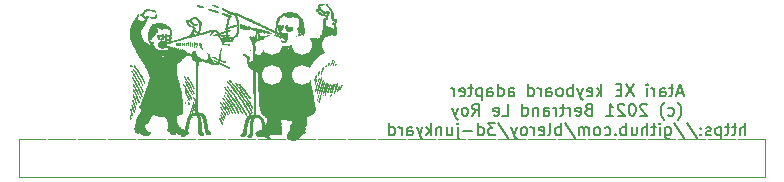
<source format=gbo>
G04 #@! TF.GenerationSoftware,KiCad,Pcbnew,(5.1.10)-1*
G04 #@! TF.CreationDate,2021-10-24T19:08:20-07:00*
G04 #@! TF.ProjectId,Atari130MX-adapter,41746172-6931-4333-904d-582d61646170,rev?*
G04 #@! TF.SameCoordinates,Original*
G04 #@! TF.FileFunction,Legend,Bot*
G04 #@! TF.FilePolarity,Positive*
%FSLAX46Y46*%
G04 Gerber Fmt 4.6, Leading zero omitted, Abs format (unit mm)*
G04 Created by KiCad (PCBNEW (5.1.10)-1) date 2021-10-24 19:08:20*
%MOMM*%
%LPD*%
G01*
G04 APERTURE LIST*
%ADD10C,0.150000*%
%ADD11C,0.010000*%
%ADD12C,0.120000*%
%ADD13O,1.524000X2.540000*%
%ADD14C,1.700000*%
G04 APERTURE END LIST*
D10*
X156201904Y-22816666D02*
X155725714Y-22816666D01*
X156297142Y-23102380D02*
X155963809Y-22102380D01*
X155630476Y-23102380D01*
X155440000Y-22435714D02*
X155059047Y-22435714D01*
X155297142Y-22102380D02*
X155297142Y-22959523D01*
X155249523Y-23054761D01*
X155154285Y-23102380D01*
X155059047Y-23102380D01*
X154297142Y-23102380D02*
X154297142Y-22578571D01*
X154344761Y-22483333D01*
X154440000Y-22435714D01*
X154630476Y-22435714D01*
X154725714Y-22483333D01*
X154297142Y-23054761D02*
X154392380Y-23102380D01*
X154630476Y-23102380D01*
X154725714Y-23054761D01*
X154773333Y-22959523D01*
X154773333Y-22864285D01*
X154725714Y-22769047D01*
X154630476Y-22721428D01*
X154392380Y-22721428D01*
X154297142Y-22673809D01*
X153820952Y-23102380D02*
X153820952Y-22435714D01*
X153820952Y-22626190D02*
X153773333Y-22530952D01*
X153725714Y-22483333D01*
X153630476Y-22435714D01*
X153535238Y-22435714D01*
X153201904Y-23102380D02*
X153201904Y-22435714D01*
X153201904Y-22102380D02*
X153249523Y-22150000D01*
X153201904Y-22197619D01*
X153154285Y-22150000D01*
X153201904Y-22102380D01*
X153201904Y-22197619D01*
X152059047Y-22102380D02*
X151392380Y-23102380D01*
X151392380Y-22102380D02*
X152059047Y-23102380D01*
X151011428Y-22578571D02*
X150678095Y-22578571D01*
X150535238Y-23102380D02*
X151011428Y-23102380D01*
X151011428Y-22102380D01*
X150535238Y-22102380D01*
X149344761Y-23102380D02*
X149344761Y-22102380D01*
X149249523Y-22721428D02*
X148963809Y-23102380D01*
X148963809Y-22435714D02*
X149344761Y-22816666D01*
X148154285Y-23054761D02*
X148249523Y-23102380D01*
X148440000Y-23102380D01*
X148535238Y-23054761D01*
X148582857Y-22959523D01*
X148582857Y-22578571D01*
X148535238Y-22483333D01*
X148440000Y-22435714D01*
X148249523Y-22435714D01*
X148154285Y-22483333D01*
X148106666Y-22578571D01*
X148106666Y-22673809D01*
X148582857Y-22769047D01*
X147773333Y-22435714D02*
X147535238Y-23102380D01*
X147297142Y-22435714D02*
X147535238Y-23102380D01*
X147630476Y-23340476D01*
X147678095Y-23388095D01*
X147773333Y-23435714D01*
X146916190Y-23102380D02*
X146916190Y-22102380D01*
X146916190Y-22483333D02*
X146820952Y-22435714D01*
X146630476Y-22435714D01*
X146535238Y-22483333D01*
X146487619Y-22530952D01*
X146440000Y-22626190D01*
X146440000Y-22911904D01*
X146487619Y-23007142D01*
X146535238Y-23054761D01*
X146630476Y-23102380D01*
X146820952Y-23102380D01*
X146916190Y-23054761D01*
X145868571Y-23102380D02*
X145963809Y-23054761D01*
X146011428Y-23007142D01*
X146059047Y-22911904D01*
X146059047Y-22626190D01*
X146011428Y-22530952D01*
X145963809Y-22483333D01*
X145868571Y-22435714D01*
X145725714Y-22435714D01*
X145630476Y-22483333D01*
X145582857Y-22530952D01*
X145535238Y-22626190D01*
X145535238Y-22911904D01*
X145582857Y-23007142D01*
X145630476Y-23054761D01*
X145725714Y-23102380D01*
X145868571Y-23102380D01*
X144678095Y-23102380D02*
X144678095Y-22578571D01*
X144725714Y-22483333D01*
X144820952Y-22435714D01*
X145011428Y-22435714D01*
X145106666Y-22483333D01*
X144678095Y-23054761D02*
X144773333Y-23102380D01*
X145011428Y-23102380D01*
X145106666Y-23054761D01*
X145154285Y-22959523D01*
X145154285Y-22864285D01*
X145106666Y-22769047D01*
X145011428Y-22721428D01*
X144773333Y-22721428D01*
X144678095Y-22673809D01*
X144201904Y-23102380D02*
X144201904Y-22435714D01*
X144201904Y-22626190D02*
X144154285Y-22530952D01*
X144106666Y-22483333D01*
X144011428Y-22435714D01*
X143916190Y-22435714D01*
X143154285Y-23102380D02*
X143154285Y-22102380D01*
X143154285Y-23054761D02*
X143249523Y-23102380D01*
X143440000Y-23102380D01*
X143535238Y-23054761D01*
X143582857Y-23007142D01*
X143630476Y-22911904D01*
X143630476Y-22626190D01*
X143582857Y-22530952D01*
X143535238Y-22483333D01*
X143440000Y-22435714D01*
X143249523Y-22435714D01*
X143154285Y-22483333D01*
X141487619Y-23102380D02*
X141487619Y-22578571D01*
X141535238Y-22483333D01*
X141630476Y-22435714D01*
X141820952Y-22435714D01*
X141916190Y-22483333D01*
X141487619Y-23054761D02*
X141582857Y-23102380D01*
X141820952Y-23102380D01*
X141916190Y-23054761D01*
X141963809Y-22959523D01*
X141963809Y-22864285D01*
X141916190Y-22769047D01*
X141820952Y-22721428D01*
X141582857Y-22721428D01*
X141487619Y-22673809D01*
X140582857Y-23102380D02*
X140582857Y-22102380D01*
X140582857Y-23054761D02*
X140678095Y-23102380D01*
X140868571Y-23102380D01*
X140963809Y-23054761D01*
X141011428Y-23007142D01*
X141059047Y-22911904D01*
X141059047Y-22626190D01*
X141011428Y-22530952D01*
X140963809Y-22483333D01*
X140868571Y-22435714D01*
X140678095Y-22435714D01*
X140582857Y-22483333D01*
X139678095Y-23102380D02*
X139678095Y-22578571D01*
X139725714Y-22483333D01*
X139820952Y-22435714D01*
X140011428Y-22435714D01*
X140106666Y-22483333D01*
X139678095Y-23054761D02*
X139773333Y-23102380D01*
X140011428Y-23102380D01*
X140106666Y-23054761D01*
X140154285Y-22959523D01*
X140154285Y-22864285D01*
X140106666Y-22769047D01*
X140011428Y-22721428D01*
X139773333Y-22721428D01*
X139678095Y-22673809D01*
X139201904Y-22435714D02*
X139201904Y-23435714D01*
X139201904Y-22483333D02*
X139106666Y-22435714D01*
X138916190Y-22435714D01*
X138820952Y-22483333D01*
X138773333Y-22530952D01*
X138725714Y-22626190D01*
X138725714Y-22911904D01*
X138773333Y-23007142D01*
X138820952Y-23054761D01*
X138916190Y-23102380D01*
X139106666Y-23102380D01*
X139201904Y-23054761D01*
X138440000Y-22435714D02*
X138059047Y-22435714D01*
X138297142Y-22102380D02*
X138297142Y-22959523D01*
X138249523Y-23054761D01*
X138154285Y-23102380D01*
X138059047Y-23102380D01*
X137344761Y-23054761D02*
X137440000Y-23102380D01*
X137630476Y-23102380D01*
X137725714Y-23054761D01*
X137773333Y-22959523D01*
X137773333Y-22578571D01*
X137725714Y-22483333D01*
X137630476Y-22435714D01*
X137440000Y-22435714D01*
X137344761Y-22483333D01*
X137297142Y-22578571D01*
X137297142Y-22673809D01*
X137773333Y-22769047D01*
X136868571Y-23102380D02*
X136868571Y-22435714D01*
X136868571Y-22626190D02*
X136820952Y-22530952D01*
X136773333Y-22483333D01*
X136678095Y-22435714D01*
X136582857Y-22435714D01*
X155797142Y-25133333D02*
X155844761Y-25085714D01*
X155940000Y-24942857D01*
X155987619Y-24847619D01*
X156035238Y-24704761D01*
X156082857Y-24466666D01*
X156082857Y-24276190D01*
X156035238Y-24038095D01*
X155987619Y-23895238D01*
X155940000Y-23800000D01*
X155844761Y-23657142D01*
X155797142Y-23609523D01*
X154987619Y-24704761D02*
X155082857Y-24752380D01*
X155273333Y-24752380D01*
X155368571Y-24704761D01*
X155416190Y-24657142D01*
X155463809Y-24561904D01*
X155463809Y-24276190D01*
X155416190Y-24180952D01*
X155368571Y-24133333D01*
X155273333Y-24085714D01*
X155082857Y-24085714D01*
X154987619Y-24133333D01*
X154654285Y-25133333D02*
X154606666Y-25085714D01*
X154511428Y-24942857D01*
X154463809Y-24847619D01*
X154416190Y-24704761D01*
X154368571Y-24466666D01*
X154368571Y-24276190D01*
X154416190Y-24038095D01*
X154463809Y-23895238D01*
X154511428Y-23800000D01*
X154606666Y-23657142D01*
X154654285Y-23609523D01*
X153178095Y-23847619D02*
X153130476Y-23800000D01*
X153035238Y-23752380D01*
X152797142Y-23752380D01*
X152701904Y-23800000D01*
X152654285Y-23847619D01*
X152606666Y-23942857D01*
X152606666Y-24038095D01*
X152654285Y-24180952D01*
X153225714Y-24752380D01*
X152606666Y-24752380D01*
X151987619Y-23752380D02*
X151892380Y-23752380D01*
X151797142Y-23800000D01*
X151749523Y-23847619D01*
X151701904Y-23942857D01*
X151654285Y-24133333D01*
X151654285Y-24371428D01*
X151701904Y-24561904D01*
X151749523Y-24657142D01*
X151797142Y-24704761D01*
X151892380Y-24752380D01*
X151987619Y-24752380D01*
X152082857Y-24704761D01*
X152130476Y-24657142D01*
X152178095Y-24561904D01*
X152225714Y-24371428D01*
X152225714Y-24133333D01*
X152178095Y-23942857D01*
X152130476Y-23847619D01*
X152082857Y-23800000D01*
X151987619Y-23752380D01*
X151273333Y-23847619D02*
X151225714Y-23800000D01*
X151130476Y-23752380D01*
X150892380Y-23752380D01*
X150797142Y-23800000D01*
X150749523Y-23847619D01*
X150701904Y-23942857D01*
X150701904Y-24038095D01*
X150749523Y-24180952D01*
X151320952Y-24752380D01*
X150701904Y-24752380D01*
X149749523Y-24752380D02*
X150320952Y-24752380D01*
X150035238Y-24752380D02*
X150035238Y-23752380D01*
X150130476Y-23895238D01*
X150225714Y-23990476D01*
X150320952Y-24038095D01*
X148225714Y-24228571D02*
X148082857Y-24276190D01*
X148035238Y-24323809D01*
X147987619Y-24419047D01*
X147987619Y-24561904D01*
X148035238Y-24657142D01*
X148082857Y-24704761D01*
X148178095Y-24752380D01*
X148559047Y-24752380D01*
X148559047Y-23752380D01*
X148225714Y-23752380D01*
X148130476Y-23800000D01*
X148082857Y-23847619D01*
X148035238Y-23942857D01*
X148035238Y-24038095D01*
X148082857Y-24133333D01*
X148130476Y-24180952D01*
X148225714Y-24228571D01*
X148559047Y-24228571D01*
X147178095Y-24704761D02*
X147273333Y-24752380D01*
X147463809Y-24752380D01*
X147559047Y-24704761D01*
X147606666Y-24609523D01*
X147606666Y-24228571D01*
X147559047Y-24133333D01*
X147463809Y-24085714D01*
X147273333Y-24085714D01*
X147178095Y-24133333D01*
X147130476Y-24228571D01*
X147130476Y-24323809D01*
X147606666Y-24419047D01*
X146701904Y-24752380D02*
X146701904Y-24085714D01*
X146701904Y-24276190D02*
X146654285Y-24180952D01*
X146606666Y-24133333D01*
X146511428Y-24085714D01*
X146416190Y-24085714D01*
X146225714Y-24085714D02*
X145844761Y-24085714D01*
X146082857Y-23752380D02*
X146082857Y-24609523D01*
X146035238Y-24704761D01*
X145940000Y-24752380D01*
X145844761Y-24752380D01*
X145511428Y-24752380D02*
X145511428Y-24085714D01*
X145511428Y-24276190D02*
X145463809Y-24180952D01*
X145416190Y-24133333D01*
X145320952Y-24085714D01*
X145225714Y-24085714D01*
X144463809Y-24752380D02*
X144463809Y-24228571D01*
X144511428Y-24133333D01*
X144606666Y-24085714D01*
X144797142Y-24085714D01*
X144892380Y-24133333D01*
X144463809Y-24704761D02*
X144559047Y-24752380D01*
X144797142Y-24752380D01*
X144892380Y-24704761D01*
X144940000Y-24609523D01*
X144940000Y-24514285D01*
X144892380Y-24419047D01*
X144797142Y-24371428D01*
X144559047Y-24371428D01*
X144463809Y-24323809D01*
X143987619Y-24085714D02*
X143987619Y-24752380D01*
X143987619Y-24180952D02*
X143940000Y-24133333D01*
X143844761Y-24085714D01*
X143701904Y-24085714D01*
X143606666Y-24133333D01*
X143559047Y-24228571D01*
X143559047Y-24752380D01*
X142654285Y-24752380D02*
X142654285Y-23752380D01*
X142654285Y-24704761D02*
X142749523Y-24752380D01*
X142940000Y-24752380D01*
X143035238Y-24704761D01*
X143082857Y-24657142D01*
X143130476Y-24561904D01*
X143130476Y-24276190D01*
X143082857Y-24180952D01*
X143035238Y-24133333D01*
X142940000Y-24085714D01*
X142749523Y-24085714D01*
X142654285Y-24133333D01*
X140940000Y-24752380D02*
X141416190Y-24752380D01*
X141416190Y-23752380D01*
X140225714Y-24704761D02*
X140320952Y-24752380D01*
X140511428Y-24752380D01*
X140606666Y-24704761D01*
X140654285Y-24609523D01*
X140654285Y-24228571D01*
X140606666Y-24133333D01*
X140511428Y-24085714D01*
X140320952Y-24085714D01*
X140225714Y-24133333D01*
X140178095Y-24228571D01*
X140178095Y-24323809D01*
X140654285Y-24419047D01*
X138416190Y-24752380D02*
X138749523Y-24276190D01*
X138987619Y-24752380D02*
X138987619Y-23752380D01*
X138606666Y-23752380D01*
X138511428Y-23800000D01*
X138463809Y-23847619D01*
X138416190Y-23942857D01*
X138416190Y-24085714D01*
X138463809Y-24180952D01*
X138511428Y-24228571D01*
X138606666Y-24276190D01*
X138987619Y-24276190D01*
X137844761Y-24752380D02*
X137940000Y-24704761D01*
X137987619Y-24657142D01*
X138035238Y-24561904D01*
X138035238Y-24276190D01*
X137987619Y-24180952D01*
X137940000Y-24133333D01*
X137844761Y-24085714D01*
X137701904Y-24085714D01*
X137606666Y-24133333D01*
X137559047Y-24180952D01*
X137511428Y-24276190D01*
X137511428Y-24561904D01*
X137559047Y-24657142D01*
X137606666Y-24704761D01*
X137701904Y-24752380D01*
X137844761Y-24752380D01*
X137178095Y-24085714D02*
X136940000Y-24752380D01*
X136701904Y-24085714D02*
X136940000Y-24752380D01*
X137035238Y-24990476D01*
X137082857Y-25038095D01*
X137178095Y-25085714D01*
X161511428Y-26402380D02*
X161511428Y-25402380D01*
X161082857Y-26402380D02*
X161082857Y-25878571D01*
X161130476Y-25783333D01*
X161225714Y-25735714D01*
X161368571Y-25735714D01*
X161463809Y-25783333D01*
X161511428Y-25830952D01*
X160749523Y-25735714D02*
X160368571Y-25735714D01*
X160606666Y-25402380D02*
X160606666Y-26259523D01*
X160559047Y-26354761D01*
X160463809Y-26402380D01*
X160368571Y-26402380D01*
X160178095Y-25735714D02*
X159797142Y-25735714D01*
X160035238Y-25402380D02*
X160035238Y-26259523D01*
X159987619Y-26354761D01*
X159892380Y-26402380D01*
X159797142Y-26402380D01*
X159463809Y-25735714D02*
X159463809Y-26735714D01*
X159463809Y-25783333D02*
X159368571Y-25735714D01*
X159178095Y-25735714D01*
X159082857Y-25783333D01*
X159035238Y-25830952D01*
X158987619Y-25926190D01*
X158987619Y-26211904D01*
X159035238Y-26307142D01*
X159082857Y-26354761D01*
X159178095Y-26402380D01*
X159368571Y-26402380D01*
X159463809Y-26354761D01*
X158606666Y-26354761D02*
X158511428Y-26402380D01*
X158320952Y-26402380D01*
X158225714Y-26354761D01*
X158178095Y-26259523D01*
X158178095Y-26211904D01*
X158225714Y-26116666D01*
X158320952Y-26069047D01*
X158463809Y-26069047D01*
X158559047Y-26021428D01*
X158606666Y-25926190D01*
X158606666Y-25878571D01*
X158559047Y-25783333D01*
X158463809Y-25735714D01*
X158320952Y-25735714D01*
X158225714Y-25783333D01*
X157749523Y-26307142D02*
X157701904Y-26354761D01*
X157749523Y-26402380D01*
X157797142Y-26354761D01*
X157749523Y-26307142D01*
X157749523Y-26402380D01*
X157749523Y-25783333D02*
X157701904Y-25830952D01*
X157749523Y-25878571D01*
X157797142Y-25830952D01*
X157749523Y-25783333D01*
X157749523Y-25878571D01*
X156559047Y-25354761D02*
X157416190Y-26640476D01*
X155511428Y-25354761D02*
X156368571Y-26640476D01*
X154749523Y-25735714D02*
X154749523Y-26545238D01*
X154797142Y-26640476D01*
X154844761Y-26688095D01*
X154940000Y-26735714D01*
X155082857Y-26735714D01*
X155178095Y-26688095D01*
X154749523Y-26354761D02*
X154844761Y-26402380D01*
X155035238Y-26402380D01*
X155130476Y-26354761D01*
X155178095Y-26307142D01*
X155225714Y-26211904D01*
X155225714Y-25926190D01*
X155178095Y-25830952D01*
X155130476Y-25783333D01*
X155035238Y-25735714D01*
X154844761Y-25735714D01*
X154749523Y-25783333D01*
X154273333Y-26402380D02*
X154273333Y-25735714D01*
X154273333Y-25402380D02*
X154320952Y-25450000D01*
X154273333Y-25497619D01*
X154225714Y-25450000D01*
X154273333Y-25402380D01*
X154273333Y-25497619D01*
X153940000Y-25735714D02*
X153559047Y-25735714D01*
X153797142Y-25402380D02*
X153797142Y-26259523D01*
X153749523Y-26354761D01*
X153654285Y-26402380D01*
X153559047Y-26402380D01*
X153225714Y-26402380D02*
X153225714Y-25402380D01*
X152797142Y-26402380D02*
X152797142Y-25878571D01*
X152844761Y-25783333D01*
X152940000Y-25735714D01*
X153082857Y-25735714D01*
X153178095Y-25783333D01*
X153225714Y-25830952D01*
X151892380Y-25735714D02*
X151892380Y-26402380D01*
X152320952Y-25735714D02*
X152320952Y-26259523D01*
X152273333Y-26354761D01*
X152178095Y-26402380D01*
X152035238Y-26402380D01*
X151940000Y-26354761D01*
X151892380Y-26307142D01*
X151416190Y-26402380D02*
X151416190Y-25402380D01*
X151416190Y-25783333D02*
X151320952Y-25735714D01*
X151130476Y-25735714D01*
X151035238Y-25783333D01*
X150987619Y-25830952D01*
X150940000Y-25926190D01*
X150940000Y-26211904D01*
X150987619Y-26307142D01*
X151035238Y-26354761D01*
X151130476Y-26402380D01*
X151320952Y-26402380D01*
X151416190Y-26354761D01*
X150511428Y-26307142D02*
X150463809Y-26354761D01*
X150511428Y-26402380D01*
X150559047Y-26354761D01*
X150511428Y-26307142D01*
X150511428Y-26402380D01*
X149606666Y-26354761D02*
X149701904Y-26402380D01*
X149892380Y-26402380D01*
X149987619Y-26354761D01*
X150035238Y-26307142D01*
X150082857Y-26211904D01*
X150082857Y-25926190D01*
X150035238Y-25830952D01*
X149987619Y-25783333D01*
X149892380Y-25735714D01*
X149701904Y-25735714D01*
X149606666Y-25783333D01*
X149035238Y-26402380D02*
X149130476Y-26354761D01*
X149178095Y-26307142D01*
X149225714Y-26211904D01*
X149225714Y-25926190D01*
X149178095Y-25830952D01*
X149130476Y-25783333D01*
X149035238Y-25735714D01*
X148892380Y-25735714D01*
X148797142Y-25783333D01*
X148749523Y-25830952D01*
X148701904Y-25926190D01*
X148701904Y-26211904D01*
X148749523Y-26307142D01*
X148797142Y-26354761D01*
X148892380Y-26402380D01*
X149035238Y-26402380D01*
X148273333Y-26402380D02*
X148273333Y-25735714D01*
X148273333Y-25830952D02*
X148225714Y-25783333D01*
X148130476Y-25735714D01*
X147987619Y-25735714D01*
X147892380Y-25783333D01*
X147844761Y-25878571D01*
X147844761Y-26402380D01*
X147844761Y-25878571D02*
X147797142Y-25783333D01*
X147701904Y-25735714D01*
X147559047Y-25735714D01*
X147463809Y-25783333D01*
X147416190Y-25878571D01*
X147416190Y-26402380D01*
X146225714Y-25354761D02*
X147082857Y-26640476D01*
X145892380Y-26402380D02*
X145892380Y-25402380D01*
X145892380Y-25783333D02*
X145797142Y-25735714D01*
X145606666Y-25735714D01*
X145511428Y-25783333D01*
X145463809Y-25830952D01*
X145416190Y-25926190D01*
X145416190Y-26211904D01*
X145463809Y-26307142D01*
X145511428Y-26354761D01*
X145606666Y-26402380D01*
X145797142Y-26402380D01*
X145892380Y-26354761D01*
X144844761Y-26402380D02*
X144940000Y-26354761D01*
X144987619Y-26259523D01*
X144987619Y-25402380D01*
X144082857Y-26354761D02*
X144178095Y-26402380D01*
X144368571Y-26402380D01*
X144463809Y-26354761D01*
X144511428Y-26259523D01*
X144511428Y-25878571D01*
X144463809Y-25783333D01*
X144368571Y-25735714D01*
X144178095Y-25735714D01*
X144082857Y-25783333D01*
X144035238Y-25878571D01*
X144035238Y-25973809D01*
X144511428Y-26069047D01*
X143606666Y-26402380D02*
X143606666Y-25735714D01*
X143606666Y-25926190D02*
X143559047Y-25830952D01*
X143511428Y-25783333D01*
X143416190Y-25735714D01*
X143320952Y-25735714D01*
X142844761Y-26402380D02*
X142940000Y-26354761D01*
X142987619Y-26307142D01*
X143035238Y-26211904D01*
X143035238Y-25926190D01*
X142987619Y-25830952D01*
X142940000Y-25783333D01*
X142844761Y-25735714D01*
X142701904Y-25735714D01*
X142606666Y-25783333D01*
X142559047Y-25830952D01*
X142511428Y-25926190D01*
X142511428Y-26211904D01*
X142559047Y-26307142D01*
X142606666Y-26354761D01*
X142701904Y-26402380D01*
X142844761Y-26402380D01*
X142178095Y-25735714D02*
X141940000Y-26402380D01*
X141701904Y-25735714D02*
X141940000Y-26402380D01*
X142035238Y-26640476D01*
X142082857Y-26688095D01*
X142178095Y-26735714D01*
X140606666Y-25354761D02*
X141463809Y-26640476D01*
X140368571Y-25402380D02*
X139749523Y-25402380D01*
X140082857Y-25783333D01*
X139940000Y-25783333D01*
X139844761Y-25830952D01*
X139797142Y-25878571D01*
X139749523Y-25973809D01*
X139749523Y-26211904D01*
X139797142Y-26307142D01*
X139844761Y-26354761D01*
X139940000Y-26402380D01*
X140225714Y-26402380D01*
X140320952Y-26354761D01*
X140368571Y-26307142D01*
X138892380Y-26402380D02*
X138892380Y-25402380D01*
X138892380Y-26354761D02*
X138987619Y-26402380D01*
X139178095Y-26402380D01*
X139273333Y-26354761D01*
X139320952Y-26307142D01*
X139368571Y-26211904D01*
X139368571Y-25926190D01*
X139320952Y-25830952D01*
X139273333Y-25783333D01*
X139178095Y-25735714D01*
X138987619Y-25735714D01*
X138892380Y-25783333D01*
X138416190Y-26021428D02*
X137654285Y-26021428D01*
X137178095Y-25735714D02*
X137178095Y-26592857D01*
X137225714Y-26688095D01*
X137320952Y-26735714D01*
X137368571Y-26735714D01*
X137178095Y-25402380D02*
X137225714Y-25450000D01*
X137178095Y-25497619D01*
X137130476Y-25450000D01*
X137178095Y-25402380D01*
X137178095Y-25497619D01*
X136273333Y-25735714D02*
X136273333Y-26402380D01*
X136701904Y-25735714D02*
X136701904Y-26259523D01*
X136654285Y-26354761D01*
X136559047Y-26402380D01*
X136416190Y-26402380D01*
X136320952Y-26354761D01*
X136273333Y-26307142D01*
X135797142Y-25735714D02*
X135797142Y-26402380D01*
X135797142Y-25830952D02*
X135749523Y-25783333D01*
X135654285Y-25735714D01*
X135511428Y-25735714D01*
X135416190Y-25783333D01*
X135368571Y-25878571D01*
X135368571Y-26402380D01*
X134892380Y-26402380D02*
X134892380Y-25402380D01*
X134797142Y-26021428D02*
X134511428Y-26402380D01*
X134511428Y-25735714D02*
X134892380Y-26116666D01*
X134178095Y-25735714D02*
X133940000Y-26402380D01*
X133701904Y-25735714D02*
X133940000Y-26402380D01*
X134035238Y-26640476D01*
X134082857Y-26688095D01*
X134178095Y-26735714D01*
X132892380Y-26402380D02*
X132892380Y-25878571D01*
X132940000Y-25783333D01*
X133035238Y-25735714D01*
X133225714Y-25735714D01*
X133320952Y-25783333D01*
X132892380Y-26354761D02*
X132987619Y-26402380D01*
X133225714Y-26402380D01*
X133320952Y-26354761D01*
X133368571Y-26259523D01*
X133368571Y-26164285D01*
X133320952Y-26069047D01*
X133225714Y-26021428D01*
X132987619Y-26021428D01*
X132892380Y-25973809D01*
X132416190Y-26402380D02*
X132416190Y-25735714D01*
X132416190Y-25926190D02*
X132368571Y-25830952D01*
X132320952Y-25783333D01*
X132225714Y-25735714D01*
X132130476Y-25735714D01*
X131368571Y-26402380D02*
X131368571Y-25402380D01*
X131368571Y-26354761D02*
X131463809Y-26402380D01*
X131654285Y-26402380D01*
X131749523Y-26354761D01*
X131797142Y-26307142D01*
X131844761Y-26211904D01*
X131844761Y-25926190D01*
X131797142Y-25830952D01*
X131749523Y-25783333D01*
X131654285Y-25735714D01*
X131463809Y-25735714D01*
X131368571Y-25783333D01*
D11*
G36*
X125716954Y-15300756D02*
G01*
X125632222Y-15303943D01*
X125547266Y-15308292D01*
X125474197Y-15313350D01*
X125419850Y-15318547D01*
X125391064Y-15323314D01*
X125388890Y-15324217D01*
X125381443Y-15346711D01*
X125378990Y-15400371D01*
X125381596Y-15482857D01*
X125383482Y-15514555D01*
X125395162Y-15694333D01*
X125295708Y-15688763D01*
X125239337Y-15686778D01*
X125206904Y-15690965D01*
X125188613Y-15704507D01*
X125175994Y-15727660D01*
X125160958Y-15768718D01*
X125155734Y-15796432D01*
X125167707Y-15820528D01*
X125200114Y-15860811D01*
X125247684Y-15911416D01*
X125305148Y-15966477D01*
X125322638Y-15982200D01*
X125342929Y-16004747D01*
X125374552Y-16044513D01*
X125397704Y-16075333D01*
X125452870Y-16138457D01*
X125516224Y-16184394D01*
X125595129Y-16216714D01*
X125696947Y-16238988D01*
X125750754Y-16246508D01*
X125824230Y-16257397D01*
X125887252Y-16270127D01*
X125930584Y-16282678D01*
X125942240Y-16288440D01*
X125964691Y-16321477D01*
X125979112Y-16373272D01*
X125983631Y-16429542D01*
X125976377Y-16476005D01*
X125968647Y-16490063D01*
X125937879Y-16507824D01*
X125892689Y-16515586D01*
X125890856Y-16515599D01*
X125850908Y-16520992D01*
X125824144Y-16540585D01*
X125808192Y-16579500D01*
X125800676Y-16642858D01*
X125799143Y-16713453D01*
X125797433Y-16787894D01*
X125792876Y-16881776D01*
X125786247Y-16980868D01*
X125781270Y-17040533D01*
X125772734Y-17120140D01*
X125760481Y-17216005D01*
X125745456Y-17322371D01*
X125728605Y-17433482D01*
X125710873Y-17543581D01*
X125693204Y-17646911D01*
X125676545Y-17737715D01*
X125661840Y-17810237D01*
X125650034Y-17858720D01*
X125644320Y-17874696D01*
X125619343Y-17900886D01*
X125577275Y-17928447D01*
X125565666Y-17934322D01*
X125530498Y-17954433D01*
X125510619Y-17978820D01*
X125503652Y-18015635D01*
X125507219Y-18073029D01*
X125512738Y-18115799D01*
X125515090Y-18148087D01*
X125504287Y-18162614D01*
X125471693Y-18166464D01*
X125450782Y-18166599D01*
X125366294Y-18183480D01*
X125315664Y-18210451D01*
X125249564Y-18254302D01*
X125161568Y-18214016D01*
X125121764Y-18196611D01*
X125088266Y-18185945D01*
X125052400Y-18181373D01*
X125005495Y-18182252D01*
X124938880Y-18187937D01*
X124885047Y-18193470D01*
X124778238Y-18201859D01*
X124662337Y-18206226D01*
X124544120Y-18206788D01*
X124430362Y-18203762D01*
X124327841Y-18197363D01*
X124243332Y-18187808D01*
X124183610Y-18175314D01*
X124170684Y-18170663D01*
X124119084Y-18144261D01*
X124086250Y-18113478D01*
X124069910Y-18071614D01*
X124067790Y-18011971D01*
X124077508Y-17928781D01*
X123978470Y-17928781D01*
X123965759Y-17992079D01*
X123941862Y-18073466D01*
X123921034Y-18130416D01*
X123895958Y-18181003D01*
X123862880Y-18229273D01*
X123818045Y-18279271D01*
X123757701Y-18335042D01*
X123678093Y-18400630D01*
X123575466Y-18480081D01*
X123538601Y-18508001D01*
X123451007Y-18568778D01*
X123346021Y-18633204D01*
X123230803Y-18697647D01*
X123112512Y-18758475D01*
X122998306Y-18812057D01*
X122895345Y-18854761D01*
X122810789Y-18882955D01*
X122788975Y-18888279D01*
X122744689Y-18893388D01*
X122676169Y-18896168D01*
X122590919Y-18896831D01*
X122496446Y-18895591D01*
X122400256Y-18892658D01*
X122309855Y-18888245D01*
X122232748Y-18882565D01*
X122176443Y-18875829D01*
X122152586Y-18870291D01*
X122077588Y-18827776D01*
X121999121Y-18759386D01*
X121921944Y-18672097D01*
X121850819Y-18572885D01*
X121790507Y-18468726D01*
X121745768Y-18366595D01*
X121721362Y-18273470D01*
X121718726Y-18239715D01*
X121614302Y-18239715D01*
X121594521Y-18282368D01*
X121558257Y-18325085D01*
X121509250Y-18361392D01*
X121475865Y-18377189D01*
X121433785Y-18386672D01*
X121372365Y-18393197D01*
X121315643Y-18395199D01*
X121203090Y-18395199D01*
X121092029Y-18509499D01*
X121053389Y-18550856D01*
X121019170Y-18592081D01*
X120986170Y-18638319D01*
X120951190Y-18694717D01*
X120911029Y-18766421D01*
X120862488Y-18858579D01*
X120805102Y-18970933D01*
X120724094Y-19127970D01*
X120649372Y-19267130D01*
X120582400Y-19385913D01*
X120524637Y-19481823D01*
X120477545Y-19552362D01*
X120442586Y-19595032D01*
X120436993Y-19600159D01*
X120405439Y-19618663D01*
X120354784Y-19641125D01*
X120298507Y-19662272D01*
X120250092Y-19676832D01*
X120232813Y-19680018D01*
X120210793Y-19669928D01*
X120174142Y-19641541D01*
X120136602Y-19606643D01*
X120084874Y-19560934D01*
X120030791Y-19522374D01*
X119998379Y-19504942D01*
X119935647Y-19478730D01*
X119944706Y-19372998D01*
X119960656Y-19282473D01*
X119991605Y-19182291D01*
X120007584Y-19142370D01*
X120037970Y-19064035D01*
X120050514Y-19005318D01*
X120045199Y-18957040D01*
X120022007Y-18910021D01*
X120007092Y-18888659D01*
X119986059Y-18846804D01*
X119982108Y-18834506D01*
X119853192Y-18834506D01*
X119851455Y-18915056D01*
X119847569Y-19023384D01*
X119845209Y-19080756D01*
X119840243Y-19217187D01*
X119835971Y-19370231D01*
X119832686Y-19526436D01*
X119830684Y-19672349D01*
X119830201Y-19766800D01*
X119830201Y-20097000D01*
X119694734Y-20168385D01*
X119604106Y-20211855D01*
X119533876Y-20234816D01*
X119478433Y-20238452D01*
X119432166Y-20223945D01*
X119431883Y-20223794D01*
X119406074Y-20193943D01*
X119388809Y-20144702D01*
X119383729Y-20090191D01*
X119389017Y-20057554D01*
X119411826Y-20028056D01*
X119449892Y-20006162D01*
X119484217Y-19988939D01*
X119497987Y-19961407D01*
X119500001Y-19927872D01*
X119490909Y-19857266D01*
X119461280Y-19793197D01*
X119407577Y-19730843D01*
X119326267Y-19665382D01*
X119288604Y-19639493D01*
X119180323Y-19561045D01*
X119096976Y-19484328D01*
X119031075Y-19401270D01*
X118975136Y-19303804D01*
X118972769Y-19299024D01*
X118944122Y-19234721D01*
X118928739Y-19179021D01*
X118923001Y-19115409D01*
X118922648Y-19070424D01*
X118926048Y-18979968D01*
X118937258Y-18908321D01*
X118960126Y-18843294D01*
X118998505Y-18772697D01*
X119034305Y-18716976D01*
X119127000Y-18597298D01*
X119224604Y-18510372D01*
X119328348Y-18455285D01*
X119415870Y-18433620D01*
X119464229Y-18433659D01*
X119521505Y-18442783D01*
X119578002Y-18458138D01*
X119624025Y-18476870D01*
X119649878Y-18496126D01*
X119652401Y-18503240D01*
X119637249Y-18538397D01*
X119596439Y-18559952D01*
X119557954Y-18564533D01*
X119516732Y-18569160D01*
X119488940Y-18587307D01*
X119469684Y-18625371D01*
X119454069Y-18689749D01*
X119451418Y-18703811D01*
X119434064Y-18779603D01*
X119409835Y-18842636D01*
X119373141Y-18903546D01*
X119318394Y-18972973D01*
X119296983Y-18997773D01*
X119246012Y-19059860D01*
X119219181Y-19103342D01*
X119215059Y-19131820D01*
X119232213Y-19148891D01*
X119236166Y-19150551D01*
X119273674Y-19147404D01*
X119321448Y-19115464D01*
X119376579Y-19057136D01*
X119420813Y-18997802D01*
X119491534Y-18894733D01*
X119500001Y-19019988D01*
X119506915Y-19091059D01*
X119517162Y-19135239D01*
X119532601Y-19159468D01*
X119538583Y-19163921D01*
X119569836Y-19170038D01*
X119591118Y-19145519D01*
X119600883Y-19092530D01*
X119601341Y-19075948D01*
X119609116Y-19025065D01*
X119628198Y-18966367D01*
X119635577Y-18949774D01*
X119669553Y-18879452D01*
X119612599Y-18819359D01*
X119562959Y-18760732D01*
X119542119Y-18718490D01*
X119550877Y-18691224D01*
X119590034Y-18677525D01*
X119660389Y-18675983D01*
X119692716Y-18678069D01*
X119755985Y-18685352D01*
X119807453Y-18695350D01*
X119836289Y-18705942D01*
X119836743Y-18706288D01*
X119844554Y-18717625D01*
X119849836Y-18739981D01*
X119852683Y-18777544D01*
X119853192Y-18834506D01*
X119982108Y-18834506D01*
X119966013Y-18784410D01*
X119948887Y-18711503D01*
X119936614Y-18638110D01*
X119931129Y-18574257D01*
X119931798Y-18565097D01*
X119855601Y-18565097D01*
X119850032Y-18622085D01*
X119833621Y-18647505D01*
X119806807Y-18641024D01*
X119784028Y-18619566D01*
X119754595Y-18572758D01*
X119742992Y-18525577D01*
X119749093Y-18486733D01*
X119772771Y-18464935D01*
X119786292Y-18462933D01*
X119827624Y-18477263D01*
X119850738Y-18519377D01*
X119855601Y-18565097D01*
X119931798Y-18565097D01*
X119934365Y-18529970D01*
X119936644Y-18523389D01*
X119968886Y-18491612D01*
X120033809Y-18466655D01*
X120038064Y-18465544D01*
X120113981Y-18435577D01*
X120185766Y-18389851D01*
X120193539Y-18383427D01*
X120223443Y-18358825D01*
X120250571Y-18341314D01*
X120282028Y-18328897D01*
X120324920Y-18319582D01*
X120386352Y-18311372D01*
X120473430Y-18302274D01*
X120487669Y-18300856D01*
X120588130Y-18290314D01*
X120708838Y-18276795D01*
X120836476Y-18261835D01*
X120957726Y-18246972D01*
X120990422Y-18242819D01*
X121097922Y-18229049D01*
X121206785Y-18215137D01*
X121306886Y-18202375D01*
X121388098Y-18192055D01*
X121415895Y-18188537D01*
X121485476Y-18181281D01*
X121544202Y-18177941D01*
X121582489Y-18178962D01*
X121589462Y-18180497D01*
X121613862Y-18203600D01*
X121614302Y-18239715D01*
X121718726Y-18239715D01*
X121718267Y-18233850D01*
X121718267Y-18158133D01*
X121783309Y-18158133D01*
X121839962Y-18163343D01*
X121906314Y-18176468D01*
X121931476Y-18183350D01*
X122002868Y-18202538D01*
X122052103Y-18206723D01*
X122088389Y-18193682D01*
X122120932Y-18161192D01*
X122141698Y-18132591D01*
X122169229Y-18087955D01*
X122184431Y-18053963D01*
X122185258Y-18041742D01*
X122164268Y-18030690D01*
X122122434Y-18020409D01*
X122104870Y-18017656D01*
X122050676Y-18003327D01*
X122011327Y-17980062D01*
X122007091Y-17975493D01*
X121964062Y-17939227D01*
X121910294Y-17928823D01*
X121850241Y-17938940D01*
X121802826Y-17948588D01*
X121772516Y-17943801D01*
X121750455Y-17928013D01*
X121725477Y-17893292D01*
X121718267Y-17866231D01*
X121709856Y-17842981D01*
X121691879Y-17843520D01*
X121675224Y-17864641D01*
X121671041Y-17880136D01*
X121660773Y-17940121D01*
X121651132Y-17971646D01*
X121639519Y-17979964D01*
X121625491Y-17972162D01*
X121606151Y-17964668D01*
X121587659Y-17982112D01*
X121574953Y-18004535D01*
X121549135Y-18043332D01*
X121528136Y-18055207D01*
X121516280Y-18038777D01*
X121515067Y-18023666D01*
X121507868Y-17988811D01*
X121489585Y-17983557D01*
X121465189Y-18007683D01*
X121454405Y-18026346D01*
X121424322Y-18080850D01*
X121401285Y-18108882D01*
X121380254Y-18115609D01*
X121369896Y-18112981D01*
X121352207Y-18089037D01*
X121345735Y-18038712D01*
X121345734Y-18037788D01*
X121342849Y-17996210D01*
X121335662Y-17973782D01*
X121333034Y-17972480D01*
X121318905Y-17986775D01*
X121297586Y-18022311D01*
X121286467Y-18044446D01*
X121263080Y-18086733D01*
X121242533Y-18112318D01*
X121235667Y-18115799D01*
X121224880Y-18100502D01*
X121214814Y-18061039D01*
X121209494Y-18022666D01*
X121203414Y-17974184D01*
X121196247Y-17955297D01*
X121185856Y-17966908D01*
X121170102Y-18009922D01*
X121159440Y-18043833D01*
X121140104Y-18093290D01*
X121122511Y-18109493D01*
X121106353Y-18092271D01*
X121091323Y-18041450D01*
X121083819Y-18001499D01*
X121074259Y-17960829D01*
X121063722Y-17939249D01*
X121061333Y-17938188D01*
X121049300Y-17952757D01*
X121030708Y-17990172D01*
X121015534Y-18027088D01*
X120989936Y-18083837D01*
X120968565Y-18107469D01*
X120950459Y-18098334D01*
X120934660Y-18056782D01*
X120934616Y-18056612D01*
X120919859Y-18016911D01*
X120904031Y-18010078D01*
X120886243Y-18036411D01*
X120871205Y-18077699D01*
X120848515Y-18149666D01*
X120832132Y-18077130D01*
X120815951Y-18028737D01*
X120797849Y-18012872D01*
X120779776Y-18029965D01*
X120767865Y-18062952D01*
X120748063Y-18113805D01*
X120724718Y-18143149D01*
X120703116Y-18148678D01*
X120688540Y-18128086D01*
X120685334Y-18098969D01*
X120679099Y-18050985D01*
X120669030Y-18015855D01*
X120655786Y-17988136D01*
X120637928Y-17981961D01*
X120603052Y-17993867D01*
X120597927Y-17996013D01*
X120550680Y-18028562D01*
X120520805Y-18083533D01*
X120520660Y-18083951D01*
X120497551Y-18141032D01*
X120478953Y-18165000D01*
X120464350Y-18156232D01*
X120456257Y-18130949D01*
X120441480Y-18071862D01*
X120428399Y-18045799D01*
X120413792Y-18052596D01*
X120394440Y-18092089D01*
X120380821Y-18127118D01*
X120361588Y-18168527D01*
X120343577Y-18191899D01*
X120338201Y-18193921D01*
X120331344Y-18177067D01*
X120324475Y-18130465D01*
X120318157Y-18059920D01*
X120240738Y-18059920D01*
X120223849Y-18171919D01*
X120188905Y-18261005D01*
X120142115Y-18323580D01*
X120104328Y-18356207D01*
X120069843Y-18376358D01*
X120046821Y-18380108D01*
X120041867Y-18371816D01*
X120042186Y-18370782D01*
X119646124Y-18370782D01*
X119631531Y-18387775D01*
X119597060Y-18395199D01*
X119596973Y-18395199D01*
X119571898Y-18392779D01*
X119576170Y-18380033D01*
X119587880Y-18367796D01*
X119616495Y-18350758D01*
X119634118Y-18352033D01*
X119646124Y-18370782D01*
X120042186Y-18370782D01*
X120047391Y-18353963D01*
X120061932Y-18313029D01*
X120082440Y-18257579D01*
X120084201Y-18252896D01*
X120116574Y-18139216D01*
X120126635Y-18043446D01*
X120128662Y-17936505D01*
X120134111Y-17840859D01*
X120142383Y-17761499D01*
X120152880Y-17703410D01*
X120165004Y-17671583D01*
X120171796Y-17667066D01*
X120196256Y-17681733D01*
X120215531Y-17726490D01*
X120229929Y-17802477D01*
X120239755Y-17910829D01*
X120240394Y-17921654D01*
X120240738Y-18059920D01*
X120318157Y-18059920D01*
X120318005Y-18058230D01*
X120312347Y-17964480D01*
X120309996Y-17911974D01*
X120306162Y-17801622D01*
X120304952Y-17719814D01*
X120306570Y-17661313D01*
X120311217Y-17620883D01*
X120319096Y-17593289D01*
X120322592Y-17585814D01*
X120345300Y-17510763D01*
X120335653Y-17437956D01*
X120335087Y-17436459D01*
X120325693Y-17425954D01*
X120313602Y-17442432D01*
X120296987Y-17487523D01*
X120278805Y-17533627D01*
X120261409Y-17562383D01*
X120253534Y-17567336D01*
X120242944Y-17551225D01*
X120234456Y-17511602D01*
X120231482Y-17481022D01*
X120223289Y-17424686D01*
X120209969Y-17399465D01*
X120195316Y-17403801D01*
X120183124Y-17436138D01*
X120177185Y-17494917D01*
X120177075Y-17503351D01*
X120173351Y-17534790D01*
X120164312Y-17537276D01*
X120152472Y-17514802D01*
X120140347Y-17471366D01*
X120133572Y-17434233D01*
X120124218Y-17390366D01*
X120113521Y-17364876D01*
X120109653Y-17362266D01*
X120097629Y-17370404D01*
X120087940Y-17397092D01*
X120080120Y-17445745D01*
X120073704Y-17519776D01*
X120068225Y-17622600D01*
X120065762Y-17683999D01*
X120060667Y-17792924D01*
X120053954Y-17875598D01*
X120044604Y-17939635D01*
X120031598Y-17992645D01*
X120019840Y-18027091D01*
X119999285Y-18080013D01*
X119985683Y-18105737D01*
X119974129Y-18108789D01*
X119959722Y-18093694D01*
X119954760Y-18087164D01*
X119936595Y-18065178D01*
X119925563Y-18065138D01*
X119915444Y-18091246D01*
X119907854Y-18118867D01*
X119890276Y-18167517D01*
X119869492Y-18203300D01*
X119863946Y-18209034D01*
X119849697Y-18216678D01*
X119842036Y-18205580D01*
X119839034Y-18169969D01*
X119838667Y-18133395D01*
X119834602Y-18073538D01*
X119823729Y-18045430D01*
X119808027Y-18049683D01*
X119789477Y-18086910D01*
X119780488Y-18115437D01*
X119761160Y-18166377D01*
X119742362Y-18187453D01*
X119727598Y-18178071D01*
X119720368Y-18137638D01*
X119720134Y-18125677D01*
X119715735Y-18076350D01*
X119704321Y-18059101D01*
X119688566Y-18073557D01*
X119671144Y-18119345D01*
X119667495Y-18133021D01*
X119650358Y-18189982D01*
X119635851Y-18213293D01*
X119623609Y-18202900D01*
X119613265Y-18158747D01*
X119608729Y-18124336D01*
X119598625Y-18057118D01*
X119587438Y-18021627D01*
X119575727Y-18018492D01*
X119564048Y-18048340D01*
X119559621Y-18069069D01*
X119543075Y-18134316D01*
X119524062Y-18175369D01*
X119505382Y-18190144D01*
X119489832Y-18176555D01*
X119480213Y-18132516D01*
X119479856Y-18128499D01*
X119471691Y-18081758D01*
X119458114Y-18068204D01*
X119439770Y-18087705D01*
X119417300Y-18140128D01*
X119416796Y-18141561D01*
X119388696Y-18213182D01*
X119365829Y-18251831D01*
X119347471Y-18257872D01*
X119332900Y-18231671D01*
X119323639Y-18188713D01*
X119312282Y-18117693D01*
X119278229Y-18173689D01*
X119252832Y-18209442D01*
X119235357Y-18216050D01*
X119223031Y-18191932D01*
X119213230Y-18136652D01*
X119204193Y-18092853D01*
X119192786Y-18067513D01*
X119188466Y-18064999D01*
X119177558Y-18079306D01*
X119160220Y-18115199D01*
X119140739Y-18162136D01*
X119123400Y-18209577D01*
X119112490Y-18246982D01*
X119111011Y-18255499D01*
X119096594Y-18259191D01*
X119083183Y-18259733D01*
X119067855Y-18254847D01*
X119062038Y-18235067D01*
X119064395Y-18192713D01*
X119067265Y-18168226D01*
X119070215Y-18115235D01*
X119065851Y-18077820D01*
X119056555Y-18060600D01*
X119044711Y-18068193D01*
X119033309Y-18102407D01*
X119008885Y-18194891D01*
X118983795Y-18254603D01*
X118965734Y-18277385D01*
X118950791Y-18287582D01*
X118942097Y-18283939D01*
X118938478Y-18261064D01*
X118938759Y-18213566D01*
X118940664Y-18162366D01*
X118940953Y-18112727D01*
X118937769Y-18080459D01*
X118934085Y-18073466D01*
X118922387Y-18087663D01*
X118902364Y-18124540D01*
X118882652Y-18166599D01*
X118852939Y-18225098D01*
X118829250Y-18254279D01*
X118813086Y-18253276D01*
X118805947Y-18221222D01*
X118805734Y-18211049D01*
X118802411Y-18156648D01*
X118793963Y-18105846D01*
X118782668Y-18069056D01*
X118771915Y-18056533D01*
X118761516Y-18071450D01*
X118751207Y-18108598D01*
X118748783Y-18122067D01*
X118735673Y-18170110D01*
X118716726Y-18204859D01*
X118712752Y-18208807D01*
X118698722Y-18216468D01*
X118690975Y-18206143D01*
X118687738Y-18172105D01*
X118687200Y-18126340D01*
X118685013Y-18072141D01*
X118679316Y-18034619D01*
X118672470Y-18022666D01*
X118661607Y-18037832D01*
X118648504Y-18077152D01*
X118638528Y-18120033D01*
X118620509Y-18188095D01*
X118596083Y-18250239D01*
X118569233Y-18298481D01*
X118543942Y-18324839D01*
X118535049Y-18327466D01*
X118522143Y-18318770D01*
X118519482Y-18289920D01*
X118527269Y-18236772D01*
X118542928Y-18166599D01*
X118556981Y-18107753D01*
X118491302Y-18107753D01*
X118484953Y-18145421D01*
X118484134Y-18149076D01*
X118469577Y-18195819D01*
X118449750Y-18238846D01*
X118429150Y-18270997D01*
X118412272Y-18285110D01*
X118404019Y-18276666D01*
X118403772Y-18245165D01*
X118409003Y-18195990D01*
X118412308Y-18175066D01*
X118424686Y-18124994D01*
X118425830Y-18123406D01*
X118219779Y-18123406D01*
X118178323Y-18168586D01*
X118130528Y-18212890D01*
X118072607Y-18255114D01*
X118010568Y-18292400D01*
X117950415Y-18321887D01*
X117898154Y-18340715D01*
X117859792Y-18346025D01*
X117841335Y-18334955D01*
X117840534Y-18329441D01*
X117826499Y-18313436D01*
X117808346Y-18306066D01*
X117780002Y-18288360D01*
X117692657Y-18288360D01*
X117685873Y-18299888D01*
X117658985Y-18310931D01*
X117606590Y-18324341D01*
X117574673Y-18331589D01*
X117498179Y-18348754D01*
X117404053Y-18369973D01*
X117307680Y-18391772D01*
X117264800Y-18401501D01*
X117191098Y-18417341D01*
X117129802Y-18428822D01*
X117088276Y-18434671D01*
X117074300Y-18434479D01*
X117064876Y-18413873D01*
X117061600Y-18381493D01*
X117061600Y-18335919D01*
X117362167Y-18290421D01*
X117469710Y-18274358D01*
X117548698Y-18263375D01*
X117604017Y-18257215D01*
X117639112Y-18255684D01*
X116952656Y-18255684D01*
X116936012Y-18258396D01*
X116914049Y-18255283D01*
X116913787Y-18249502D01*
X116936450Y-18245460D01*
X116946242Y-18248165D01*
X116952656Y-18255684D01*
X117639112Y-18255684D01*
X117640557Y-18255621D01*
X117663204Y-18258336D01*
X117676847Y-18265105D01*
X117684740Y-18273494D01*
X117692657Y-18288360D01*
X117780002Y-18288360D01*
X117774536Y-18284946D01*
X117757947Y-18263620D01*
X117749877Y-18242193D01*
X117759830Y-18229937D01*
X117794441Y-18221531D01*
X117814343Y-18218403D01*
X117870523Y-18204389D01*
X117918547Y-18183268D01*
X117928242Y-18176754D01*
X117975123Y-18155323D01*
X118050869Y-18139710D01*
X118093656Y-18134850D01*
X118219779Y-18123406D01*
X118425830Y-18123406D01*
X118442426Y-18100380D01*
X118461676Y-18093660D01*
X118484717Y-18093397D01*
X118491302Y-18107753D01*
X118556981Y-18107753D01*
X118558238Y-18102493D01*
X118564560Y-18064611D01*
X118560080Y-18046083D01*
X118542983Y-18040036D01*
X118511456Y-18039597D01*
X118509400Y-18039599D01*
X118475801Y-18037659D01*
X118457427Y-18028206D01*
X118453979Y-18005789D01*
X118465160Y-17964958D01*
X118490670Y-17900264D01*
X118500486Y-17876784D01*
X118543836Y-17753112D01*
X118575631Y-17613895D01*
X118596604Y-17454288D01*
X118607491Y-17269446D01*
X118609427Y-17159066D01*
X118609240Y-17139693D01*
X118531871Y-17139693D01*
X118526487Y-17321141D01*
X118504203Y-17501109D01*
X118466322Y-17672147D01*
X118414147Y-17826804D01*
X118348983Y-17957631D01*
X118343778Y-17966007D01*
X118325678Y-17993324D01*
X118307242Y-18014245D01*
X118283561Y-18030191D01*
X118249728Y-18042583D01*
X118200834Y-18052842D01*
X118131970Y-18062390D01*
X118038228Y-18072647D01*
X117942134Y-18082309D01*
X117860800Y-18090460D01*
X117792022Y-18097471D01*
X117742638Y-18102639D01*
X117719485Y-18105256D01*
X117718908Y-18105344D01*
X117713096Y-18100149D01*
X117613464Y-18100149D01*
X117612473Y-18103972D01*
X117594782Y-18107192D01*
X117550110Y-18112542D01*
X117485233Y-18119386D01*
X117406923Y-18127091D01*
X117321954Y-18135020D01*
X117237100Y-18142539D01*
X117159134Y-18149011D01*
X117094831Y-18153804D01*
X117057367Y-18156019D01*
X117020061Y-18149888D01*
X117010800Y-18133378D01*
X117005899Y-18106163D01*
X116992923Y-18056563D01*
X116974467Y-17994335D01*
X116970375Y-17981323D01*
X116929950Y-17854023D01*
X117127009Y-17792871D01*
X117216619Y-17764259D01*
X117306406Y-17734218D01*
X117384703Y-17706724D01*
X117431086Y-17689290D01*
X117486258Y-17669457D01*
X117528506Y-17658063D01*
X117548783Y-17657541D01*
X117548858Y-17657613D01*
X117555405Y-17678917D01*
X117561907Y-17723946D01*
X117566579Y-17777783D01*
X117573546Y-17887199D01*
X117414940Y-17888209D01*
X117312912Y-17891009D01*
X117222339Y-17897575D01*
X117149289Y-17907176D01*
X117099831Y-17919081D01*
X117082631Y-17928257D01*
X117084358Y-17946306D01*
X117101003Y-17963351D01*
X117133537Y-17973256D01*
X117194308Y-17978627D01*
X117277992Y-17979447D01*
X117379263Y-17975700D01*
X117492795Y-17967369D01*
X117521437Y-17964670D01*
X117560890Y-17962956D01*
X117581884Y-17973704D01*
X117594988Y-18005349D01*
X117601006Y-18028179D01*
X117610553Y-18072311D01*
X117613464Y-18100149D01*
X117713096Y-18100149D01*
X117705466Y-18093329D01*
X117699315Y-18077699D01*
X117683810Y-18017249D01*
X117679510Y-17981294D01*
X117688419Y-17961736D01*
X117712543Y-17950477D01*
X117732124Y-17945121D01*
X117777189Y-17928086D01*
X117788738Y-17910780D01*
X117767006Y-17895748D01*
X117726801Y-17887199D01*
X117662747Y-17878733D01*
X117649769Y-17777133D01*
X117641583Y-17702989D01*
X117642226Y-17654478D01*
X117655180Y-17623790D01*
X117683928Y-17603116D01*
X117731953Y-17584646D01*
X117736252Y-17583192D01*
X117798879Y-17557852D01*
X117845762Y-17530776D01*
X117871230Y-17505960D01*
X117870715Y-17488403D01*
X117850631Y-17487846D01*
X117807558Y-17496044D01*
X117750701Y-17511232D01*
X117748956Y-17511754D01*
X117637334Y-17545241D01*
X117637334Y-17454753D01*
X117639751Y-17402616D01*
X117645958Y-17365941D01*
X117651351Y-17355602D01*
X117679294Y-17344195D01*
X117733234Y-17326816D01*
X117806220Y-17305316D01*
X117891297Y-17281547D01*
X117981514Y-17257359D01*
X118069916Y-17234604D01*
X118149552Y-17215133D01*
X118213469Y-17200797D01*
X118254713Y-17193449D01*
X118262531Y-17192870D01*
X118318219Y-17183590D01*
X118375045Y-17160940D01*
X118381816Y-17157033D01*
X118440497Y-17121260D01*
X118401106Y-17089363D01*
X118356364Y-17065194D01*
X118300904Y-17059832D01*
X118228833Y-17073554D01*
X118148222Y-17101155D01*
X118079531Y-17127723D01*
X118012760Y-17153550D01*
X117967534Y-17171042D01*
X117919682Y-17187595D01*
X117859021Y-17205914D01*
X117794100Y-17223779D01*
X117733466Y-17238971D01*
X117685667Y-17249267D01*
X117659250Y-17252450D01*
X117656829Y-17251744D01*
X117656201Y-17233023D01*
X117660199Y-17187696D01*
X117667866Y-17122561D01*
X117678246Y-17044415D01*
X117690384Y-16960056D01*
X117703322Y-16876280D01*
X117716105Y-16799887D01*
X117727776Y-16737673D01*
X117731802Y-16718800D01*
X117750149Y-16642699D01*
X117773114Y-16555052D01*
X117792520Y-16485966D01*
X117828534Y-16363200D01*
X117910734Y-16363200D01*
X117966332Y-16359033D01*
X117989316Y-16346979D01*
X117979443Y-16327703D01*
X117936469Y-16301870D01*
X117933667Y-16300523D01*
X117895808Y-16279840D01*
X117875495Y-16263624D01*
X117874400Y-16260936D01*
X117884849Y-16242170D01*
X117910536Y-16210716D01*
X117915925Y-16204805D01*
X117942606Y-16180227D01*
X117972176Y-16166688D01*
X118015554Y-16161012D01*
X118069998Y-16160000D01*
X118132282Y-16161336D01*
X118172169Y-16167844D01*
X118201100Y-16183269D01*
X118230517Y-16211356D01*
X118232137Y-16213087D01*
X118280054Y-16277736D01*
X118330247Y-16368704D01*
X118379976Y-16478815D01*
X118426500Y-16600896D01*
X118467079Y-16727771D01*
X118498973Y-16852267D01*
X118519051Y-16964213D01*
X118531871Y-17139693D01*
X118609240Y-17139693D01*
X118608080Y-17019880D01*
X118600991Y-16902516D01*
X118586179Y-16797256D01*
X118561665Y-16694380D01*
X118525468Y-16584169D01*
X118475607Y-16456904D01*
X118457511Y-16413527D01*
X118420305Y-16323193D01*
X118396610Y-16259893D01*
X118385523Y-16220012D01*
X118386140Y-16199940D01*
X118397559Y-16196063D01*
X118403567Y-16197730D01*
X118551202Y-16250721D01*
X118674032Y-16296430D01*
X118770191Y-16334127D01*
X118837812Y-16363078D01*
X118875027Y-16382552D01*
X118875222Y-16382685D01*
X118921445Y-16410345D01*
X118998248Y-16451169D01*
X119105115Y-16504907D01*
X119241529Y-16571307D01*
X119406974Y-16650120D01*
X119600933Y-16741094D01*
X119822890Y-16843979D01*
X119881001Y-16870753D01*
X120017886Y-16933870D01*
X120152491Y-16996153D01*
X120279868Y-17055297D01*
X120395068Y-17108997D01*
X120493142Y-17154947D01*
X120569145Y-17190842D01*
X120609134Y-17209996D01*
X120685208Y-17246293D01*
X120779493Y-17290408D01*
X120885340Y-17339317D01*
X120996097Y-17389996D01*
X121105115Y-17439421D01*
X121205743Y-17484566D01*
X121291331Y-17522409D01*
X121355228Y-17549924D01*
X121371134Y-17556513D01*
X121435484Y-17587209D01*
X121504231Y-17627210D01*
X121569697Y-17671167D01*
X121624204Y-17713730D01*
X121660072Y-17749549D01*
X121668911Y-17763996D01*
X121683521Y-17790159D01*
X121707449Y-17797622D01*
X121744508Y-17792791D01*
X121784314Y-17789897D01*
X121828426Y-17798191D01*
X121886633Y-17820109D01*
X121926660Y-17838137D01*
X122020386Y-17875292D01*
X122102819Y-17891542D01*
X122187470Y-17889038D01*
X122217800Y-17884532D01*
X122237830Y-17884858D01*
X122248086Y-17899899D01*
X122251880Y-17937379D01*
X122252375Y-17965224D01*
X122258923Y-18034743D01*
X122280891Y-18088968D01*
X122323726Y-18136085D01*
X122392876Y-18184279D01*
X122401715Y-18189633D01*
X122512991Y-18248513D01*
X122604743Y-18279868D01*
X122677115Y-18283746D01*
X122682463Y-18282794D01*
X122729263Y-18268474D01*
X122753767Y-18244515D01*
X122758733Y-18204098D01*
X122746919Y-18140405D01*
X122744273Y-18129978D01*
X122730147Y-18062870D01*
X122717009Y-17979247D01*
X122707552Y-17896416D01*
X122707081Y-17890900D01*
X122699912Y-17825245D01*
X122691033Y-17773409D01*
X122682032Y-17744007D01*
X122679386Y-17740744D01*
X122657338Y-17736824D01*
X122608165Y-17733030D01*
X122538604Y-17729739D01*
X122455396Y-17727330D01*
X122433489Y-17726914D01*
X122340624Y-17724996D01*
X122275557Y-17722283D01*
X122232223Y-17717795D01*
X122204555Y-17710548D01*
X122186485Y-17699562D01*
X122172625Y-17684695D01*
X122145513Y-17639926D01*
X122143316Y-17620358D01*
X122054256Y-17620358D01*
X122053492Y-17677161D01*
X122039949Y-17717963D01*
X122021312Y-17739428D01*
X121993593Y-17743627D01*
X121951319Y-17729494D01*
X121889022Y-17695967D01*
X121870667Y-17685027D01*
X121824377Y-17653894D01*
X121800392Y-17625507D01*
X121790300Y-17588341D01*
X121788624Y-17572628D01*
X121788611Y-17520768D01*
X121794395Y-17451802D01*
X121803340Y-17389222D01*
X121827842Y-17298606D01*
X121863938Y-17234365D01*
X121909790Y-17199102D01*
X121942026Y-17192933D01*
X121962097Y-17194828D01*
X121963252Y-17205959D01*
X121944956Y-17234495D01*
X121938719Y-17243286D01*
X121915783Y-17283115D01*
X121914972Y-17313496D01*
X121921228Y-17327953D01*
X121945732Y-17355160D01*
X121964928Y-17362266D01*
X121993248Y-17374008D01*
X121999991Y-17402507D01*
X121984225Y-17437669D01*
X121973031Y-17449856D01*
X121950120Y-17478438D01*
X121953947Y-17502059D01*
X121986933Y-17526673D01*
X122008942Y-17538183D01*
X122038674Y-17569790D01*
X122054256Y-17620358D01*
X122143316Y-17620358D01*
X122140494Y-17595242D01*
X122159206Y-17545726D01*
X122203284Y-17486458D01*
X122257704Y-17428923D01*
X122329615Y-17353001D01*
X122376866Y-17291231D01*
X122402317Y-17238031D01*
X122408832Y-17187820D01*
X122402475Y-17146610D01*
X122379943Y-17088999D01*
X122349723Y-17064298D01*
X122311427Y-17072344D01*
X122280990Y-17096041D01*
X122245244Y-17126197D01*
X122212417Y-17139149D01*
X122171322Y-17136277D01*
X122110770Y-17118962D01*
X122106517Y-17117574D01*
X122039860Y-17097016D01*
X121970294Y-17077380D01*
X121957329Y-17073985D01*
X121883124Y-17054956D01*
X121892243Y-16954395D01*
X121898647Y-16908454D01*
X121910980Y-16862150D01*
X121931986Y-16808716D01*
X121964409Y-16741385D01*
X122010993Y-16653391D01*
X122023908Y-16629684D01*
X122083013Y-16522989D01*
X122131018Y-16441944D01*
X122172400Y-16382130D01*
X122211640Y-16339126D01*
X122253216Y-16308512D01*
X122301608Y-16285869D01*
X122361293Y-16266775D01*
X122403044Y-16255536D01*
X122502677Y-16229518D01*
X122585971Y-16304406D01*
X122655673Y-16358680D01*
X122725757Y-16392438D01*
X122807310Y-16409547D01*
X122900042Y-16413905D01*
X122993530Y-16406421D01*
X123068839Y-16382099D01*
X123076253Y-16378439D01*
X123132313Y-16356129D01*
X123187339Y-16343761D01*
X123201304Y-16342880D01*
X123248208Y-16348919D01*
X123309811Y-16364448D01*
X123351695Y-16378439D01*
X123418661Y-16398577D01*
X123486772Y-16411466D01*
X123521003Y-16414000D01*
X123596866Y-16427628D01*
X123659286Y-16469667D01*
X123710286Y-16541844D01*
X123734869Y-16596736D01*
X123762933Y-16704593D01*
X123772441Y-16826694D01*
X123764639Y-16954328D01*
X123740778Y-17078780D01*
X123702106Y-17191338D01*
X123649873Y-17283290D01*
X123633557Y-17303510D01*
X123602422Y-17341344D01*
X123583542Y-17368865D01*
X123580934Y-17375609D01*
X123586014Y-17404885D01*
X123599057Y-17453767D01*
X123616763Y-17511947D01*
X123635836Y-17569116D01*
X123652976Y-17614967D01*
X123664886Y-17639191D01*
X123665478Y-17639850D01*
X123692349Y-17649821D01*
X123737536Y-17652987D01*
X123751325Y-17652357D01*
X123813612Y-17655276D01*
X123850529Y-17678034D01*
X123866858Y-17725047D01*
X123868801Y-17760869D01*
X123853029Y-17858880D01*
X123809491Y-17953695D01*
X123743855Y-18036712D01*
X123661786Y-18099330D01*
X123637798Y-18111509D01*
X123607623Y-18120132D01*
X123580439Y-18110504D01*
X123547249Y-18082107D01*
X123515106Y-18053113D01*
X123498318Y-18046302D01*
X123488637Y-18059576D01*
X123486097Y-18066544D01*
X123475123Y-18096045D01*
X123455063Y-18148052D01*
X123429384Y-18213619D01*
X123415695Y-18248251D01*
X123386432Y-18329121D01*
X123372141Y-18384766D01*
X123372374Y-18413919D01*
X123386681Y-18415316D01*
X123414614Y-18387692D01*
X123448528Y-18340761D01*
X123490386Y-18284630D01*
X123531344Y-18249206D01*
X123583875Y-18224081D01*
X123591860Y-18221152D01*
X123676644Y-18178079D01*
X123764374Y-18111884D01*
X123845353Y-18030864D01*
X123902287Y-17955525D01*
X123939514Y-17904250D01*
X123964911Y-17883567D01*
X123978042Y-17892177D01*
X123978470Y-17928781D01*
X124077508Y-17928781D01*
X124077618Y-17927847D01*
X124081006Y-17906331D01*
X124096443Y-17827401D01*
X124115666Y-17752590D01*
X124135328Y-17694337D01*
X124142059Y-17679442D01*
X124162698Y-17623102D01*
X124169609Y-17557741D01*
X124162325Y-17478035D01*
X124140380Y-17378659D01*
X124105362Y-17260666D01*
X124059594Y-17077754D01*
X124039482Y-16930466D01*
X124012374Y-16753791D01*
X123960875Y-16597137D01*
X123882173Y-16454423D01*
X123773456Y-16319569D01*
X123741888Y-16287000D01*
X123650786Y-16202936D01*
X123562350Y-16138255D01*
X123469704Y-16090247D01*
X123365968Y-16056201D01*
X123244266Y-16033407D01*
X123097719Y-16019154D01*
X123055606Y-16016564D01*
X122905801Y-16012794D01*
X122755664Y-16017416D01*
X122614248Y-16029718D01*
X122490602Y-16048985D01*
X122417265Y-16066888D01*
X122360907Y-16092232D01*
X122285725Y-16138924D01*
X122196142Y-16203680D01*
X122096580Y-16283218D01*
X121991460Y-16374254D01*
X121940993Y-16420452D01*
X121910337Y-16451944D01*
X121885569Y-16486121D01*
X121865380Y-16527693D01*
X121848457Y-16581368D01*
X121833490Y-16651857D01*
X121819168Y-16743869D01*
X121804180Y-16862114D01*
X121794374Y-16947152D01*
X121782507Y-17034587D01*
X121766002Y-17131930D01*
X121746297Y-17232904D01*
X121724832Y-17331231D01*
X121703044Y-17420632D01*
X121682374Y-17494831D01*
X121664261Y-17547548D01*
X121651255Y-17571518D01*
X121631759Y-17568924D01*
X121584730Y-17552265D01*
X121512891Y-17522696D01*
X121418963Y-17481373D01*
X121305668Y-17429451D01*
X121207150Y-17383071D01*
X121093638Y-17329354D01*
X120988362Y-17280040D01*
X120895706Y-17237141D01*
X120820050Y-17202671D01*
X120765778Y-17178642D01*
X120737271Y-17167068D01*
X120736134Y-17166710D01*
X120680214Y-17146409D01*
X120600252Y-17112121D01*
X120501696Y-17066513D01*
X120389994Y-17012250D01*
X120270593Y-16951999D01*
X120148940Y-16888426D01*
X120030484Y-16824198D01*
X119988845Y-16800964D01*
X119855550Y-16727709D01*
X119733785Y-16665150D01*
X119614159Y-16609032D01*
X119487281Y-16555099D01*
X119343762Y-16499095D01*
X119229067Y-16456636D01*
X119047364Y-16387716D01*
X118896031Y-16324287D01*
X118772244Y-16265121D01*
X118704968Y-16228220D01*
X118559495Y-16150422D01*
X118421734Y-16093598D01*
X118277639Y-16052769D01*
X118135627Y-16026295D01*
X118003927Y-16002414D01*
X117895107Y-15972934D01*
X117798213Y-15933766D01*
X117702292Y-15880818D01*
X117642949Y-15842292D01*
X117591716Y-15811398D01*
X117524250Y-15775904D01*
X117448363Y-15739314D01*
X117371867Y-15705132D01*
X117302571Y-15676865D01*
X117248288Y-15658015D01*
X117218826Y-15652000D01*
X117198509Y-15659880D01*
X117206681Y-15681985D01*
X117242270Y-15716009D01*
X117252100Y-15723675D01*
X117283828Y-15745685D01*
X117338862Y-15781664D01*
X117411555Y-15828008D01*
X117496259Y-15881118D01*
X117586534Y-15936907D01*
X117674493Y-15990891D01*
X117753266Y-16039278D01*
X117818014Y-16079095D01*
X117863901Y-16107366D01*
X117886088Y-16121117D01*
X117886624Y-16121456D01*
X117892878Y-16138338D01*
X117874748Y-16169132D01*
X117855795Y-16191239D01*
X117804274Y-16247878D01*
X117551037Y-16153139D01*
X117461742Y-16120647D01*
X117380990Y-16092959D01*
X117315231Y-16072159D01*
X117270916Y-16060329D01*
X117257712Y-16058399D01*
X117219856Y-16069357D01*
X117207609Y-16095951D01*
X117224810Y-16128764D01*
X117227842Y-16131619D01*
X117260612Y-16152022D01*
X117319618Y-16179915D01*
X117398736Y-16212798D01*
X117491843Y-16248169D01*
X117592817Y-16283527D01*
X117628867Y-16295431D01*
X117686807Y-16314512D01*
X117730371Y-16329356D01*
X117751196Y-16337104D01*
X117751815Y-16337455D01*
X117749269Y-16353897D01*
X117737801Y-16391637D01*
X117729523Y-16415591D01*
X117705597Y-16491381D01*
X117678533Y-16591566D01*
X117650363Y-16707072D01*
X117623121Y-16828826D01*
X117598839Y-16947754D01*
X117579552Y-17054782D01*
X117567553Y-17138508D01*
X117558306Y-17215933D01*
X117550098Y-17266542D01*
X117540459Y-17297207D01*
X117526917Y-17314797D01*
X117507003Y-17326182D01*
X117498820Y-17329662D01*
X117462509Y-17354819D01*
X117456372Y-17382118D01*
X117479661Y-17403482D01*
X117506245Y-17409958D01*
X117534298Y-17415966D01*
X117547956Y-17431807D01*
X117552346Y-17467000D01*
X117552667Y-17496189D01*
X117552667Y-17577061D01*
X117396034Y-17622650D01*
X117306941Y-17649185D01*
X117203252Y-17680977D01*
X117102516Y-17712621D01*
X117066724Y-17724108D01*
X116894048Y-17779979D01*
X116874841Y-17733609D01*
X116845425Y-17685679D01*
X116797371Y-17630046D01*
X116739667Y-17575095D01*
X116681302Y-17529215D01*
X116631266Y-17500792D01*
X116621890Y-17497608D01*
X116496085Y-17478681D01*
X116353799Y-17486097D01*
X116199144Y-17519313D01*
X116045600Y-17573812D01*
X115982991Y-17597881D01*
X115922775Y-17617435D01*
X115893200Y-17624959D01*
X115855623Y-17634434D01*
X115793595Y-17652107D01*
X115714867Y-17675691D01*
X115627190Y-17702897D01*
X115600740Y-17711283D01*
X115490178Y-17745519D01*
X115407311Y-17768466D01*
X115348119Y-17780713D01*
X115308581Y-17782849D01*
X115284676Y-17775460D01*
X115272438Y-17759280D01*
X115272369Y-17732496D01*
X115280318Y-17681546D01*
X115294788Y-17614767D01*
X115306836Y-17567371D01*
X115326287Y-17487551D01*
X115341491Y-17411023D01*
X115350293Y-17349358D01*
X115351624Y-17326991D01*
X115356240Y-17272603D01*
X115368086Y-17200997D01*
X115384631Y-17127383D01*
X115385200Y-17125200D01*
X115404925Y-17044009D01*
X115415260Y-16977466D01*
X115414019Y-16919934D01*
X115402350Y-16877805D01*
X115309000Y-16877805D01*
X115307352Y-17005736D01*
X115301791Y-17100178D01*
X115288552Y-17213531D01*
X115269688Y-17332269D01*
X115247253Y-17442863D01*
X115231686Y-17504129D01*
X115205419Y-17564548D01*
X115167369Y-17614257D01*
X115125179Y-17644689D01*
X115101419Y-17650133D01*
X115070121Y-17641413D01*
X115023457Y-17619028D01*
X114990546Y-17599683D01*
X114938391Y-17560445D01*
X114894127Y-17516671D01*
X114878177Y-17495267D01*
X114857844Y-17456742D01*
X114856346Y-17430808D01*
X114869746Y-17406483D01*
X114892034Y-17355293D01*
X114882024Y-17307749D01*
X114849460Y-17268447D01*
X114793890Y-17228048D01*
X114719179Y-17187886D01*
X114639425Y-17154686D01*
X114570875Y-17135549D01*
X114522982Y-17120166D01*
X114480856Y-17089108D01*
X114438610Y-17036727D01*
X114396479Y-16968188D01*
X114354237Y-16909598D01*
X114302856Y-16859115D01*
X114283598Y-16845209D01*
X114232924Y-16807040D01*
X114214943Y-16777087D01*
X114229709Y-16755289D01*
X114277275Y-16741583D01*
X114357695Y-16735910D01*
X114378839Y-16735733D01*
X114487308Y-16735733D01*
X114546066Y-16852410D01*
X114577223Y-16910933D01*
X114606023Y-16952433D01*
X114641359Y-16986089D01*
X114692123Y-17021083D01*
X114734690Y-17047143D01*
X114802825Y-17087317D01*
X114849278Y-17111308D01*
X114881055Y-17120934D01*
X114905159Y-17118012D01*
X114928596Y-17104362D01*
X114935470Y-17099261D01*
X114975304Y-17079351D01*
X115001870Y-17074400D01*
X115041528Y-17062653D01*
X115077589Y-17034758D01*
X115096715Y-17001726D01*
X115097334Y-16995575D01*
X115087318Y-16977312D01*
X115055232Y-16975174D01*
X114998018Y-16989292D01*
X114962110Y-17001391D01*
X114881608Y-17029983D01*
X114784811Y-16947287D01*
X114679953Y-16842613D01*
X114601886Y-16731987D01*
X114575900Y-16679903D01*
X114560056Y-16637648D01*
X114556989Y-16605885D01*
X114570579Y-16581496D01*
X114604703Y-16561367D01*
X114663241Y-16542381D01*
X114750072Y-16521423D01*
X114782012Y-16514330D01*
X114943939Y-16478718D01*
X114992529Y-16513317D01*
X115022054Y-16539856D01*
X115066428Y-16586465D01*
X115119616Y-16646548D01*
X115175059Y-16712861D01*
X115309000Y-16877805D01*
X115402350Y-16877805D01*
X115399018Y-16865777D01*
X115368072Y-16809358D01*
X115318997Y-16745041D01*
X115249607Y-16667191D01*
X115178448Y-16591848D01*
X115101531Y-16512784D01*
X115043248Y-16456636D01*
X115000254Y-16420554D01*
X114969202Y-16401690D01*
X114949666Y-16397066D01*
X114916509Y-16402279D01*
X114859949Y-16416387D01*
X114788549Y-16437097D01*
X114726945Y-16456729D01*
X114626737Y-16493040D01*
X114556404Y-16526425D01*
X114512377Y-16559281D01*
X114491084Y-16594006D01*
X114487734Y-16617338D01*
X114483607Y-16632305D01*
X114466973Y-16642063D01*
X114431452Y-16648203D01*
X114370663Y-16652315D01*
X114342435Y-16653562D01*
X114268529Y-16657826D01*
X114220780Y-16664459D01*
X114191483Y-16675260D01*
X114172934Y-16692029D01*
X114171894Y-16693400D01*
X114153561Y-16743907D01*
X114159849Y-16803518D01*
X114188350Y-16860928D01*
X114213379Y-16888133D01*
X114247783Y-16924026D01*
X114290688Y-16977026D01*
X114331778Y-17034177D01*
X114370036Y-17086833D01*
X114405355Y-17128103D01*
X114430537Y-17149640D01*
X114431890Y-17150257D01*
X114462537Y-17161768D01*
X114514330Y-17180337D01*
X114576371Y-17202061D01*
X114579876Y-17203274D01*
X114644140Y-17228615D01*
X114700111Y-17256149D01*
X114735779Y-17279960D01*
X114736018Y-17280183D01*
X114768237Y-17321643D01*
X114792354Y-17372523D01*
X114803778Y-17420492D01*
X114799503Y-17450835D01*
X114697751Y-17613011D01*
X114591288Y-17755429D01*
X114484522Y-17872399D01*
X114443640Y-17909990D01*
X114383371Y-17960389D01*
X114328256Y-18003175D01*
X114285821Y-18032672D01*
X114268485Y-18042078D01*
X114238694Y-18051692D01*
X114182533Y-18068050D01*
X114106403Y-18089351D01*
X114016707Y-18113798D01*
X113946751Y-18132488D01*
X113837604Y-18162988D01*
X113724568Y-18197303D01*
X113618277Y-18232028D01*
X113529362Y-18263758D01*
X113497134Y-18276448D01*
X113405569Y-18311880D01*
X113304414Y-18347466D01*
X113210276Y-18377480D01*
X113175401Y-18387432D01*
X113098428Y-18408402D01*
X113025224Y-18428559D01*
X112968034Y-18444525D01*
X112953626Y-18448624D01*
X112891204Y-18461857D01*
X112853204Y-18455053D01*
X112834259Y-18424296D01*
X112829006Y-18365668D01*
X112829031Y-18357631D01*
X112833692Y-18295008D01*
X112844648Y-18237900D01*
X112851506Y-18217399D01*
X112864636Y-18159279D01*
X112862943Y-18146741D01*
X112772743Y-18146741D01*
X112770167Y-18190077D01*
X112748479Y-18222520D01*
X112730105Y-18231280D01*
X112680754Y-18238727D01*
X112619164Y-18240748D01*
X112557428Y-18237819D01*
X112507640Y-18230414D01*
X112484598Y-18221633D01*
X112459374Y-18186656D01*
X112445738Y-18137415D01*
X112447187Y-18090714D01*
X112454000Y-18074529D01*
X112479487Y-18061235D01*
X112527662Y-18053309D01*
X112587753Y-18050879D01*
X112648989Y-18054076D01*
X112700599Y-18063028D01*
X112722615Y-18071298D01*
X112756722Y-18103488D01*
X112772743Y-18146741D01*
X112862943Y-18146741D01*
X112856938Y-18102270D01*
X112850055Y-18052190D01*
X112853858Y-17990365D01*
X112868970Y-17906918D01*
X112869389Y-17904977D01*
X112895282Y-17746806D01*
X112897886Y-17642916D01*
X112804965Y-17642916D01*
X112801410Y-17719960D01*
X112794303Y-17791449D01*
X112784329Y-17848754D01*
X112772170Y-17883247D01*
X112768493Y-17887621D01*
X112741433Y-17898051D01*
X112691212Y-17908133D01*
X112628487Y-17915750D01*
X112625842Y-17915976D01*
X112561949Y-17920441D01*
X112521256Y-17919084D01*
X112493280Y-17909643D01*
X112467544Y-17889855D01*
X112456426Y-17879396D01*
X112421508Y-17852466D01*
X112394323Y-17842682D01*
X112389377Y-17844016D01*
X112379482Y-17866812D01*
X112373454Y-17915098D01*
X112371150Y-17980734D01*
X112372428Y-18055581D01*
X112377145Y-18131499D01*
X112385161Y-18200349D01*
X112396332Y-18253991D01*
X112396542Y-18254703D01*
X112422017Y-18340488D01*
X112527776Y-18332910D01*
X112610584Y-18334587D01*
X112680916Y-18350400D01*
X112732002Y-18377867D01*
X112757075Y-18414505D01*
X112757653Y-18417199D01*
X112750495Y-18464129D01*
X112715741Y-18507261D01*
X112659522Y-18539711D01*
X112643801Y-18545060D01*
X112577365Y-18555916D01*
X112531700Y-18541004D01*
X112504095Y-18498961D01*
X112496911Y-18471194D01*
X112480764Y-18427108D01*
X112457324Y-18413584D01*
X112430932Y-18431946D01*
X112420818Y-18447960D01*
X112405335Y-18468608D01*
X112381267Y-18477849D01*
X112338500Y-18478248D01*
X112309631Y-18476157D01*
X112227437Y-18460479D01*
X112168028Y-18431863D01*
X112131247Y-18407557D01*
X112105328Y-18395490D01*
X112102992Y-18395199D01*
X112078084Y-18404785D01*
X112034509Y-18429892D01*
X111980171Y-18465046D01*
X111922975Y-18504770D01*
X111870826Y-18543589D01*
X111831629Y-18576028D01*
X111813821Y-18595496D01*
X111801714Y-18631014D01*
X111790319Y-18685259D01*
X111785313Y-18720048D01*
X111780774Y-18776266D01*
X111785968Y-18813446D01*
X111804262Y-18845808D01*
X111819599Y-18864897D01*
X111860555Y-18902467D01*
X111917716Y-18941861D01*
X111957694Y-18963938D01*
X112017261Y-18990203D01*
X112065995Y-19001707D01*
X112121781Y-19001642D01*
X112152928Y-18998796D01*
X112221939Y-18988894D01*
X112271480Y-18976416D01*
X112296812Y-18963014D01*
X112293195Y-18950336D01*
X112292808Y-18950109D01*
X112268957Y-18941653D01*
X112223835Y-18929222D01*
X112189034Y-18920677D01*
X112130658Y-18903910D01*
X112104322Y-18887416D01*
X112110370Y-18869628D01*
X112149145Y-18848980D01*
X112209463Y-18827567D01*
X112228636Y-18818713D01*
X112225802Y-18805971D01*
X112198476Y-18781753D01*
X112193028Y-18777392D01*
X112161860Y-18749154D01*
X112155187Y-18729111D01*
X112166205Y-18710469D01*
X112199360Y-18689952D01*
X112236533Y-18683066D01*
X112264419Y-18685210D01*
X112282098Y-18696702D01*
X112294891Y-18725127D01*
X112308118Y-18778073D01*
X112310432Y-18788431D01*
X112327194Y-18830554D01*
X112360706Y-18869981D01*
X112415685Y-18910738D01*
X112496850Y-18956851D01*
X112524412Y-18971018D01*
X112608892Y-19016445D01*
X112662738Y-19053752D01*
X112687102Y-19086504D01*
X112683136Y-19118267D01*
X112651992Y-19152605D01*
X112595947Y-19192364D01*
X112546964Y-19221569D01*
X112507958Y-19235516D01*
X112463436Y-19237674D01*
X112413401Y-19233240D01*
X112344319Y-19227117D01*
X112277089Y-19223453D01*
X112244067Y-19222941D01*
X112197204Y-19223793D01*
X112128023Y-19225387D01*
X112048056Y-19227447D01*
X112007001Y-19228585D01*
X111926665Y-19230062D01*
X111869783Y-19227959D01*
X111825998Y-19220620D01*
X111784952Y-19206388D01*
X111741389Y-19186120D01*
X111674058Y-19143541D01*
X111595244Y-19078400D01*
X111511255Y-18996952D01*
X111508374Y-18993770D01*
X111320930Y-18993770D01*
X111315294Y-19017215D01*
X111304018Y-19021733D01*
X111284878Y-19008558D01*
X111259229Y-18975958D01*
X111253350Y-18966699D01*
X111234999Y-18925445D01*
X111239464Y-18905564D01*
X111263386Y-18910633D01*
X111288314Y-18929486D01*
X111311269Y-18960609D01*
X111320930Y-18993770D01*
X111508374Y-18993770D01*
X111428399Y-18905452D01*
X111352983Y-18810156D01*
X111330790Y-18778923D01*
X111264476Y-18682637D01*
X111309771Y-18635358D01*
X111347088Y-18586076D01*
X111352961Y-18549276D01*
X111327556Y-18525275D01*
X111271037Y-18514393D01*
X111247005Y-18513733D01*
X111192085Y-18502060D01*
X111130494Y-18472240D01*
X111074894Y-18432066D01*
X111037948Y-18389333D01*
X111034745Y-18383067D01*
X111021216Y-18333360D01*
X111017235Y-18272249D01*
X111021587Y-18208575D01*
X111033058Y-18151177D01*
X111050432Y-18108897D01*
X111072494Y-18090574D01*
X111074965Y-18090399D01*
X111090279Y-18106385D01*
X111102668Y-18150569D01*
X111106725Y-18178003D01*
X111118559Y-18244993D01*
X111135799Y-18281738D01*
X111160634Y-18291708D01*
X111176129Y-18287913D01*
X111193526Y-18265921D01*
X111201954Y-18224094D01*
X111202142Y-18173185D01*
X111194818Y-18123948D01*
X111180712Y-18087136D01*
X111161595Y-18073466D01*
X111124569Y-18061795D01*
X111098034Y-18034461D01*
X111092825Y-18002987D01*
X111093491Y-18001053D01*
X111112966Y-17975684D01*
X111142484Y-17979410D01*
X111184436Y-18012744D01*
X111194201Y-18022666D01*
X111243701Y-18062493D01*
X111284659Y-18070311D01*
X111316168Y-18046059D01*
X111324173Y-18031370D01*
X111353663Y-17989198D01*
X111383109Y-17963226D01*
X111416965Y-17932955D01*
X111454721Y-17887906D01*
X111467427Y-17869839D01*
X111507994Y-17819807D01*
X111555011Y-17776904D01*
X111568692Y-17767456D01*
X111635794Y-17714071D01*
X111678666Y-17648470D01*
X111701507Y-17563021D01*
X111706292Y-17517170D01*
X111709339Y-17457242D01*
X111705856Y-17415091D01*
X111692094Y-17377685D01*
X111664307Y-17331997D01*
X111644681Y-17303000D01*
X111610741Y-17251687D01*
X111586001Y-17211185D01*
X111575344Y-17189534D01*
X111575241Y-17188700D01*
X111587524Y-17176109D01*
X111624568Y-17186389D01*
X111686437Y-17219565D01*
X111729209Y-17246371D01*
X111801621Y-17290550D01*
X111881740Y-17335232D01*
X111943270Y-17366392D01*
X112048874Y-17416043D01*
X112129537Y-17384921D01*
X112199244Y-17367296D01*
X112291688Y-17356709D01*
X112396496Y-17353076D01*
X112503297Y-17356308D01*
X112601719Y-17366318D01*
X112681390Y-17383019D01*
X112701126Y-17389722D01*
X112750484Y-17410566D01*
X112777243Y-17431086D01*
X112790678Y-17462402D01*
X112798684Y-17506677D01*
X112804284Y-17568945D01*
X112804965Y-17642916D01*
X112897886Y-17642916D01*
X112898710Y-17610087D01*
X112878777Y-17490163D01*
X112834587Y-17382379D01*
X112765245Y-17282077D01*
X112745191Y-17259075D01*
X112672073Y-17186964D01*
X112590559Y-17125052D01*
X112494425Y-17069787D01*
X112377447Y-17017613D01*
X112233402Y-16964980D01*
X112225276Y-16962238D01*
X112040867Y-16900227D01*
X111837667Y-16921335D01*
X111747027Y-16932624D01*
X111658385Y-16946907D01*
X111583024Y-16962192D01*
X111539248Y-16974011D01*
X111471249Y-16994177D01*
X111402428Y-17010921D01*
X111369915Y-17017055D01*
X111306069Y-17037904D01*
X111246108Y-17081757D01*
X111187309Y-17151550D01*
X111126951Y-17250219D01*
X111093228Y-17315570D01*
X111047359Y-17415930D01*
X111015655Y-17505936D01*
X110995728Y-17596508D01*
X110985192Y-17698566D01*
X110981660Y-17823029D01*
X110981643Y-17826011D01*
X110978838Y-17916848D01*
X110972120Y-18011863D01*
X110962732Y-18095122D01*
X110958651Y-18120767D01*
X110946330Y-18211928D01*
X110947648Y-18287454D01*
X110965082Y-18357410D01*
X111001111Y-18431860D01*
X111056636Y-18518567D01*
X111108844Y-18600040D01*
X111139796Y-18663331D01*
X111151594Y-18714781D01*
X111146339Y-18760730D01*
X111141589Y-18774815D01*
X111120336Y-18798080D01*
X111083400Y-18795049D01*
X111029266Y-18765283D01*
X110979806Y-18727879D01*
X110920085Y-18682706D01*
X110857654Y-18640860D01*
X110815870Y-18616695D01*
X110712718Y-18556537D01*
X110626908Y-18491429D01*
X110564812Y-18426525D01*
X110546153Y-18398493D01*
X110517110Y-18352322D01*
X110489468Y-18316926D01*
X110482037Y-18309733D01*
X110438168Y-18252985D01*
X110407146Y-18167695D01*
X110392915Y-18085339D01*
X110384890Y-18026635D01*
X110372775Y-17989756D01*
X110350009Y-17962752D01*
X110310033Y-17933673D01*
X110309434Y-17933270D01*
X110265190Y-17899931D01*
X110243738Y-17870601D01*
X110237545Y-17834204D01*
X110237467Y-17827459D01*
X110243665Y-17780829D01*
X110260349Y-17711629D01*
X110284654Y-17628413D01*
X110313714Y-17539735D01*
X110344665Y-17454150D01*
X110374640Y-17380211D01*
X110400776Y-17326471D01*
X110410315Y-17311436D01*
X110477354Y-17217731D01*
X110532352Y-17134527D01*
X110585007Y-17046627D01*
X110626418Y-16972800D01*
X110668857Y-16899581D01*
X110711985Y-16831621D01*
X110749671Y-16778288D01*
X110768339Y-16755910D01*
X110796419Y-16723729D01*
X110812420Y-16693773D01*
X110819704Y-16654862D01*
X110821629Y-16595819D01*
X110821667Y-16578495D01*
X110822426Y-16514993D01*
X110826907Y-16475895D01*
X110838415Y-16451739D01*
X110860256Y-16433065D01*
X110876048Y-16422851D01*
X110916130Y-16395262D01*
X110927740Y-16376547D01*
X110912132Y-16359352D01*
X110889147Y-16346131D01*
X110856930Y-16333283D01*
X110829144Y-16338839D01*
X110796699Y-16360202D01*
X110751471Y-16385346D01*
X110708437Y-16396972D01*
X110705340Y-16397066D01*
X110669060Y-16386529D01*
X110621364Y-16359508D01*
X110571081Y-16322890D01*
X110527037Y-16283559D01*
X110498060Y-16248403D01*
X110491467Y-16230242D01*
X110503272Y-16190642D01*
X110535175Y-16134789D01*
X110581911Y-16068874D01*
X110638216Y-15999085D01*
X110698823Y-15931611D01*
X110758468Y-15872642D01*
X110811884Y-15828367D01*
X110853047Y-15805220D01*
X110911241Y-15797095D01*
X110993282Y-15800724D01*
X111091795Y-15814739D01*
X111199407Y-15837769D01*
X111308743Y-15868443D01*
X111412429Y-15905392D01*
X111429102Y-15912257D01*
X111488912Y-15932836D01*
X111533470Y-15939165D01*
X111556474Y-15930665D01*
X111558267Y-15924086D01*
X111543156Y-15899357D01*
X111502894Y-15870354D01*
X111445087Y-15841397D01*
X111377344Y-15816805D01*
X111361377Y-15812279D01*
X111288738Y-15796720D01*
X111196528Y-15782615D01*
X111093952Y-15770777D01*
X110990218Y-15762020D01*
X110894534Y-15757157D01*
X110816106Y-15757001D01*
X110774440Y-15760419D01*
X110721007Y-15772553D01*
X110682868Y-15794884D01*
X110645418Y-15836531D01*
X110638974Y-15844987D01*
X110603558Y-15891973D01*
X110556081Y-15954924D01*
X110504889Y-16022774D01*
X110486567Y-16047050D01*
X110441769Y-16103097D01*
X110401936Y-16146991D01*
X110372787Y-16172712D01*
X110363205Y-16176933D01*
X110331134Y-16168104D01*
X110296138Y-16149585D01*
X110267093Y-16135502D01*
X110254421Y-16139157D01*
X110254400Y-16139687D01*
X110267164Y-16159854D01*
X110301992Y-16195632D01*
X110353687Y-16242535D01*
X110417053Y-16296075D01*
X110486894Y-16351769D01*
X110558014Y-16405130D01*
X110580429Y-16421145D01*
X110649493Y-16474546D01*
X110691204Y-16520447D01*
X110709250Y-16564897D01*
X110707315Y-16613945D01*
X110704770Y-16625177D01*
X110691902Y-16657266D01*
X110668654Y-16680335D01*
X110630166Y-16695717D01*
X110571581Y-16704745D01*
X110488040Y-16708751D01*
X110398334Y-16709228D01*
X110264343Y-16705483D01*
X110150380Y-16696046D01*
X110059965Y-16681463D01*
X109996620Y-16662281D01*
X109966121Y-16642102D01*
X109960516Y-16625699D01*
X109964876Y-16597486D01*
X109980833Y-16552647D01*
X110010016Y-16486365D01*
X110041019Y-16420817D01*
X110076753Y-16344777D01*
X110106332Y-16278543D01*
X110126934Y-16228679D01*
X110135737Y-16201749D01*
X110135867Y-16200251D01*
X110127670Y-16178583D01*
X110105410Y-16182209D01*
X110072584Y-16207464D01*
X110032688Y-16250683D01*
X109989219Y-16308201D01*
X109945673Y-16376353D01*
X109915680Y-16431039D01*
X109888726Y-16480424D01*
X109850289Y-16546572D01*
X109807226Y-16617775D01*
X109791959Y-16642315D01*
X109693782Y-16816596D01*
X109603509Y-17011044D01*
X109525977Y-17213576D01*
X109466028Y-17412108D01*
X109442249Y-17515486D01*
X109425035Y-17624342D01*
X109413216Y-17746821D01*
X109407042Y-17873503D01*
X109406764Y-17994967D01*
X109412635Y-18101795D01*
X109424463Y-18182623D01*
X109443467Y-18248984D01*
X109474453Y-18336896D01*
X109513844Y-18437830D01*
X109558062Y-18543257D01*
X109603527Y-18644648D01*
X109646664Y-18733474D01*
X109683892Y-18801206D01*
X109684132Y-18801599D01*
X109755533Y-18919128D01*
X109811497Y-19012505D01*
X109854577Y-19086271D01*
X109887326Y-19144969D01*
X109912298Y-19193137D01*
X109932047Y-19235319D01*
X109944487Y-19264585D01*
X109974816Y-19332047D01*
X110009204Y-19399093D01*
X110029505Y-19433918D01*
X110060497Y-19487619D01*
X110096134Y-19556126D01*
X110123524Y-19613441D01*
X110160296Y-19685343D01*
X110211990Y-19774313D01*
X110272606Y-19870787D01*
X110336144Y-19965200D01*
X110393826Y-20044372D01*
X110436870Y-20105638D01*
X110490659Y-20189942D01*
X110550983Y-20289940D01*
X110613630Y-20398285D01*
X110674388Y-20507632D01*
X110729045Y-20610637D01*
X110773390Y-20699952D01*
X110788097Y-20732000D01*
X110823214Y-20809059D01*
X110867248Y-20902615D01*
X110913714Y-20999003D01*
X110944046Y-21060508D01*
X111016784Y-21225647D01*
X111063393Y-21376576D01*
X111083166Y-21510890D01*
X111083840Y-21535841D01*
X111078732Y-21580207D01*
X111064318Y-21650504D01*
X111042342Y-21740650D01*
X111014552Y-21844566D01*
X110982695Y-21956170D01*
X110948515Y-22069380D01*
X110913760Y-22178117D01*
X110880177Y-22276299D01*
X110849511Y-22357844D01*
X110843653Y-22372172D01*
X110811116Y-22452990D01*
X110772402Y-22553238D01*
X110732302Y-22660304D01*
X110695610Y-22761577D01*
X110694752Y-22764000D01*
X110661395Y-22856813D01*
X110627782Y-22947951D01*
X110597496Y-23027845D01*
X110574117Y-23086931D01*
X110571096Y-23094200D01*
X110546637Y-23156829D01*
X110517422Y-23238214D01*
X110488304Y-23324634D01*
X110476681Y-23361015D01*
X110448830Y-23441158D01*
X110410535Y-23539394D01*
X110366710Y-23643634D01*
X110322271Y-23741788D01*
X110319489Y-23747648D01*
X110273455Y-23847450D01*
X110243606Y-23919928D01*
X110229206Y-23967096D01*
X110229515Y-23990964D01*
X110229970Y-23991677D01*
X110296125Y-24087471D01*
X110342969Y-24162420D01*
X110372117Y-24222311D01*
X110385181Y-24272929D01*
X110383775Y-24320061D01*
X110369513Y-24369492D01*
X110348654Y-24417283D01*
X110314120Y-24482457D01*
X110269182Y-24557127D01*
X110228301Y-24618296D01*
X110127053Y-24780693D01*
X110037229Y-24965090D01*
X109963600Y-25160281D01*
X109910938Y-25355059D01*
X109907481Y-25371733D01*
X109888460Y-25459919D01*
X109864847Y-25560945D01*
X109841283Y-25655066D01*
X109837854Y-25668066D01*
X109819275Y-25747174D01*
X109805160Y-25825005D01*
X109797800Y-25888247D01*
X109797243Y-25904020D01*
X109812330Y-26009446D01*
X109856185Y-26098325D01*
X109926527Y-26167637D01*
X110021075Y-26214360D01*
X110034637Y-26218505D01*
X110091327Y-26226708D01*
X110131177Y-26209560D01*
X110162615Y-26164994D01*
X110183839Y-26133291D01*
X110203995Y-26128824D01*
X110227258Y-26153243D01*
X110254254Y-26201180D01*
X110288654Y-26250533D01*
X110340520Y-26290457D01*
X110379504Y-26311347D01*
X110422145Y-26330704D01*
X110461921Y-26343772D01*
X110507359Y-26351914D01*
X110566990Y-26356488D01*
X110649340Y-26358855D01*
X110680459Y-26359349D01*
X110889401Y-26362333D01*
X111003703Y-26294599D01*
X111065131Y-26254653D01*
X111102941Y-26222253D01*
X111113569Y-26201466D01*
X111105201Y-26185271D01*
X111082778Y-26166671D01*
X111042055Y-26143258D01*
X110978784Y-26112623D01*
X110888716Y-26072360D01*
X110876097Y-26066851D01*
X110814753Y-26038412D01*
X110775914Y-26013701D01*
X110750326Y-25984684D01*
X110728735Y-25943327D01*
X110725512Y-25936111D01*
X110694258Y-25871787D01*
X110656301Y-25801989D01*
X110639755Y-25774065D01*
X110598812Y-25687025D01*
X110590036Y-25610141D01*
X110613749Y-25542249D01*
X110670270Y-25482186D01*
X110731063Y-25443348D01*
X110788952Y-25409857D01*
X110842295Y-25375131D01*
X110865071Y-25358233D01*
X110908758Y-25310629D01*
X110956891Y-25237551D01*
X111005294Y-25146278D01*
X111049796Y-25044089D01*
X111058907Y-25020167D01*
X111086556Y-24957857D01*
X111127219Y-24881037D01*
X111173917Y-24802534D01*
X111194822Y-24770401D01*
X111242143Y-24702375D01*
X111277034Y-24658936D01*
X111304044Y-24635367D01*
X111327725Y-24626954D01*
X111333515Y-24626666D01*
X111395549Y-24633990D01*
X111479792Y-24654410D01*
X111578301Y-24685602D01*
X111683133Y-24725239D01*
X111713357Y-24737884D01*
X111765866Y-24759815D01*
X111810269Y-24775971D01*
X111853678Y-24787572D01*
X111903208Y-24795840D01*
X111965974Y-24801992D01*
X112049088Y-24807251D01*
X112146675Y-24812203D01*
X112264856Y-24819115D01*
X112358413Y-24827018D01*
X112424516Y-24835602D01*
X112460330Y-24844557D01*
X112464371Y-24846941D01*
X112486483Y-24877203D01*
X112504685Y-24920599D01*
X112516751Y-24958584D01*
X112536975Y-25019183D01*
X112562218Y-25093082D01*
X112581840Y-25149583D01*
X112622922Y-25285846D01*
X112642970Y-25402056D01*
X112642763Y-25504065D01*
X112635213Y-25552014D01*
X112628961Y-25590230D01*
X112620916Y-25651530D01*
X112612431Y-25725278D01*
X112608851Y-25759473D01*
X112592738Y-25918613D01*
X112681877Y-26021939D01*
X112734017Y-26085607D01*
X112785480Y-26153731D01*
X112825236Y-26211703D01*
X112825651Y-26212364D01*
X112868794Y-26270003D01*
X112912826Y-26310314D01*
X112930672Y-26320333D01*
X112983991Y-26332365D01*
X113049237Y-26333587D01*
X113113533Y-26325197D01*
X113164007Y-26308398D01*
X113180191Y-26297067D01*
X113193237Y-26279835D01*
X113198017Y-26257458D01*
X113193712Y-26223195D01*
X113179505Y-26170303D01*
X113155755Y-26095633D01*
X113156273Y-26072705D01*
X113183164Y-26066010D01*
X113185111Y-26065999D01*
X113222874Y-26080364D01*
X113275162Y-26122279D01*
X113309853Y-26157092D01*
X113369192Y-26218004D01*
X113418508Y-26260138D01*
X113466833Y-26287441D01*
X113523201Y-26303863D01*
X113596644Y-26313352D01*
X113680195Y-26318969D01*
X113869667Y-26329631D01*
X113806167Y-26361818D01*
X113763302Y-26388821D01*
X113745127Y-26417902D01*
X113742667Y-26441073D01*
X113756149Y-26487922D01*
X113778103Y-26507106D01*
X113799039Y-26513575D01*
X113826882Y-26510667D01*
X113868055Y-26496421D01*
X113928980Y-26468871D01*
X113972683Y-26447609D01*
X114040871Y-26411748D01*
X114098156Y-26377455D01*
X114137145Y-26349391D01*
X114149509Y-26336107D01*
X114177884Y-26309388D01*
X114201233Y-26303066D01*
X114241343Y-26289146D01*
X114281721Y-26255207D01*
X114310853Y-26212982D01*
X114318401Y-26183683D01*
X114308808Y-26145809D01*
X114299321Y-26127760D01*
X114127321Y-26127760D01*
X114125322Y-26151044D01*
X114113371Y-26188209D01*
X114095770Y-26229921D01*
X114076819Y-26266849D01*
X114060820Y-26289658D01*
X114052439Y-26290245D01*
X114054858Y-26263830D01*
X114069676Y-26219621D01*
X114083005Y-26189547D01*
X114105239Y-26148611D01*
X114121737Y-26127384D01*
X114127321Y-26127760D01*
X114299321Y-26127760D01*
X114285355Y-26101191D01*
X114281789Y-26096011D01*
X114245177Y-26044595D01*
X114290475Y-25839397D01*
X114301715Y-25785111D01*
X114233195Y-25785111D01*
X114228395Y-25828973D01*
X114215490Y-25888694D01*
X114204101Y-25929030D01*
X114187109Y-25978797D01*
X114176258Y-25998150D01*
X114169878Y-25989627D01*
X114168709Y-25982900D01*
X114167527Y-25939817D01*
X114171831Y-25884198D01*
X114173637Y-25870902D01*
X114186101Y-25817880D01*
X114203735Y-25775029D01*
X114208490Y-25767719D01*
X114225498Y-25748175D01*
X114231979Y-25755590D01*
X114233195Y-25785111D01*
X114301715Y-25785111D01*
X114311875Y-25736045D01*
X114333352Y-25621479D01*
X114351902Y-25512222D01*
X114355262Y-25489806D01*
X114266968Y-25489806D01*
X114266347Y-25533831D01*
X114260049Y-25573626D01*
X114257322Y-25582015D01*
X114239214Y-25606434D01*
X114222327Y-25601353D01*
X114216801Y-25577049D01*
X114220718Y-25528364D01*
X114230471Y-25481717D01*
X114243061Y-25448573D01*
X114252784Y-25439466D01*
X114262313Y-25454151D01*
X114266968Y-25489806D01*
X114355262Y-25489806D01*
X114361207Y-25450156D01*
X114378772Y-25333118D01*
X114396878Y-25230507D01*
X114414615Y-25146284D01*
X114431070Y-25084410D01*
X114445333Y-25048848D01*
X114455062Y-25042272D01*
X114463446Y-25038468D01*
X114460588Y-25026157D01*
X114461933Y-24997734D01*
X114475599Y-24950795D01*
X114492319Y-24909787D01*
X114547519Y-24821160D01*
X114621089Y-24749093D01*
X114706773Y-24696443D01*
X114798313Y-24666066D01*
X114889455Y-24660818D01*
X114973940Y-24683556D01*
X114980607Y-24686867D01*
X115031461Y-24727986D01*
X115082347Y-24795581D01*
X115128786Y-24882565D01*
X115165675Y-24979817D01*
X115174946Y-25012379D01*
X115182330Y-25046289D01*
X115188039Y-25085717D01*
X115192283Y-25134833D01*
X115195274Y-25197808D01*
X115197223Y-25278811D01*
X115198341Y-25382012D01*
X115198840Y-25511582D01*
X115198934Y-25636658D01*
X115199059Y-25797007D01*
X115199850Y-25927338D01*
X115201936Y-26031500D01*
X115205941Y-26113342D01*
X115212494Y-26176713D01*
X115222219Y-26225462D01*
X115235744Y-26263437D01*
X115253694Y-26294487D01*
X115276697Y-26322462D01*
X115305379Y-26351209D01*
X115317052Y-26362333D01*
X115357997Y-26395053D01*
X115399638Y-26409461D01*
X115452415Y-26411931D01*
X115524517Y-26402451D01*
X115581047Y-26378782D01*
X115615234Y-26344665D01*
X115622267Y-26318160D01*
X115615091Y-26300882D01*
X115419067Y-26300882D01*
X115409860Y-26318754D01*
X115386332Y-26310824D01*
X115364467Y-26290366D01*
X115339172Y-26255642D01*
X115310893Y-26208964D01*
X115306809Y-26201466D01*
X115297588Y-26181596D01*
X115290274Y-26157680D01*
X115284610Y-26125673D01*
X115280343Y-26081529D01*
X115277215Y-26021200D01*
X115274973Y-25940642D01*
X115273360Y-25835808D01*
X115272122Y-25702652D01*
X115271707Y-25645334D01*
X115270212Y-25488162D01*
X115267970Y-25360492D01*
X115264761Y-25257961D01*
X115260364Y-25176207D01*
X115254559Y-25110869D01*
X115247124Y-25057586D01*
X115240170Y-25022115D01*
X115227892Y-24960788D01*
X115220921Y-24913202D01*
X115220478Y-24888097D01*
X115221248Y-24886574D01*
X115235168Y-24891515D01*
X115254380Y-24922523D01*
X115276177Y-24972753D01*
X115297855Y-25035363D01*
X115316709Y-25103510D01*
X115327652Y-25155743D01*
X115338867Y-25234520D01*
X115342555Y-25307947D01*
X115338918Y-25390231D01*
X115332013Y-25461712D01*
X115320599Y-25616145D01*
X115319401Y-25770270D01*
X115327925Y-25916162D01*
X115345679Y-26045896D01*
X115372169Y-26151549D01*
X115375531Y-26161182D01*
X115396550Y-26221791D01*
X115411998Y-26270892D01*
X115418941Y-26299072D01*
X115419067Y-26300882D01*
X115615091Y-26300882D01*
X115609723Y-26287960D01*
X115575550Y-26243843D01*
X115528401Y-26195784D01*
X115479705Y-26148683D01*
X115450140Y-26112220D01*
X115433276Y-26074816D01*
X115422680Y-26024894D01*
X115418675Y-25998266D01*
X115413847Y-25947626D01*
X115409578Y-25870183D01*
X115406107Y-25772997D01*
X115403678Y-25663131D01*
X115402530Y-25547645D01*
X115402474Y-25523792D01*
X115401567Y-25383633D01*
X115398447Y-25270185D01*
X115392075Y-25176312D01*
X115381417Y-25094880D01*
X115365435Y-25018753D01*
X115343093Y-24940796D01*
X115313354Y-24853874D01*
X115299722Y-24816531D01*
X115278018Y-24755146D01*
X115269776Y-24718762D01*
X115276061Y-24700861D01*
X115297940Y-24694927D01*
X115319701Y-24694399D01*
X115379102Y-24710928D01*
X115437150Y-24758902D01*
X115492875Y-24835899D01*
X115545308Y-24939500D01*
X115593478Y-25067286D01*
X115636416Y-25216835D01*
X115673152Y-25385727D01*
X115702717Y-25571544D01*
X115715899Y-25683241D01*
X115735360Y-25850072D01*
X115756135Y-25985474D01*
X115778908Y-26091876D01*
X115804365Y-26171710D01*
X115833191Y-26227407D01*
X115866072Y-26261397D01*
X115881315Y-26269810D01*
X115938869Y-26287896D01*
X116008553Y-26300429D01*
X116078372Y-26306243D01*
X116136328Y-26304172D01*
X116163740Y-26297255D01*
X116202202Y-26264526D01*
X116226169Y-26216861D01*
X116226601Y-26209241D01*
X116007377Y-26209241D01*
X115983375Y-26217921D01*
X115969835Y-26218399D01*
X115931074Y-26205869D01*
X115900672Y-26165674D01*
X115870415Y-26100289D01*
X115846404Y-26030468D01*
X115826320Y-25947589D01*
X115807844Y-25843030D01*
X115800222Y-25792079D01*
X115781205Y-25665982D01*
X115759886Y-25534556D01*
X115737466Y-25404395D01*
X115715144Y-25282092D01*
X115694120Y-25174241D01*
X115675594Y-25087436D01*
X115662134Y-25033066D01*
X115637385Y-24966726D01*
X115600869Y-24893174D01*
X115572138Y-24846049D01*
X115527923Y-24776392D01*
X115500383Y-24722705D01*
X115491042Y-24688558D01*
X115500136Y-24677466D01*
X115519477Y-24689306D01*
X115553603Y-24720029D01*
X115595692Y-24762440D01*
X115638921Y-24809345D01*
X115676468Y-24853550D01*
X115701511Y-24887858D01*
X115704407Y-24892879D01*
X115723573Y-24941990D01*
X115745237Y-25020723D01*
X115768539Y-25125003D01*
X115792617Y-25250752D01*
X115816612Y-25393894D01*
X115832475Y-25499322D01*
X115862132Y-25693023D01*
X115890513Y-25852987D01*
X115917642Y-25979319D01*
X115943542Y-26072125D01*
X115968236Y-26131510D01*
X115977300Y-26145324D01*
X116005210Y-26186437D01*
X116007377Y-26209241D01*
X116226601Y-26209241D01*
X116228889Y-26168901D01*
X116226514Y-26161140D01*
X116206163Y-26139895D01*
X116164333Y-26113149D01*
X116123530Y-26092883D01*
X116073004Y-26067435D01*
X116035358Y-26038437D01*
X116007669Y-26000029D01*
X115987014Y-25946355D01*
X115970469Y-25871556D01*
X115955110Y-25769774D01*
X115952522Y-25750250D01*
X115934281Y-25618229D01*
X115914011Y-25483903D01*
X115892725Y-25353018D01*
X115871439Y-25231322D01*
X115851167Y-25124560D01*
X115832924Y-25038478D01*
X115817724Y-24978823D01*
X115814557Y-24968828D01*
X115752378Y-24817830D01*
X115677819Y-24694902D01*
X115592039Y-24601683D01*
X115519891Y-24551627D01*
X115471404Y-24527631D01*
X115425011Y-24511733D01*
X115370252Y-24501586D01*
X115296663Y-24494841D01*
X115255886Y-24492360D01*
X115182932Y-24487557D01*
X115123464Y-24482256D01*
X115085039Y-24477212D01*
X115074736Y-24474266D01*
X115073032Y-24455273D01*
X115072341Y-24403362D01*
X115072644Y-24319466D01*
X115073924Y-24204517D01*
X115076163Y-24059449D01*
X115079342Y-23885194D01*
X115083444Y-23682685D01*
X115088452Y-23452855D01*
X115094345Y-23196637D01*
X115101108Y-22914964D01*
X115108721Y-22608769D01*
X115116885Y-22289866D01*
X115121510Y-22096567D01*
X115125826Y-21887417D01*
X115129716Y-21670352D01*
X115133059Y-21453307D01*
X115135735Y-21244219D01*
X115137626Y-21051022D01*
X115138611Y-20881654D01*
X115138705Y-20842066D01*
X115139244Y-20665912D01*
X115140346Y-20520958D01*
X115142099Y-20404544D01*
X115142819Y-20378370D01*
X115036576Y-20378370D01*
X115035706Y-20499977D01*
X115033768Y-20647913D01*
X115030795Y-20820299D01*
X115026823Y-21015255D01*
X115021887Y-21230903D01*
X115016020Y-21465364D01*
X115009258Y-21716758D01*
X115001635Y-21983207D01*
X114995553Y-22185959D01*
X114991150Y-22341012D01*
X114987096Y-22504798D01*
X114983554Y-22668989D01*
X114980690Y-22825258D01*
X114978668Y-22965279D01*
X114977654Y-23080725D01*
X114977610Y-23091892D01*
X114976586Y-23200490D01*
X114974404Y-23299102D01*
X114971289Y-23382154D01*
X114967464Y-23444076D01*
X114963154Y-23479293D01*
X114961867Y-23483666D01*
X114950503Y-23503702D01*
X114946179Y-23492028D01*
X114946124Y-23490904D01*
X114938216Y-23463193D01*
X114918462Y-23414946D01*
X114890842Y-23354283D01*
X114859333Y-23289326D01*
X114827917Y-23228197D01*
X114800571Y-23179017D01*
X114781274Y-23149907D01*
X114777102Y-23145927D01*
X114765874Y-23141042D01*
X114761367Y-23146533D01*
X114764738Y-23166286D01*
X114777143Y-23204189D01*
X114799741Y-23264129D01*
X114833688Y-23349992D01*
X114849883Y-23390422D01*
X114889798Y-23486515D01*
X114919773Y-23551177D01*
X114939671Y-23584140D01*
X114949355Y-23585137D01*
X114949518Y-23584544D01*
X114953163Y-23584743D01*
X114956011Y-23613854D01*
X114958053Y-23666931D01*
X114959279Y-23739029D01*
X114959680Y-23825201D01*
X114959247Y-23920503D01*
X114957970Y-24019989D01*
X114955841Y-24118712D01*
X114952851Y-24211728D01*
X114950775Y-24259922D01*
X114939683Y-24491199D01*
X114892279Y-24491199D01*
X114834619Y-24499827D01*
X114758700Y-24523036D01*
X114674571Y-24556816D01*
X114592279Y-24597155D01*
X114525216Y-24637722D01*
X114462579Y-24685244D01*
X114409387Y-24736885D01*
X114363857Y-24796656D01*
X114324202Y-24868572D01*
X114288638Y-24956647D01*
X114255380Y-25064895D01*
X114222643Y-25197329D01*
X114188643Y-25357963D01*
X114175699Y-25423734D01*
X114147110Y-25567488D01*
X114120595Y-25693583D01*
X114096931Y-25798669D01*
X114076893Y-25879395D01*
X114061260Y-25932410D01*
X114053425Y-25951120D01*
X114034753Y-25953448D01*
X113998372Y-25943354D01*
X113991793Y-25940742D01*
X113944012Y-25922552D01*
X113881485Y-25900711D01*
X113844267Y-25888467D01*
X113752485Y-25852415D01*
X113683244Y-25807349D01*
X113625243Y-25745443D01*
X113612095Y-25727708D01*
X113576923Y-25681282D01*
X113529383Y-25622001D01*
X113479528Y-25562389D01*
X113477645Y-25560194D01*
X113433606Y-25506208D01*
X113403726Y-25459748D01*
X113382155Y-25408766D01*
X113363045Y-25341214D01*
X113354878Y-25307274D01*
X113338334Y-25225070D01*
X113325984Y-25141306D01*
X113319944Y-25071055D01*
X113319669Y-25056370D01*
X113322795Y-24973573D01*
X113330777Y-24888988D01*
X113342325Y-24810734D01*
X113356148Y-24746932D01*
X113370956Y-24705700D01*
X113376720Y-24697490D01*
X113401455Y-24684564D01*
X113451635Y-24666454D01*
X113519719Y-24645660D01*
X113590447Y-24626621D01*
X113688735Y-24600916D01*
X113758801Y-24577743D01*
X113805304Y-24551519D01*
X113832905Y-24516661D01*
X113846261Y-24467589D01*
X113850031Y-24398719D01*
X113849108Y-24316707D01*
X113846260Y-24225300D01*
X113840923Y-24107595D01*
X113833581Y-23971032D01*
X113824717Y-23823049D01*
X113814815Y-23671086D01*
X113804356Y-23522580D01*
X113793825Y-23384972D01*
X113783704Y-23265699D01*
X113775204Y-23178866D01*
X113746332Y-22961425D01*
X113705485Y-22725462D01*
X113655190Y-22483059D01*
X113597979Y-22246298D01*
X113536380Y-22027261D01*
X113529300Y-22004302D01*
X113502318Y-21913383D01*
X113476745Y-21819688D01*
X113455975Y-21736040D01*
X113445856Y-21689010D01*
X113429882Y-21609670D01*
X113410007Y-21516705D01*
X113390359Y-21429395D01*
X113389157Y-21424241D01*
X113358316Y-21283061D01*
X113336350Y-21157118D01*
X113321986Y-21034879D01*
X113313951Y-20904808D01*
X113310972Y-20755370D01*
X113310867Y-20715066D01*
X113311857Y-20590287D01*
X113314946Y-20496560D01*
X113320312Y-20431126D01*
X113328134Y-20391227D01*
X113332516Y-20380845D01*
X113358187Y-20351534D01*
X113402477Y-20314477D01*
X113443760Y-20285644D01*
X113494816Y-20246848D01*
X113556763Y-20190780D01*
X113619574Y-20126801D01*
X113648031Y-20094932D01*
X113707637Y-20029033D01*
X113770968Y-19964572D01*
X113827951Y-19911605D01*
X113850054Y-19893243D01*
X113906763Y-19842466D01*
X113960368Y-19783969D01*
X113988201Y-19746731D01*
X114049150Y-19671078D01*
X114064263Y-19660547D01*
X112303271Y-19660547D01*
X112294745Y-19695080D01*
X112274039Y-19737390D01*
X112248292Y-19775778D01*
X112224642Y-19798544D01*
X112217777Y-19800666D01*
X112194653Y-19790726D01*
X112157053Y-19765546D01*
X112137095Y-19750068D01*
X112089370Y-19711733D01*
X112045234Y-19676893D01*
X112033940Y-19668144D01*
X112005549Y-19637798D01*
X112009754Y-19615729D01*
X112046247Y-19602198D01*
X112114718Y-19597469D01*
X112116964Y-19597466D01*
X112206588Y-19602889D01*
X112267987Y-19618753D01*
X112299381Y-19644457D01*
X112303271Y-19660547D01*
X114064263Y-19660547D01*
X114119645Y-19621956D01*
X114206674Y-19595848D01*
X114301467Y-19589119D01*
X114378645Y-19591743D01*
X114440786Y-19602314D01*
X114505213Y-19624621D01*
X114547000Y-19642860D01*
X114665534Y-19696720D01*
X114677284Y-19800191D01*
X114689622Y-19866872D01*
X114708919Y-19928767D01*
X114723777Y-19959876D01*
X114775468Y-20020902D01*
X114845444Y-20074430D01*
X114920555Y-20111395D01*
X114957660Y-20121123D01*
X115000560Y-20132359D01*
X115022030Y-20154961D01*
X115032423Y-20190313D01*
X115034969Y-20221659D01*
X115036341Y-20284971D01*
X115036576Y-20378370D01*
X115142819Y-20378370D01*
X115144592Y-20314005D01*
X115147913Y-20246679D01*
X115152152Y-20199905D01*
X115157396Y-20171019D01*
X115161430Y-20160500D01*
X115178020Y-20139175D01*
X115203107Y-20127628D01*
X115246202Y-20123019D01*
X115289083Y-20122400D01*
X115393257Y-20112533D01*
X115457589Y-20090476D01*
X115520204Y-20058553D01*
X115897039Y-20208974D01*
X116012046Y-20254499D01*
X116125046Y-20298533D01*
X116229454Y-20338563D01*
X116318686Y-20372074D01*
X116386160Y-20396554D01*
X116408200Y-20404130D01*
X116474460Y-20425298D01*
X116524550Y-20437222D01*
X116571207Y-20441048D01*
X116627165Y-20437927D01*
X116696230Y-20430099D01*
X116772201Y-20419673D01*
X116822422Y-20408989D01*
X116854926Y-20395415D01*
X116877746Y-20376322D01*
X116884437Y-20368467D01*
X116926802Y-20334312D01*
X116971523Y-20327653D01*
X117009712Y-20349717D01*
X117010800Y-20351000D01*
X117035927Y-20372324D01*
X117048088Y-20376400D01*
X117067262Y-20383558D01*
X117112393Y-20403659D01*
X117179075Y-20434638D01*
X117262904Y-20474433D01*
X117359474Y-20520979D01*
X117427649Y-20554200D01*
X117530743Y-20604156D01*
X117624559Y-20648688D01*
X117704565Y-20685718D01*
X117766228Y-20713169D01*
X117805014Y-20728965D01*
X117815769Y-20732000D01*
X117839641Y-20723776D01*
X117837035Y-20701604D01*
X117810349Y-20669232D01*
X117761977Y-20630411D01*
X117742454Y-20617330D01*
X117707801Y-20595327D01*
X117675432Y-20575905D01*
X117640877Y-20556953D01*
X117599667Y-20536358D01*
X117547333Y-20512007D01*
X117479405Y-20481788D01*
X117391413Y-20443588D01*
X117278889Y-20395295D01*
X117214000Y-20367546D01*
X117126152Y-20329566D01*
X117049107Y-20295443D01*
X116988330Y-20267661D01*
X116949281Y-20248704D01*
X116937601Y-20241834D01*
X116933677Y-20218405D01*
X116939288Y-20172046D01*
X116952889Y-20111828D01*
X116968797Y-20058835D01*
X116982406Y-20050310D01*
X117015608Y-20057788D01*
X117065327Y-20078597D01*
X117124458Y-20104418D01*
X117195038Y-20133316D01*
X117269417Y-20162401D01*
X117339945Y-20188785D01*
X117398973Y-20209576D01*
X117438851Y-20221885D01*
X117450210Y-20224000D01*
X117467348Y-20215111D01*
X117460436Y-20193893D01*
X117432382Y-20168517D01*
X117429900Y-20166921D01*
X117398130Y-20151912D01*
X117342670Y-20130476D01*
X117272284Y-20105867D01*
X117219067Y-20088573D01*
X117128099Y-20060037D01*
X117064937Y-20037502D01*
X117025587Y-20015323D01*
X117006054Y-19987856D01*
X117002343Y-19949454D01*
X117010460Y-19894471D01*
X117026410Y-19817264D01*
X117026564Y-19816516D01*
X117053051Y-19659050D01*
X117073549Y-19478073D01*
X117087323Y-19283532D01*
X117093635Y-19085374D01*
X117092656Y-18924366D01*
X117090468Y-18829669D01*
X117089921Y-18763666D01*
X117091614Y-18721199D01*
X117096146Y-18697113D01*
X117104117Y-18686249D01*
X117116124Y-18683451D01*
X117120635Y-18683413D01*
X117148321Y-18684941D01*
X117203379Y-18688950D01*
X117279445Y-18694943D01*
X117370156Y-18702422D01*
X117442600Y-18708590D01*
X117540797Y-18716780D01*
X117629783Y-18723682D01*
X117702971Y-18728824D01*
X117753769Y-18731736D01*
X117772800Y-18732187D01*
X117797922Y-18729140D01*
X117793987Y-18722889D01*
X117765575Y-18714173D01*
X117717265Y-18703730D01*
X117653636Y-18692301D01*
X117579267Y-18680624D01*
X117498739Y-18669438D01*
X117416631Y-18659483D01*
X117337522Y-18651498D01*
X117265991Y-18646221D01*
X117230934Y-18644725D01*
X117161166Y-18642354D01*
X117118310Y-18638487D01*
X117095419Y-18630873D01*
X117085545Y-18617260D01*
X117081860Y-18596422D01*
X117081053Y-18579256D01*
X117085620Y-18567314D01*
X117027734Y-18567314D01*
X117027472Y-18858023D01*
X117025008Y-19056671D01*
X117018229Y-19246866D01*
X117007512Y-19424485D01*
X116993231Y-19585405D01*
X116975762Y-19725501D01*
X116955482Y-19840652D01*
X116932765Y-19926732D01*
X116929197Y-19936811D01*
X116920956Y-19953467D01*
X116907462Y-19958638D01*
X116881074Y-19951295D01*
X116834155Y-19930413D01*
X116815235Y-19921498D01*
X116748671Y-19891662D01*
X116673652Y-19860633D01*
X116596883Y-19830854D01*
X116525067Y-19804767D01*
X116464908Y-19784816D01*
X116423110Y-19773443D01*
X116406678Y-19772611D01*
X116416041Y-19784073D01*
X116451458Y-19805911D01*
X116507706Y-19835519D01*
X116579557Y-19870295D01*
X116661786Y-19907633D01*
X116749168Y-19944931D01*
X116767871Y-19952591D01*
X116905942Y-20008691D01*
X116880634Y-20095179D01*
X116864323Y-20146154D01*
X116849965Y-20183006D01*
X116843827Y-20193855D01*
X116824840Y-20191909D01*
X116782618Y-20177042D01*
X116724007Y-20151897D01*
X116674931Y-20128633D01*
X116589943Y-20089141D01*
X116533165Y-20067367D01*
X116504662Y-20062191D01*
X116504500Y-20072493D01*
X116532747Y-20097151D01*
X116589469Y-20135045D01*
X116671699Y-20183357D01*
X116732142Y-20225759D01*
X116759815Y-20264827D01*
X116755796Y-20298253D01*
X116721165Y-20323733D01*
X116657002Y-20338961D01*
X116597265Y-20342283D01*
X116547292Y-20340033D01*
X116511490Y-20328754D01*
X116476658Y-20302205D01*
X116444865Y-20270229D01*
X116336744Y-20141324D01*
X116247557Y-19999097D01*
X116174893Y-19838448D01*
X116116338Y-19654277D01*
X116080794Y-19500454D01*
X116036039Y-19221867D01*
X116017628Y-18957620D01*
X116025337Y-18701052D01*
X116047490Y-18513733D01*
X116063497Y-18431740D01*
X116086059Y-18344253D01*
X116112712Y-18258299D01*
X116140995Y-18180903D01*
X116168446Y-18119092D01*
X116192602Y-18079890D01*
X116202648Y-18070979D01*
X116223871Y-18052648D01*
X116217019Y-18040888D01*
X116212723Y-18019889D01*
X116225017Y-17978439D01*
X116250394Y-17923346D01*
X116285349Y-17861419D01*
X116326375Y-17799466D01*
X116369469Y-17744860D01*
X116422183Y-17690941D01*
X116480691Y-17640399D01*
X116537348Y-17598947D01*
X116542388Y-17596099D01*
X116401050Y-17596099D01*
X116390672Y-17613590D01*
X116363278Y-17649514D01*
X116324249Y-17696899D01*
X116313579Y-17709399D01*
X116260168Y-17779699D01*
X116207158Y-17862648D01*
X116169629Y-17933018D01*
X116139115Y-17993150D01*
X116109670Y-18041731D01*
X116086815Y-18069833D01*
X116083533Y-18072203D01*
X116068411Y-18085815D01*
X116074987Y-18089885D01*
X116083577Y-18100981D01*
X116076566Y-18135724D01*
X116060758Y-18179299D01*
X116032321Y-18264435D01*
X116008022Y-18367199D01*
X115986999Y-18492275D01*
X115968392Y-18644343D01*
X115960336Y-18725399D01*
X115948077Y-19030234D01*
X115968960Y-19328273D01*
X116004433Y-19538200D01*
X116023483Y-19634965D01*
X116041200Y-19736867D01*
X116055279Y-19830007D01*
X116062020Y-19885333D01*
X116070072Y-19955010D01*
X116078685Y-20014107D01*
X116086346Y-20052623D01*
X116088321Y-20058900D01*
X116090659Y-20083817D01*
X116074522Y-20088819D01*
X116047282Y-20075872D01*
X116016309Y-20046947D01*
X116009056Y-20037733D01*
X115977464Y-19999226D01*
X115960184Y-19990648D01*
X115955096Y-20012315D01*
X115957626Y-20045392D01*
X115964451Y-20103852D01*
X115911130Y-20083726D01*
X115871089Y-20072302D01*
X115849954Y-20078057D01*
X115845004Y-20084321D01*
X115828416Y-20090863D01*
X115794465Y-20079044D01*
X115739932Y-20048096D01*
X115679644Y-20015373D01*
X115678403Y-20014847D01*
X114936246Y-20014847D01*
X114922848Y-20035894D01*
X114912038Y-20037733D01*
X114893671Y-20026140D01*
X114861775Y-19996438D01*
X114838664Y-19971972D01*
X114785665Y-19890469D01*
X114753575Y-19785542D01*
X114741815Y-19655219D01*
X114741734Y-19642076D01*
X114745051Y-19571213D01*
X114753861Y-19494956D01*
X114766452Y-19423007D01*
X114781114Y-19365069D01*
X114796135Y-19330845D01*
X114796767Y-19330049D01*
X114816059Y-19315947D01*
X114831068Y-19327335D01*
X114842279Y-19366151D01*
X114850175Y-19434334D01*
X114855242Y-19533821D01*
X114856233Y-19568064D01*
X114859516Y-19665813D01*
X114864495Y-19738333D01*
X114872447Y-19794257D01*
X114884651Y-19842220D01*
X114902384Y-19890855D01*
X114904952Y-19897164D01*
X114930306Y-19969104D01*
X114936246Y-20014847D01*
X115678403Y-20014847D01*
X115619702Y-19989970D01*
X115584167Y-19979808D01*
X115539078Y-19965614D01*
X115523209Y-19948264D01*
X115232800Y-19948264D01*
X115228289Y-19953996D01*
X115201366Y-19951072D01*
X115161628Y-19941897D01*
X115118674Y-19928875D01*
X115082102Y-19914410D01*
X115068930Y-19907207D01*
X115042143Y-19886264D01*
X115035337Y-19873952D01*
X115052933Y-19876202D01*
X115090918Y-19887980D01*
X115138635Y-19905277D01*
X115185431Y-19924083D01*
X115220650Y-19940387D01*
X115232800Y-19948264D01*
X115523209Y-19948264D01*
X115520779Y-19945608D01*
X115520667Y-19943832D01*
X115511690Y-19921394D01*
X115488060Y-19927012D01*
X115473184Y-19939590D01*
X115456080Y-19945827D01*
X115430275Y-19933118D01*
X115390089Y-19898267D01*
X115376787Y-19885385D01*
X115334975Y-19845447D01*
X115309656Y-19826600D01*
X115293575Y-19825791D01*
X115279476Y-19839967D01*
X115276959Y-19843367D01*
X115256499Y-19864706D01*
X115233273Y-19863971D01*
X115208643Y-19852131D01*
X115170703Y-19820001D01*
X115126757Y-19764550D01*
X115082605Y-19694199D01*
X115044048Y-19617369D01*
X115039308Y-19606291D01*
X115019032Y-19567858D01*
X115000116Y-19547596D01*
X114996598Y-19546666D01*
X114982820Y-19549606D01*
X114981530Y-19563066D01*
X114994100Y-19594003D01*
X115013668Y-19633294D01*
X115035855Y-19692105D01*
X115042325Y-19745068D01*
X115032904Y-19783315D01*
X115016903Y-19796537D01*
X114993621Y-19788247D01*
X114971301Y-19752350D01*
X114951830Y-19695091D01*
X114937095Y-19622718D01*
X114928986Y-19541477D01*
X114928000Y-19502385D01*
X114924314Y-19411321D01*
X114914036Y-19337336D01*
X114903027Y-19299541D01*
X114883310Y-19260455D01*
X114859916Y-19245071D01*
X114819037Y-19244773D01*
X114815669Y-19245052D01*
X114771581Y-19253811D01*
X114742519Y-19277149D01*
X114720515Y-19313706D01*
X114700594Y-19366829D01*
X114684577Y-19435296D01*
X114678411Y-19480024D01*
X114672567Y-19536446D01*
X114665397Y-19566130D01*
X114652821Y-19576090D01*
X114630758Y-19573342D01*
X114624972Y-19571916D01*
X114556644Y-19549716D01*
X114473897Y-19515016D01*
X114382792Y-19471239D01*
X114289392Y-19421809D01*
X114281423Y-19417216D01*
X111843412Y-19417216D01*
X111833919Y-19450668D01*
X111820424Y-19462000D01*
X111799906Y-19454889D01*
X111764860Y-19437995D01*
X111728655Y-19413659D01*
X111686884Y-19378043D01*
X111646421Y-19338210D01*
X111614138Y-19301222D01*
X111596907Y-19274142D01*
X111596860Y-19265362D01*
X111617062Y-19265178D01*
X111660019Y-19274956D01*
X111716834Y-19292625D01*
X111722760Y-19294684D01*
X111785560Y-19318769D01*
X111822227Y-19339181D01*
X111839507Y-19360381D01*
X111843240Y-19374331D01*
X111843412Y-19417216D01*
X114281423Y-19417216D01*
X114199757Y-19370149D01*
X114119949Y-19319680D01*
X114056030Y-19273827D01*
X114014062Y-19236013D01*
X114002913Y-19220639D01*
X113976448Y-19185637D01*
X113954243Y-19182720D01*
X113941987Y-19210138D01*
X113941698Y-19239475D01*
X113942523Y-19276109D01*
X113938676Y-19292594D01*
X113938278Y-19292666D01*
X113925251Y-19279922D01*
X113899867Y-19247102D01*
X113878134Y-19216466D01*
X113839973Y-19166002D01*
X113814958Y-19143780D01*
X113804237Y-19150168D01*
X113808953Y-19185533D01*
X113811583Y-19195188D01*
X113823157Y-19253846D01*
X113827334Y-19306665D01*
X113824215Y-19345428D01*
X113814141Y-19359582D01*
X113796038Y-19347827D01*
X113768830Y-19308863D01*
X113731441Y-19241390D01*
X113682797Y-19144108D01*
X113668698Y-19114866D01*
X113655946Y-19108058D01*
X113641568Y-19126406D01*
X113629539Y-19161665D01*
X113623834Y-19205591D01*
X113623784Y-19207999D01*
X113622916Y-19267266D01*
X113580914Y-19216466D01*
X113544849Y-19165055D01*
X113512989Y-19107518D01*
X113510491Y-19102077D01*
X113487388Y-19062244D01*
X113470306Y-19053651D01*
X113462130Y-19073817D01*
X113465742Y-19120262D01*
X113469243Y-19137570D01*
X113476061Y-19181900D01*
X113473336Y-19206007D01*
X113470040Y-19207999D01*
X113451545Y-19194928D01*
X113422884Y-19161975D01*
X113411141Y-19146016D01*
X112902500Y-19146016D01*
X112894017Y-19165548D01*
X112856213Y-19171883D01*
X112839378Y-19170854D01*
X112800127Y-19161178D01*
X112786322Y-19139006D01*
X112785934Y-19132031D01*
X112798346Y-19102116D01*
X112828686Y-19092646D01*
X112866608Y-19105427D01*
X112879928Y-19115645D01*
X112902500Y-19146016D01*
X113411141Y-19146016D01*
X113390919Y-19118537D01*
X113362513Y-19074007D01*
X113344525Y-19037782D01*
X113343478Y-19034711D01*
X113332379Y-19012373D01*
X113319536Y-19020988D01*
X113317742Y-19023729D01*
X113305635Y-19059061D01*
X113302660Y-19086644D01*
X113297190Y-19115871D01*
X113280890Y-19115327D01*
X113253057Y-19084509D01*
X113212987Y-19022912D01*
X113212256Y-19021696D01*
X113178962Y-18972388D01*
X113147897Y-18936641D01*
X113128174Y-18923229D01*
X113112300Y-18922588D01*
X113108840Y-18934159D01*
X113117835Y-18965433D01*
X113128559Y-18994970D01*
X113143965Y-19055536D01*
X113139629Y-19092261D01*
X113120191Y-19104810D01*
X113090290Y-19092847D01*
X113054567Y-19056037D01*
X113021930Y-19002686D01*
X112990964Y-18947869D01*
X112968298Y-18924056D01*
X112951772Y-18930044D01*
X112940962Y-18957565D01*
X112931173Y-18994996D01*
X112887295Y-18953775D01*
X112856302Y-18928187D01*
X112838164Y-18925814D01*
X112827635Y-18937510D01*
X112813724Y-18965821D01*
X112811593Y-18975166D01*
X112802683Y-18989260D01*
X112781547Y-18979465D01*
X112754899Y-18949971D01*
X112743746Y-18932833D01*
X112706472Y-18888486D01*
X112660189Y-18855505D01*
X112657065Y-18854069D01*
X112618896Y-18839941D01*
X112597164Y-18842869D01*
X112581275Y-18859998D01*
X112554648Y-18878550D01*
X112531128Y-18870781D01*
X112523208Y-18847167D01*
X112514247Y-18816287D01*
X112506150Y-18801599D01*
X112491197Y-18787772D01*
X112473309Y-18798292D01*
X112457776Y-18816943D01*
X112422576Y-18845933D01*
X112392131Y-18843706D01*
X112373613Y-18812670D01*
X112371067Y-18787822D01*
X112381003Y-18742855D01*
X112400701Y-18713298D01*
X112429388Y-18697616D01*
X112487027Y-18673950D01*
X112569948Y-18643422D01*
X112674483Y-18607153D01*
X112796962Y-18566267D01*
X112933717Y-18521885D01*
X113081079Y-18475128D01*
X113235380Y-18427119D01*
X113392951Y-18378979D01*
X113550122Y-18331831D01*
X113703226Y-18286796D01*
X113848594Y-18244996D01*
X113982557Y-18207553D01*
X114101446Y-18175588D01*
X114201592Y-18150225D01*
X114279327Y-18132584D01*
X114326945Y-18124256D01*
X114408635Y-18110632D01*
X114504940Y-18089426D01*
X114598617Y-18064552D01*
X114624322Y-18056742D01*
X114696991Y-18034963D01*
X114761034Y-18017848D01*
X114807288Y-18007749D01*
X114822100Y-18006032D01*
X114858569Y-18000620D01*
X114913150Y-17986950D01*
X114957566Y-17973323D01*
X115003792Y-17958887D01*
X115076001Y-17937490D01*
X115167500Y-17911062D01*
X115271594Y-17881533D01*
X115381589Y-17850834D01*
X115402134Y-17845157D01*
X115497790Y-17818492D01*
X115198934Y-17818492D01*
X115183809Y-17831485D01*
X115144226Y-17848503D01*
X115088877Y-17866625D01*
X115026451Y-17882932D01*
X114978800Y-17892452D01*
X114945120Y-17898600D01*
X114931690Y-17901827D01*
X114914652Y-17897412D01*
X114877970Y-17883580D01*
X114864188Y-17877925D01*
X114794989Y-17840316D01*
X114746839Y-17796188D01*
X114725391Y-17751020D01*
X114724800Y-17742819D01*
X114735001Y-17702009D01*
X114760256Y-17654580D01*
X114792541Y-17612498D01*
X114823834Y-17587727D01*
X114830134Y-17585719D01*
X114853917Y-17592404D01*
X114897709Y-17614010D01*
X114954676Y-17646225D01*
X115017983Y-17684734D01*
X115080797Y-17725225D01*
X115136283Y-17763384D01*
X115177606Y-17794896D01*
X115197932Y-17815449D01*
X115198934Y-17818492D01*
X115497790Y-17818492D01*
X115533208Y-17808619D01*
X115679112Y-17767312D01*
X115827319Y-17724824D01*
X115965302Y-17684741D01*
X116059240Y-17657016D01*
X116175173Y-17623045D01*
X116262593Y-17599030D01*
X116325152Y-17584319D01*
X116366501Y-17578261D01*
X116390290Y-17580208D01*
X116400171Y-17589506D01*
X116401050Y-17596099D01*
X116542388Y-17596099D01*
X116584513Y-17572300D01*
X116609401Y-17565466D01*
X116643136Y-17578392D01*
X116687691Y-17611880D01*
X116735585Y-17657992D01*
X116779340Y-17708792D01*
X116811476Y-17756345D01*
X116824515Y-17792713D01*
X116824534Y-17793749D01*
X116809726Y-17807800D01*
X116769712Y-17830060D01*
X116711102Y-17857139D01*
X116659434Y-17878371D01*
X116570689Y-17913990D01*
X116510298Y-17940733D01*
X116474584Y-17960723D01*
X116459869Y-17976081D01*
X116462478Y-17988931D01*
X116464339Y-17990978D01*
X116488822Y-17994717D01*
X116535337Y-17986314D01*
X116595346Y-17968199D01*
X116660311Y-17942802D01*
X116700987Y-17923624D01*
X116754769Y-17900624D01*
X116805477Y-17885796D01*
X116816482Y-17884044D01*
X116840705Y-17883075D01*
X116857727Y-17890796D01*
X116871820Y-17913510D01*
X116887256Y-17957516D01*
X116903461Y-18012353D01*
X116920321Y-18075846D01*
X116931088Y-18126923D01*
X116934028Y-18156925D01*
X116933126Y-18160519D01*
X116911269Y-18171254D01*
X116877571Y-18175066D01*
X116830204Y-18183500D01*
X116799247Y-18198289D01*
X116779777Y-18215471D01*
X116784573Y-18228664D01*
X116815413Y-18246623D01*
X116863338Y-18271733D01*
X116759685Y-18283460D01*
X116681824Y-18298720D01*
X116629154Y-18323041D01*
X116605390Y-18354519D01*
X116604400Y-18363074D01*
X116612950Y-18380383D01*
X116641183Y-18388628D01*
X116692976Y-18387991D01*
X116772208Y-18378655D01*
X116810548Y-18372829D01*
X116880083Y-18362639D01*
X116936451Y-18355916D01*
X116971712Y-18353530D01*
X116979215Y-18354370D01*
X116989151Y-18374136D01*
X116997172Y-18410042D01*
X116999117Y-18437809D01*
X116990015Y-18455638D01*
X116962753Y-18469494D01*
X116910217Y-18485343D01*
X116905991Y-18486520D01*
X116841208Y-18509132D01*
X116809610Y-18530385D01*
X116810518Y-18548467D01*
X116843253Y-18561565D01*
X116907136Y-18567867D01*
X116936559Y-18568133D01*
X117027734Y-18567314D01*
X117085620Y-18567314D01*
X117086317Y-18565494D01*
X117102365Y-18552957D01*
X117133907Y-18539464D01*
X117185656Y-18522838D01*
X117262321Y-18500898D01*
X117327393Y-18482854D01*
X117449566Y-18449704D01*
X117545179Y-18425714D01*
X117620078Y-18410194D01*
X117680106Y-18402455D01*
X117731107Y-18401805D01*
X117778925Y-18407555D01*
X117829403Y-18419015D01*
X117841200Y-18422167D01*
X117940152Y-18440121D01*
X118070633Y-18448945D01*
X118231562Y-18448639D01*
X118421857Y-18439205D01*
X118627934Y-18421877D01*
X118782877Y-18408019D01*
X118910890Y-18399390D01*
X119010587Y-18396013D01*
X119080579Y-18397913D01*
X119119479Y-18405114D01*
X119127467Y-18413246D01*
X119115923Y-18452225D01*
X119080408Y-18507399D01*
X119019593Y-18580753D01*
X119003715Y-18598399D01*
X118954503Y-18660298D01*
X118902494Y-18738081D01*
X118857872Y-18816351D01*
X118852535Y-18826999D01*
X118820780Y-18893377D01*
X118801691Y-18942007D01*
X118792671Y-18985379D01*
X118791126Y-19035979D01*
X118794462Y-19106295D01*
X118794468Y-19106399D01*
X118802189Y-19186181D01*
X118814907Y-19264984D01*
X118830082Y-19327575D01*
X118832545Y-19335000D01*
X118874798Y-19415012D01*
X118945568Y-19500366D01*
X119040833Y-19587013D01*
X119156572Y-19670900D01*
X119182042Y-19687125D01*
X119241253Y-19726876D01*
X119288921Y-19764194D01*
X119317708Y-19793104D01*
X119322427Y-19801379D01*
X119323835Y-19835956D01*
X119315956Y-19888355D01*
X119307050Y-19924038D01*
X119295442Y-19967097D01*
X119289792Y-20003295D01*
X119290982Y-20040676D01*
X119299894Y-20087281D01*
X119317409Y-20151153D01*
X119340228Y-20226684D01*
X119363303Y-20309052D01*
X119385010Y-20398278D01*
X119400051Y-20471872D01*
X119413070Y-20536158D01*
X119429616Y-20580709D01*
X119457007Y-20619022D01*
X119502562Y-20664590D01*
X119506649Y-20668427D01*
X119570896Y-20721054D01*
X119647067Y-20772838D01*
X119700639Y-20803154D01*
X119758181Y-20835189D01*
X119805269Y-20867363D01*
X119831482Y-20892446D01*
X119835382Y-20900084D01*
X119838950Y-20911681D01*
X119842225Y-20928933D01*
X119845248Y-20953536D01*
X119848056Y-20987187D01*
X119850689Y-21031581D01*
X119853186Y-21088415D01*
X119855585Y-21159384D01*
X119857927Y-21246185D01*
X119860249Y-21350514D01*
X119862591Y-21474066D01*
X119864992Y-21618539D01*
X119867491Y-21785628D01*
X119870127Y-21977029D01*
X119872939Y-22194438D01*
X119875966Y-22439552D01*
X119879246Y-22714066D01*
X119882820Y-23019677D01*
X119885248Y-23229666D01*
X119887630Y-23419968D01*
X119890255Y-23600444D01*
X119893057Y-23768214D01*
X119895971Y-23920400D01*
X119898931Y-24054122D01*
X119901872Y-24166500D01*
X119904728Y-24254656D01*
X119907434Y-24315709D01*
X119909924Y-24346782D01*
X119910730Y-24350039D01*
X119916479Y-24374808D01*
X119921202Y-24424740D01*
X119924208Y-24491132D01*
X119924852Y-24527839D01*
X119927428Y-24604572D01*
X119933179Y-24674463D01*
X119941056Y-24726318D01*
X119944687Y-24739851D01*
X119951589Y-24793735D01*
X119932776Y-24831093D01*
X119891168Y-24846646D01*
X119885558Y-24846799D01*
X119861441Y-24839897D01*
X119860382Y-24813395D01*
X119861527Y-24808559D01*
X119861407Y-24760685D01*
X119832871Y-24726172D01*
X119774879Y-24704451D01*
X119686389Y-24694952D01*
X119652673Y-24694399D01*
X119576640Y-24698176D01*
X119514907Y-24708403D01*
X119486460Y-24718441D01*
X119433631Y-24756082D01*
X119371799Y-24815495D01*
X119308296Y-24888790D01*
X119250457Y-24968073D01*
X119241279Y-24982266D01*
X119204661Y-25036477D01*
X119169427Y-25082697D01*
X119147533Y-25106658D01*
X119123934Y-25135699D01*
X119126209Y-25166499D01*
X119131107Y-25178225D01*
X119139311Y-25211389D01*
X119138010Y-25259680D01*
X119126841Y-25330822D01*
X119123052Y-25350166D01*
X119106534Y-25436923D01*
X119089623Y-25532796D01*
X119077276Y-25608799D01*
X119065403Y-25683072D01*
X119049836Y-25775483D01*
X119033151Y-25870892D01*
X119025448Y-25913599D01*
X119010800Y-25994773D01*
X118997484Y-26070300D01*
X118987328Y-26129721D01*
X118983315Y-26154577D01*
X118963356Y-26209009D01*
X118918734Y-26257989D01*
X118845505Y-26305465D01*
X118818714Y-26319336D01*
X118782186Y-26345517D01*
X118762743Y-26372871D01*
X118764107Y-26417464D01*
X118788378Y-26461857D01*
X118818822Y-26486801D01*
X118851753Y-26492693D01*
X118906452Y-26492170D01*
X118971686Y-26486435D01*
X119036225Y-26476689D01*
X119088836Y-26464132D01*
X119110214Y-26455637D01*
X119148302Y-26421071D01*
X119181266Y-26359979D01*
X119209557Y-26270762D01*
X119233624Y-26151821D01*
X119253918Y-26001558D01*
X119262844Y-25913599D01*
X119285428Y-25725025D01*
X119316677Y-25547948D01*
X119355459Y-25385384D01*
X119400643Y-25240349D01*
X119451100Y-25115860D01*
X119505698Y-25014932D01*
X119563306Y-24940583D01*
X119622795Y-24895829D01*
X119623149Y-24895699D01*
X119500001Y-24895699D01*
X119491053Y-24916790D01*
X119467884Y-24955929D01*
X119443336Y-24993108D01*
X119406637Y-25048734D01*
X119373941Y-25102098D01*
X119359655Y-25127728D01*
X119344763Y-25167647D01*
X119325938Y-25235060D01*
X119304446Y-25323995D01*
X119281552Y-25428478D01*
X119258520Y-25542540D01*
X119236616Y-25660206D01*
X119217105Y-25775506D01*
X119203961Y-25862799D01*
X119183961Y-25999395D01*
X119165965Y-26107066D01*
X119148663Y-26190590D01*
X119130743Y-26254748D01*
X119110897Y-26304318D01*
X119087813Y-26344079D01*
X119063534Y-26375033D01*
X119029253Y-26400401D01*
X118997901Y-26401690D01*
X118985332Y-26390642D01*
X118988664Y-26369272D01*
X119007461Y-26332704D01*
X119016618Y-26318676D01*
X119036955Y-26276165D01*
X119059802Y-26207119D01*
X119083527Y-26118613D01*
X119106496Y-26017723D01*
X119127076Y-25911526D01*
X119143634Y-25807098D01*
X119153104Y-25727333D01*
X119174409Y-25557912D01*
X119205340Y-25382312D01*
X119242524Y-25219383D01*
X119247229Y-25201641D01*
X119270441Y-25124811D01*
X119295568Y-25067937D01*
X119329757Y-25017517D01*
X119368343Y-24972856D01*
X119421310Y-24919897D01*
X119463016Y-24888184D01*
X119490299Y-24879569D01*
X119500001Y-24895699D01*
X119623149Y-24895699D01*
X119647826Y-24886643D01*
X119691163Y-24885516D01*
X119712513Y-24905320D01*
X119707001Y-24941152D01*
X119705311Y-24944456D01*
X119692514Y-24975216D01*
X119673511Y-25029039D01*
X119651570Y-25096473D01*
X119641741Y-25128307D01*
X119628061Y-25175046D01*
X119617229Y-25218045D01*
X119608765Y-25262371D01*
X119602192Y-25313085D01*
X119597030Y-25375253D01*
X119592800Y-25453940D01*
X119589023Y-25554208D01*
X119585219Y-25681122D01*
X119583481Y-25744266D01*
X119579479Y-25869678D01*
X119574622Y-25986694D01*
X119569209Y-26090230D01*
X119563540Y-26175198D01*
X119557914Y-26236513D01*
X119552630Y-26269088D01*
X119552596Y-26269199D01*
X119524435Y-26321462D01*
X119473063Y-26379886D01*
X119449447Y-26401372D01*
X119405773Y-26443216D01*
X119375126Y-26480875D01*
X119364534Y-26504581D01*
X119379915Y-26547196D01*
X119420986Y-26580225D01*
X119480140Y-26600265D01*
X119549771Y-26603912D01*
X119578151Y-26600151D01*
X119647852Y-26569910D01*
X119711118Y-26506803D01*
X119757689Y-26431156D01*
X119767173Y-26410963D01*
X119774684Y-26388986D01*
X119780428Y-26361298D01*
X119784609Y-26323974D01*
X119787430Y-26273086D01*
X119789095Y-26204709D01*
X119789809Y-26114917D01*
X119789775Y-25999783D01*
X119789198Y-25855381D01*
X119789060Y-25827483D01*
X119786357Y-25290452D01*
X119832126Y-25151970D01*
X119863736Y-25069783D01*
X119762495Y-25069783D01*
X119762044Y-25087995D01*
X119755254Y-25130368D01*
X119743558Y-25188104D01*
X119742232Y-25194124D01*
X119734045Y-25239332D01*
X119727521Y-25295795D01*
X119722482Y-25367486D01*
X119718750Y-25458377D01*
X119716147Y-25572443D01*
X119714496Y-25713656D01*
X119713819Y-25828933D01*
X119713077Y-25980009D01*
X119711897Y-26101215D01*
X119709758Y-26196546D01*
X119706139Y-26269999D01*
X119700517Y-26325570D01*
X119692372Y-26367254D01*
X119681182Y-26399048D01*
X119666426Y-26424948D01*
X119647581Y-26448950D01*
X119630399Y-26468166D01*
X119595914Y-26499087D01*
X119573886Y-26504366D01*
X119567734Y-26488658D01*
X119574877Y-26463466D01*
X119592696Y-26422172D01*
X119599549Y-26408225D01*
X119625018Y-26346373D01*
X119644040Y-26271933D01*
X119656989Y-26180857D01*
X119664242Y-26069095D01*
X119666173Y-25932601D01*
X119663159Y-25767325D01*
X119662109Y-25733860D01*
X119658363Y-25608314D01*
X119656617Y-25510858D01*
X119657068Y-25435764D01*
X119659913Y-25377303D01*
X119665348Y-25329746D01*
X119673572Y-25287365D01*
X119678108Y-25268944D01*
X119697479Y-25202745D01*
X119718817Y-25143052D01*
X119739111Y-25096971D01*
X119755349Y-25071610D01*
X119762495Y-25069783D01*
X119863736Y-25069783D01*
X119868519Y-25057349D01*
X119909699Y-24984366D01*
X119949598Y-24934377D01*
X119989810Y-24891515D01*
X120020480Y-24867984D01*
X120054562Y-24858179D01*
X120105014Y-24856495D01*
X120128951Y-24856788D01*
X120207190Y-24863173D01*
X120271718Y-24878342D01*
X120290845Y-24886448D01*
X120348415Y-24925781D01*
X120410182Y-24982344D01*
X120463976Y-25043994D01*
X120492465Y-25087599D01*
X120511585Y-25135639D01*
X120533980Y-25209339D01*
X120557912Y-25300863D01*
X120581646Y-25402375D01*
X120603445Y-25506041D01*
X120621573Y-25604026D01*
X120634293Y-25688494D01*
X120639869Y-25751611D01*
X120639903Y-25752883D01*
X120643001Y-25879955D01*
X120507534Y-25939608D01*
X120428297Y-25971962D01*
X120344110Y-26002334D01*
X120271565Y-26024790D01*
X120263400Y-26026934D01*
X120163250Y-26062887D01*
X120093749Y-26111513D01*
X120055339Y-26172064D01*
X120048465Y-26243793D01*
X120073571Y-26325955D01*
X120078986Y-26336933D01*
X120131484Y-26409635D01*
X120194267Y-26455466D01*
X120225399Y-26471544D01*
X120256086Y-26483154D01*
X120292757Y-26491187D01*
X120341839Y-26496536D01*
X120409760Y-26500091D01*
X120502949Y-26502744D01*
X120541258Y-26503594D01*
X120812049Y-26509388D01*
X120888392Y-26564764D01*
X120947211Y-26602624D01*
X121018970Y-26642277D01*
X121068822Y-26666332D01*
X121129188Y-26691116D01*
X121168957Y-26701245D01*
X121197161Y-26698475D01*
X121208522Y-26693467D01*
X121241862Y-26662450D01*
X121243818Y-26624135D01*
X121215304Y-26581409D01*
X121159467Y-26538524D01*
X121114056Y-26508365D01*
X121083327Y-26483714D01*
X121074800Y-26472313D01*
X121081936Y-26465138D01*
X120938104Y-26465138D01*
X120930628Y-26472119D01*
X120926053Y-26472399D01*
X120912981Y-26457969D01*
X120894578Y-26421238D01*
X120884291Y-26395553D01*
X120870880Y-26349652D01*
X120872641Y-26331652D01*
X120885925Y-26341301D01*
X120907080Y-26378347D01*
X120915662Y-26397723D01*
X120933474Y-26442919D01*
X120938104Y-26465138D01*
X121081936Y-26465138D01*
X121088571Y-26458468D01*
X121125691Y-26432449D01*
X121179869Y-26398472D01*
X121222242Y-26373545D01*
X121289555Y-26335341D01*
X121334834Y-26312037D01*
X121365328Y-26301512D01*
X121388285Y-26301649D01*
X121410952Y-26310329D01*
X121421016Y-26315436D01*
X121444488Y-26325026D01*
X121475082Y-26331526D01*
X121518115Y-26335171D01*
X121578909Y-26336199D01*
X121662782Y-26334846D01*
X121775054Y-26331348D01*
X121777341Y-26331268D01*
X121879244Y-26327013D01*
X121972600Y-26321860D01*
X122050816Y-26316270D01*
X122107304Y-26310704D01*
X122133134Y-26306385D01*
X122183934Y-26292216D01*
X122187419Y-26142199D01*
X120819015Y-26142199D01*
X120818038Y-26192999D01*
X120793556Y-26136950D01*
X120775875Y-26083912D01*
X120761676Y-26020070D01*
X120758876Y-26001483D01*
X120754480Y-25954648D01*
X120757899Y-25936330D01*
X120769122Y-25941162D01*
X120788030Y-25973734D01*
X120804691Y-26027592D01*
X120815986Y-26090165D01*
X120819015Y-26142199D01*
X122187419Y-26142199D01*
X122188668Y-26088464D01*
X122189990Y-25998440D01*
X122188668Y-25936410D01*
X122184155Y-25896567D01*
X122175907Y-25873102D01*
X122167502Y-25863215D01*
X122145278Y-25834861D01*
X122148870Y-25802181D01*
X122174093Y-25763316D01*
X120770001Y-25763316D01*
X120761655Y-25790977D01*
X120743665Y-25790170D01*
X120729479Y-25768281D01*
X120721579Y-25731791D01*
X120719464Y-25687667D01*
X120722733Y-25648509D01*
X120730985Y-25626916D01*
X120734017Y-25625733D01*
X120746750Y-25640711D01*
X120758950Y-25678001D01*
X120767619Y-25726140D01*
X120770001Y-25763316D01*
X122174093Y-25763316D01*
X122175467Y-25761199D01*
X122202066Y-25718543D01*
X122204255Y-25682077D01*
X122180655Y-25641990D01*
X122154693Y-25613304D01*
X122100053Y-25556929D01*
X122148602Y-25518218D01*
X122173111Y-25496281D01*
X122186410Y-25473601D01*
X122188936Y-25442486D01*
X122181129Y-25395246D01*
X122163426Y-25324189D01*
X122162091Y-25319127D01*
X121045931Y-25319127D01*
X120985517Y-25354772D01*
X120929569Y-25403972D01*
X120900314Y-25471067D01*
X120896796Y-25558518D01*
X120898907Y-25577259D01*
X120903214Y-25631100D01*
X120901721Y-25673908D01*
X120899078Y-25685691D01*
X120885447Y-25707288D01*
X120869876Y-25703635D01*
X120851595Y-25673060D01*
X120829832Y-25613892D01*
X120803818Y-25524456D01*
X120777293Y-25421393D01*
X120744125Y-25291285D01*
X120715209Y-25188868D01*
X120688120Y-25108633D01*
X120678935Y-25087547D01*
X120598891Y-25087547D01*
X120597484Y-25106681D01*
X120581092Y-25101483D01*
X120566237Y-25086224D01*
X120542595Y-25053367D01*
X120532934Y-25031190D01*
X120542055Y-25016260D01*
X120562395Y-25023571D01*
X120583138Y-25048886D01*
X120598891Y-25087547D01*
X120678935Y-25087547D01*
X120660431Y-25045069D01*
X120629715Y-24992667D01*
X120593547Y-24945917D01*
X120549500Y-24899309D01*
X120545776Y-24895630D01*
X120437531Y-24805206D01*
X120321250Y-24742293D01*
X120186243Y-24701179D01*
X120178809Y-24699593D01*
X120119658Y-24685312D01*
X120073421Y-24670701D01*
X120051017Y-24659522D01*
X120046414Y-24638519D01*
X120041712Y-24586312D01*
X120037029Y-24505560D01*
X120032484Y-24398927D01*
X120028195Y-24269072D01*
X120024280Y-24118657D01*
X120021852Y-24003924D01*
X120018667Y-23842370D01*
X120014871Y-23654959D01*
X120010633Y-23449692D01*
X120006121Y-23234569D01*
X120001502Y-23017591D01*
X119996946Y-22806759D01*
X119992619Y-22610073D01*
X119991710Y-22569266D01*
X119987903Y-22389031D01*
X119984380Y-22203206D01*
X119981229Y-22017874D01*
X119978539Y-21839115D01*
X119976398Y-21673011D01*
X119974896Y-21525644D01*
X119974119Y-21403094D01*
X119974030Y-21354300D01*
X119974029Y-21218225D01*
X119974709Y-21112867D01*
X119977212Y-21035078D01*
X119982676Y-20981712D01*
X119992242Y-20949621D01*
X120007049Y-20935659D01*
X120028239Y-20936677D01*
X120056950Y-20949530D01*
X120094323Y-20971071D01*
X120109601Y-20980044D01*
X120164765Y-21008596D01*
X120217333Y-21030085D01*
X120236601Y-21035665D01*
X120287401Y-21046849D01*
X120284088Y-21435524D01*
X120283828Y-21579749D01*
X120285132Y-21751530D01*
X120287846Y-21944600D01*
X120291814Y-22152693D01*
X120296883Y-22369540D01*
X120302898Y-22588876D01*
X120309704Y-22804434D01*
X120317147Y-23009945D01*
X120325071Y-23199145D01*
X120330276Y-23307831D01*
X120342270Y-23490257D01*
X120359298Y-23671095D01*
X120380612Y-23846096D01*
X120405462Y-24011010D01*
X120433099Y-24161590D01*
X120462773Y-24293585D01*
X120493734Y-24402747D01*
X120525234Y-24484826D01*
X120543927Y-24519072D01*
X120576832Y-24558043D01*
X120629031Y-24607572D01*
X120691603Y-24659485D01*
X120722523Y-24682719D01*
X120781551Y-24728053D01*
X120829527Y-24769743D01*
X120859915Y-24801853D01*
X120866961Y-24813953D01*
X120881220Y-24841228D01*
X120907749Y-24843445D01*
X120942423Y-24828213D01*
X120971726Y-24817650D01*
X120993923Y-24823825D01*
X121010234Y-24850134D01*
X121021880Y-24899970D01*
X121030082Y-24976726D01*
X121036062Y-25083796D01*
X121036287Y-25089123D01*
X121045931Y-25319127D01*
X122162091Y-25319127D01*
X122160332Y-25312466D01*
X122144414Y-25223525D01*
X122144695Y-25144757D01*
X122160797Y-25084541D01*
X122171349Y-25067814D01*
X122193492Y-25045777D01*
X122219265Y-25038735D01*
X122261397Y-25044251D01*
X122277182Y-25047568D01*
X122321571Y-25054224D01*
X122391383Y-25061212D01*
X122478187Y-25067833D01*
X122573555Y-25073389D01*
X122607267Y-25074946D01*
X122770357Y-25083288D01*
X122901343Y-25093061D01*
X123001967Y-25104503D01*
X123073973Y-25117850D01*
X123119102Y-25133336D01*
X123136434Y-25146597D01*
X123150001Y-25183991D01*
X123156411Y-25241619D01*
X123155593Y-25306599D01*
X123147481Y-25366050D01*
X123137760Y-25396752D01*
X123110126Y-25434517D01*
X123067890Y-25470951D01*
X123060190Y-25475976D01*
X123008578Y-25518399D01*
X122985831Y-25568338D01*
X122988554Y-25634352D01*
X122991561Y-25648936D01*
X122997394Y-25716747D01*
X122980516Y-25781282D01*
X122963014Y-25841329D01*
X122954494Y-25902555D01*
X122954337Y-25909709D01*
X122950766Y-25948686D01*
X122937812Y-25988088D01*
X122911990Y-26034344D01*
X122869814Y-26093887D01*
X122819540Y-26158446D01*
X122760844Y-26246712D01*
X122717004Y-26342086D01*
X122689703Y-26437472D01*
X122680627Y-26525774D01*
X122691460Y-26599895D01*
X122706961Y-26632734D01*
X122740722Y-26673364D01*
X122787436Y-26707565D01*
X122854256Y-26739647D01*
X122932419Y-26768542D01*
X123018685Y-26796445D01*
X123084502Y-26812336D01*
X123140748Y-26817070D01*
X123198304Y-26811500D01*
X123268047Y-26796480D01*
X123272968Y-26795270D01*
X123457140Y-26732551D01*
X123627928Y-26639355D01*
X123782763Y-26517299D01*
X123884338Y-26410788D01*
X123973340Y-26322887D01*
X124077569Y-26255475D01*
X124083746Y-26252266D01*
X124154318Y-26210998D01*
X124194468Y-26171875D01*
X124206520Y-26128393D01*
X124192795Y-26074050D01*
X124166306Y-26021041D01*
X124141883Y-25976283D01*
X124126099Y-25945322D01*
X124122800Y-25937094D01*
X124136738Y-25927347D01*
X124171306Y-25910822D01*
X124182067Y-25906224D01*
X124228336Y-25874825D01*
X124242811Y-25835265D01*
X124225254Y-25791670D01*
X124190534Y-25758522D01*
X124149732Y-25719275D01*
X124141464Y-25684484D01*
X124166168Y-25652323D01*
X124223675Y-25621222D01*
X124307616Y-25585758D01*
X124300600Y-24855336D01*
X124436067Y-24776011D01*
X124610282Y-24671160D01*
X124758360Y-24576046D01*
X124879362Y-24491374D01*
X124972348Y-24417850D01*
X125036377Y-24356181D01*
X125070509Y-24307074D01*
X125074366Y-24296466D01*
X125080508Y-24239735D01*
X125076402Y-24155369D01*
X125062668Y-24047807D01*
X125039927Y-23921490D01*
X125008798Y-23780857D01*
X124993919Y-23720733D01*
X124968555Y-23610951D01*
X124943001Y-23482682D01*
X124920084Y-23351172D01*
X124902629Y-23231667D01*
X124901322Y-23221200D01*
X124882818Y-23071961D01*
X124867017Y-22949904D01*
X124852797Y-22848558D01*
X124839037Y-22761454D01*
X124824617Y-22682123D01*
X124808416Y-22604095D01*
X124789312Y-22520901D01*
X124766186Y-22426071D01*
X124757567Y-22391466D01*
X124724146Y-22256118D01*
X124698195Y-22145845D01*
X124678417Y-22053014D01*
X124663516Y-21969986D01*
X124652195Y-21889128D01*
X124643157Y-21802802D01*
X124635106Y-21703373D01*
X124631049Y-21646400D01*
X124623084Y-21539798D01*
X124613723Y-21427410D01*
X124604092Y-21322110D01*
X124595318Y-21236773D01*
X124594726Y-21231533D01*
X124585497Y-21109785D01*
X124584139Y-20983206D01*
X124589895Y-20856782D01*
X124602012Y-20735498D01*
X124619734Y-20624340D01*
X124642307Y-20528294D01*
X124668976Y-20452345D01*
X124698986Y-20401481D01*
X124711996Y-20391449D01*
X119686267Y-20391449D01*
X119672590Y-20413381D01*
X119638379Y-20442752D01*
X119593863Y-20472838D01*
X119549274Y-20496917D01*
X119514840Y-20508266D01*
X119508510Y-20508261D01*
X119485373Y-20497241D01*
X119473406Y-20467004D01*
X119469474Y-20433072D01*
X119467884Y-20388380D01*
X119477269Y-20366372D01*
X119505793Y-20355984D01*
X119529500Y-20351737D01*
X119582320Y-20349203D01*
X119633137Y-20356794D01*
X119671327Y-20371821D01*
X119686267Y-20391449D01*
X124711996Y-20391449D01*
X124723216Y-20382798D01*
X124744251Y-20364798D01*
X124775729Y-20326925D01*
X124804722Y-20286303D01*
X124843268Y-20234447D01*
X124900963Y-20164295D01*
X124972834Y-20081319D01*
X125001208Y-20049708D01*
X119996805Y-20049708D01*
X119996051Y-20108144D01*
X119990635Y-20153689D01*
X119984685Y-20170442D01*
X119967447Y-20184383D01*
X119953157Y-20166465D01*
X119941509Y-20115986D01*
X119934165Y-20054666D01*
X119931010Y-19980307D01*
X119936941Y-19929466D01*
X119951042Y-19905278D01*
X119972398Y-19910875D01*
X119975334Y-19913627D01*
X119986022Y-19940793D01*
X119993320Y-19990039D01*
X119996805Y-20049708D01*
X125001208Y-20049708D01*
X125053909Y-19990996D01*
X125139215Y-19898799D01*
X125223779Y-19810202D01*
X125302629Y-19730681D01*
X125356305Y-19679091D01*
X125408016Y-19629254D01*
X125448726Y-19587045D01*
X125473022Y-19558244D01*
X125477467Y-19549742D01*
X125492340Y-19536615D01*
X125529246Y-19524339D01*
X125540967Y-19521923D01*
X125594339Y-19505476D01*
X125666116Y-19474333D01*
X125747029Y-19433320D01*
X125827810Y-19387262D01*
X125894631Y-19343938D01*
X122458415Y-19343938D01*
X122447853Y-19371961D01*
X122403581Y-19403154D01*
X122392190Y-19409010D01*
X122348833Y-19430041D01*
X122320388Y-19443029D01*
X122314789Y-19445053D01*
X122300960Y-19434548D01*
X122269632Y-19407215D01*
X122234355Y-19375176D01*
X122194240Y-19335947D01*
X122166756Y-19304761D01*
X122158534Y-19290510D01*
X122173671Y-19280894D01*
X122213150Y-19277451D01*
X122268075Y-19279870D01*
X122329548Y-19287834D01*
X122378517Y-19298262D01*
X122435294Y-19319300D01*
X122458415Y-19343938D01*
X125894631Y-19343938D01*
X125899188Y-19340984D01*
X125924823Y-19322108D01*
X125967467Y-19287467D01*
X126025921Y-19237872D01*
X126090983Y-19181198D01*
X126129400Y-19147039D01*
X126215247Y-19076148D01*
X126302169Y-19015047D01*
X126377509Y-18972383D01*
X126436691Y-18940951D01*
X126466964Y-18920929D01*
X123040380Y-18920929D01*
X123021525Y-18947351D01*
X122983354Y-18982566D01*
X122928544Y-19022846D01*
X122927401Y-19023608D01*
X122847011Y-19076340D01*
X122789297Y-19110779D01*
X122749079Y-19127898D01*
X122721181Y-19128667D01*
X122700424Y-19114061D01*
X122681629Y-19085050D01*
X122674275Y-19071130D01*
X122662609Y-19045151D01*
X122661885Y-19025651D01*
X122676595Y-19009556D01*
X122711232Y-18993791D01*
X122770289Y-18975281D01*
X122844334Y-18954741D01*
X122911111Y-18936505D01*
X122967790Y-18920945D01*
X123001796Y-18911521D01*
X122005639Y-18911521D01*
X121997742Y-18950503D01*
X121976500Y-18969576D01*
X121942662Y-18985384D01*
X121920886Y-18979851D01*
X121906516Y-18964855D01*
X121892199Y-18937763D01*
X121873624Y-18890901D01*
X121855262Y-18837219D01*
X121841587Y-18789669D01*
X121836984Y-18763499D01*
X121845447Y-18751320D01*
X121872616Y-18762739D01*
X121920135Y-18798555D01*
X121935353Y-18811386D01*
X121984528Y-18863941D01*
X122005639Y-18911521D01*
X123001796Y-18911521D01*
X123004391Y-18910802D01*
X123009434Y-18909378D01*
X123037242Y-18907029D01*
X123040380Y-18920929D01*
X126466964Y-18920929D01*
X126485385Y-18908746D01*
X126513435Y-18882520D01*
X126514048Y-18881591D01*
X126525141Y-18855263D01*
X126543820Y-18800974D01*
X126568703Y-18723421D01*
X126598414Y-18627301D01*
X126631572Y-18517312D01*
X126666799Y-18398151D01*
X126702714Y-18274516D01*
X126737940Y-18151103D01*
X126771097Y-18032610D01*
X126800807Y-17923735D01*
X126825689Y-17829175D01*
X126840789Y-17768666D01*
X126860189Y-17682899D01*
X126877374Y-17597536D01*
X126889914Y-17525095D01*
X126894136Y-17493637D01*
X126898497Y-17434686D01*
X126893419Y-17393726D01*
X126875390Y-17355403D01*
X126855698Y-17325552D01*
X126831725Y-17288264D01*
X126817494Y-17255036D01*
X126810833Y-17215463D01*
X126809569Y-17159137D01*
X126810588Y-17109515D01*
X126814405Y-17024909D01*
X126821279Y-16923996D01*
X126829968Y-16824062D01*
X126833569Y-16789194D01*
X126841317Y-16702643D01*
X126843376Y-16639350D01*
X126839673Y-16603587D01*
X126836885Y-16598244D01*
X126812193Y-16587608D01*
X126765779Y-16577285D01*
X126729237Y-16572081D01*
X126673709Y-16565688D01*
X126633759Y-16557608D01*
X126606824Y-16542784D01*
X126590340Y-16516160D01*
X126581745Y-16472682D01*
X126578475Y-16407294D01*
X126577968Y-16314940D01*
X126577968Y-16273704D01*
X126577503Y-16172761D01*
X126575700Y-16098693D01*
X126571722Y-16044510D01*
X126564733Y-16003226D01*
X126553896Y-15967850D01*
X126538374Y-15931395D01*
X126536513Y-15927379D01*
X126500734Y-15864101D01*
X126452994Y-15796432D01*
X126420768Y-15758046D01*
X126378015Y-15707299D01*
X126325995Y-15639066D01*
X126273205Y-15564692D01*
X126250018Y-15530038D01*
X126186145Y-15438346D01*
X126130077Y-15370045D01*
X126084048Y-15327567D01*
X126050917Y-15313333D01*
X126039440Y-15318226D01*
X126039462Y-15335632D01*
X126052552Y-15369640D01*
X126080283Y-15424337D01*
X126123760Y-15502993D01*
X126176636Y-15588558D01*
X126241345Y-15681416D01*
X126306485Y-15765490D01*
X126326989Y-15789540D01*
X126378014Y-15849971D01*
X126421638Y-15906276D01*
X126451915Y-15950538D01*
X126461382Y-15968474D01*
X126468558Y-16005037D01*
X126473872Y-16070507D01*
X126477077Y-16159961D01*
X126477923Y-16268479D01*
X126477777Y-16293428D01*
X126477399Y-16410548D01*
X126479622Y-16498349D01*
X126486219Y-16561367D01*
X126498965Y-16604139D01*
X126519632Y-16631202D01*
X126549995Y-16647092D01*
X126591828Y-16656347D01*
X126621242Y-16660362D01*
X126667244Y-16667766D01*
X126700942Y-16679904D01*
X126723895Y-16701415D01*
X126737664Y-16736937D01*
X126743809Y-16791105D01*
X126743891Y-16868558D01*
X126739469Y-16973933D01*
X126737764Y-17006666D01*
X126731988Y-17117581D01*
X126728359Y-17199811D01*
X126727232Y-17258491D01*
X126728958Y-17298757D01*
X126733893Y-17325741D01*
X126742388Y-17344580D01*
X126754798Y-17360407D01*
X126762692Y-17368914D01*
X126791532Y-17408254D01*
X126795784Y-17435891D01*
X126774793Y-17446907D01*
X126773098Y-17446933D01*
X126748716Y-17440332D01*
X126697631Y-17421694D01*
X126624077Y-17392762D01*
X126532288Y-17355281D01*
X126426498Y-17310995D01*
X126310938Y-17261649D01*
X126189844Y-17208987D01*
X126108887Y-17173235D01*
X126023227Y-17134374D01*
X125963785Y-17102147D01*
X125925885Y-17069317D01*
X125904849Y-17028644D01*
X125896002Y-16972892D01*
X125894666Y-16894822D01*
X125895391Y-16842807D01*
X125898186Y-16761414D01*
X125903394Y-16693215D01*
X125910290Y-16645545D01*
X125916686Y-16626929D01*
X125943088Y-16612433D01*
X125990385Y-16599664D01*
X126022420Y-16594590D01*
X126074274Y-16585374D01*
X126111210Y-16573133D01*
X126121370Y-16565694D01*
X126125504Y-16536629D01*
X126120934Y-16486268D01*
X126109647Y-16425449D01*
X126093630Y-16365010D01*
X126075955Y-16318052D01*
X126029120Y-16255174D01*
X125958447Y-16205385D01*
X125873080Y-16174078D01*
X125818939Y-16166427D01*
X125728858Y-16154309D01*
X125641802Y-16130043D01*
X125565151Y-16096932D01*
X125506288Y-16058277D01*
X125472595Y-16017378D01*
X125469867Y-16010328D01*
X125452748Y-15983344D01*
X125417328Y-15942697D01*
X125370990Y-15896799D01*
X125366924Y-15893054D01*
X125321970Y-15849500D01*
X125289040Y-15813058D01*
X125274480Y-15790832D01*
X125274267Y-15789360D01*
X125289051Y-15776424D01*
X125326693Y-15770997D01*
X125377133Y-15772641D01*
X125430309Y-15780917D01*
X125476159Y-15795385D01*
X125482541Y-15798449D01*
X125516169Y-15819526D01*
X125569044Y-15857016D01*
X125634238Y-15905839D01*
X125704826Y-15960917D01*
X125713427Y-15967783D01*
X125797447Y-16033447D01*
X125861715Y-16077801D01*
X125911919Y-16101890D01*
X125953747Y-16106760D01*
X125992888Y-16093455D01*
X126035029Y-16063021D01*
X126068382Y-16033000D01*
X126127318Y-15982181D01*
X126166271Y-15958697D01*
X126185266Y-15962561D01*
X126184330Y-15993785D01*
X126163489Y-16052380D01*
X126154429Y-16072949D01*
X126127796Y-16142612D01*
X126122760Y-16187429D01*
X126139314Y-16208633D01*
X126153571Y-16210799D01*
X126191397Y-16195542D01*
X126227460Y-16155707D01*
X126254915Y-16100201D01*
X126263609Y-16067620D01*
X126262863Y-16016583D01*
X126247581Y-15958329D01*
X126222619Y-15904961D01*
X126192834Y-15868583D01*
X126180964Y-15861616D01*
X126144845Y-15863616D01*
X126095510Y-15886994D01*
X126041384Y-15927081D01*
X126011932Y-15955288D01*
X125976703Y-15987778D01*
X125948415Y-16006102D01*
X125942259Y-16007599D01*
X125916037Y-15997053D01*
X125870527Y-15968532D01*
X125811621Y-15926713D01*
X125745207Y-15876273D01*
X125677176Y-15821888D01*
X125613416Y-15768236D01*
X125559818Y-15719993D01*
X125522272Y-15681836D01*
X125508412Y-15663095D01*
X125495820Y-15628300D01*
X125483029Y-15576747D01*
X125471516Y-15517512D01*
X125462761Y-15459672D01*
X125458241Y-15412302D01*
X125459434Y-15384481D01*
X125462429Y-15380737D01*
X125509881Y-15376122D01*
X125574037Y-15366997D01*
X125645830Y-15355016D01*
X125716195Y-15341834D01*
X125776066Y-15329108D01*
X125816377Y-15318491D01*
X125826847Y-15314201D01*
X125833099Y-15306268D01*
X125819193Y-15301505D01*
X125781641Y-15299729D01*
X125716954Y-15300756D01*
G37*
X125716954Y-15300756D02*
X125632222Y-15303943D01*
X125547266Y-15308292D01*
X125474197Y-15313350D01*
X125419850Y-15318547D01*
X125391064Y-15323314D01*
X125388890Y-15324217D01*
X125381443Y-15346711D01*
X125378990Y-15400371D01*
X125381596Y-15482857D01*
X125383482Y-15514555D01*
X125395162Y-15694333D01*
X125295708Y-15688763D01*
X125239337Y-15686778D01*
X125206904Y-15690965D01*
X125188613Y-15704507D01*
X125175994Y-15727660D01*
X125160958Y-15768718D01*
X125155734Y-15796432D01*
X125167707Y-15820528D01*
X125200114Y-15860811D01*
X125247684Y-15911416D01*
X125305148Y-15966477D01*
X125322638Y-15982200D01*
X125342929Y-16004747D01*
X125374552Y-16044513D01*
X125397704Y-16075333D01*
X125452870Y-16138457D01*
X125516224Y-16184394D01*
X125595129Y-16216714D01*
X125696947Y-16238988D01*
X125750754Y-16246508D01*
X125824230Y-16257397D01*
X125887252Y-16270127D01*
X125930584Y-16282678D01*
X125942240Y-16288440D01*
X125964691Y-16321477D01*
X125979112Y-16373272D01*
X125983631Y-16429542D01*
X125976377Y-16476005D01*
X125968647Y-16490063D01*
X125937879Y-16507824D01*
X125892689Y-16515586D01*
X125890856Y-16515599D01*
X125850908Y-16520992D01*
X125824144Y-16540585D01*
X125808192Y-16579500D01*
X125800676Y-16642858D01*
X125799143Y-16713453D01*
X125797433Y-16787894D01*
X125792876Y-16881776D01*
X125786247Y-16980868D01*
X125781270Y-17040533D01*
X125772734Y-17120140D01*
X125760481Y-17216005D01*
X125745456Y-17322371D01*
X125728605Y-17433482D01*
X125710873Y-17543581D01*
X125693204Y-17646911D01*
X125676545Y-17737715D01*
X125661840Y-17810237D01*
X125650034Y-17858720D01*
X125644320Y-17874696D01*
X125619343Y-17900886D01*
X125577275Y-17928447D01*
X125565666Y-17934322D01*
X125530498Y-17954433D01*
X125510619Y-17978820D01*
X125503652Y-18015635D01*
X125507219Y-18073029D01*
X125512738Y-18115799D01*
X125515090Y-18148087D01*
X125504287Y-18162614D01*
X125471693Y-18166464D01*
X125450782Y-18166599D01*
X125366294Y-18183480D01*
X125315664Y-18210451D01*
X125249564Y-18254302D01*
X125161568Y-18214016D01*
X125121764Y-18196611D01*
X125088266Y-18185945D01*
X125052400Y-18181373D01*
X125005495Y-18182252D01*
X124938880Y-18187937D01*
X124885047Y-18193470D01*
X124778238Y-18201859D01*
X124662337Y-18206226D01*
X124544120Y-18206788D01*
X124430362Y-18203762D01*
X124327841Y-18197363D01*
X124243332Y-18187808D01*
X124183610Y-18175314D01*
X124170684Y-18170663D01*
X124119084Y-18144261D01*
X124086250Y-18113478D01*
X124069910Y-18071614D01*
X124067790Y-18011971D01*
X124077508Y-17928781D01*
X123978470Y-17928781D01*
X123965759Y-17992079D01*
X123941862Y-18073466D01*
X123921034Y-18130416D01*
X123895958Y-18181003D01*
X123862880Y-18229273D01*
X123818045Y-18279271D01*
X123757701Y-18335042D01*
X123678093Y-18400630D01*
X123575466Y-18480081D01*
X123538601Y-18508001D01*
X123451007Y-18568778D01*
X123346021Y-18633204D01*
X123230803Y-18697647D01*
X123112512Y-18758475D01*
X122998306Y-18812057D01*
X122895345Y-18854761D01*
X122810789Y-18882955D01*
X122788975Y-18888279D01*
X122744689Y-18893388D01*
X122676169Y-18896168D01*
X122590919Y-18896831D01*
X122496446Y-18895591D01*
X122400256Y-18892658D01*
X122309855Y-18888245D01*
X122232748Y-18882565D01*
X122176443Y-18875829D01*
X122152586Y-18870291D01*
X122077588Y-18827776D01*
X121999121Y-18759386D01*
X121921944Y-18672097D01*
X121850819Y-18572885D01*
X121790507Y-18468726D01*
X121745768Y-18366595D01*
X121721362Y-18273470D01*
X121718726Y-18239715D01*
X121614302Y-18239715D01*
X121594521Y-18282368D01*
X121558257Y-18325085D01*
X121509250Y-18361392D01*
X121475865Y-18377189D01*
X121433785Y-18386672D01*
X121372365Y-18393197D01*
X121315643Y-18395199D01*
X121203090Y-18395199D01*
X121092029Y-18509499D01*
X121053389Y-18550856D01*
X121019170Y-18592081D01*
X120986170Y-18638319D01*
X120951190Y-18694717D01*
X120911029Y-18766421D01*
X120862488Y-18858579D01*
X120805102Y-18970933D01*
X120724094Y-19127970D01*
X120649372Y-19267130D01*
X120582400Y-19385913D01*
X120524637Y-19481823D01*
X120477545Y-19552362D01*
X120442586Y-19595032D01*
X120436993Y-19600159D01*
X120405439Y-19618663D01*
X120354784Y-19641125D01*
X120298507Y-19662272D01*
X120250092Y-19676832D01*
X120232813Y-19680018D01*
X120210793Y-19669928D01*
X120174142Y-19641541D01*
X120136602Y-19606643D01*
X120084874Y-19560934D01*
X120030791Y-19522374D01*
X119998379Y-19504942D01*
X119935647Y-19478730D01*
X119944706Y-19372998D01*
X119960656Y-19282473D01*
X119991605Y-19182291D01*
X120007584Y-19142370D01*
X120037970Y-19064035D01*
X120050514Y-19005318D01*
X120045199Y-18957040D01*
X120022007Y-18910021D01*
X120007092Y-18888659D01*
X119986059Y-18846804D01*
X119982108Y-18834506D01*
X119853192Y-18834506D01*
X119851455Y-18915056D01*
X119847569Y-19023384D01*
X119845209Y-19080756D01*
X119840243Y-19217187D01*
X119835971Y-19370231D01*
X119832686Y-19526436D01*
X119830684Y-19672349D01*
X119830201Y-19766800D01*
X119830201Y-20097000D01*
X119694734Y-20168385D01*
X119604106Y-20211855D01*
X119533876Y-20234816D01*
X119478433Y-20238452D01*
X119432166Y-20223945D01*
X119431883Y-20223794D01*
X119406074Y-20193943D01*
X119388809Y-20144702D01*
X119383729Y-20090191D01*
X119389017Y-20057554D01*
X119411826Y-20028056D01*
X119449892Y-20006162D01*
X119484217Y-19988939D01*
X119497987Y-19961407D01*
X119500001Y-19927872D01*
X119490909Y-19857266D01*
X119461280Y-19793197D01*
X119407577Y-19730843D01*
X119326267Y-19665382D01*
X119288604Y-19639493D01*
X119180323Y-19561045D01*
X119096976Y-19484328D01*
X119031075Y-19401270D01*
X118975136Y-19303804D01*
X118972769Y-19299024D01*
X118944122Y-19234721D01*
X118928739Y-19179021D01*
X118923001Y-19115409D01*
X118922648Y-19070424D01*
X118926048Y-18979968D01*
X118937258Y-18908321D01*
X118960126Y-18843294D01*
X118998505Y-18772697D01*
X119034305Y-18716976D01*
X119127000Y-18597298D01*
X119224604Y-18510372D01*
X119328348Y-18455285D01*
X119415870Y-18433620D01*
X119464229Y-18433659D01*
X119521505Y-18442783D01*
X119578002Y-18458138D01*
X119624025Y-18476870D01*
X119649878Y-18496126D01*
X119652401Y-18503240D01*
X119637249Y-18538397D01*
X119596439Y-18559952D01*
X119557954Y-18564533D01*
X119516732Y-18569160D01*
X119488940Y-18587307D01*
X119469684Y-18625371D01*
X119454069Y-18689749D01*
X119451418Y-18703811D01*
X119434064Y-18779603D01*
X119409835Y-18842636D01*
X119373141Y-18903546D01*
X119318394Y-18972973D01*
X119296983Y-18997773D01*
X119246012Y-19059860D01*
X119219181Y-19103342D01*
X119215059Y-19131820D01*
X119232213Y-19148891D01*
X119236166Y-19150551D01*
X119273674Y-19147404D01*
X119321448Y-19115464D01*
X119376579Y-19057136D01*
X119420813Y-18997802D01*
X119491534Y-18894733D01*
X119500001Y-19019988D01*
X119506915Y-19091059D01*
X119517162Y-19135239D01*
X119532601Y-19159468D01*
X119538583Y-19163921D01*
X119569836Y-19170038D01*
X119591118Y-19145519D01*
X119600883Y-19092530D01*
X119601341Y-19075948D01*
X119609116Y-19025065D01*
X119628198Y-18966367D01*
X119635577Y-18949774D01*
X119669553Y-18879452D01*
X119612599Y-18819359D01*
X119562959Y-18760732D01*
X119542119Y-18718490D01*
X119550877Y-18691224D01*
X119590034Y-18677525D01*
X119660389Y-18675983D01*
X119692716Y-18678069D01*
X119755985Y-18685352D01*
X119807453Y-18695350D01*
X119836289Y-18705942D01*
X119836743Y-18706288D01*
X119844554Y-18717625D01*
X119849836Y-18739981D01*
X119852683Y-18777544D01*
X119853192Y-18834506D01*
X119982108Y-18834506D01*
X119966013Y-18784410D01*
X119948887Y-18711503D01*
X119936614Y-18638110D01*
X119931129Y-18574257D01*
X119931798Y-18565097D01*
X119855601Y-18565097D01*
X119850032Y-18622085D01*
X119833621Y-18647505D01*
X119806807Y-18641024D01*
X119784028Y-18619566D01*
X119754595Y-18572758D01*
X119742992Y-18525577D01*
X119749093Y-18486733D01*
X119772771Y-18464935D01*
X119786292Y-18462933D01*
X119827624Y-18477263D01*
X119850738Y-18519377D01*
X119855601Y-18565097D01*
X119931798Y-18565097D01*
X119934365Y-18529970D01*
X119936644Y-18523389D01*
X119968886Y-18491612D01*
X120033809Y-18466655D01*
X120038064Y-18465544D01*
X120113981Y-18435577D01*
X120185766Y-18389851D01*
X120193539Y-18383427D01*
X120223443Y-18358825D01*
X120250571Y-18341314D01*
X120282028Y-18328897D01*
X120324920Y-18319582D01*
X120386352Y-18311372D01*
X120473430Y-18302274D01*
X120487669Y-18300856D01*
X120588130Y-18290314D01*
X120708838Y-18276795D01*
X120836476Y-18261835D01*
X120957726Y-18246972D01*
X120990422Y-18242819D01*
X121097922Y-18229049D01*
X121206785Y-18215137D01*
X121306886Y-18202375D01*
X121388098Y-18192055D01*
X121415895Y-18188537D01*
X121485476Y-18181281D01*
X121544202Y-18177941D01*
X121582489Y-18178962D01*
X121589462Y-18180497D01*
X121613862Y-18203600D01*
X121614302Y-18239715D01*
X121718726Y-18239715D01*
X121718267Y-18233850D01*
X121718267Y-18158133D01*
X121783309Y-18158133D01*
X121839962Y-18163343D01*
X121906314Y-18176468D01*
X121931476Y-18183350D01*
X122002868Y-18202538D01*
X122052103Y-18206723D01*
X122088389Y-18193682D01*
X122120932Y-18161192D01*
X122141698Y-18132591D01*
X122169229Y-18087955D01*
X122184431Y-18053963D01*
X122185258Y-18041742D01*
X122164268Y-18030690D01*
X122122434Y-18020409D01*
X122104870Y-18017656D01*
X122050676Y-18003327D01*
X122011327Y-17980062D01*
X122007091Y-17975493D01*
X121964062Y-17939227D01*
X121910294Y-17928823D01*
X121850241Y-17938940D01*
X121802826Y-17948588D01*
X121772516Y-17943801D01*
X121750455Y-17928013D01*
X121725477Y-17893292D01*
X121718267Y-17866231D01*
X121709856Y-17842981D01*
X121691879Y-17843520D01*
X121675224Y-17864641D01*
X121671041Y-17880136D01*
X121660773Y-17940121D01*
X121651132Y-17971646D01*
X121639519Y-17979964D01*
X121625491Y-17972162D01*
X121606151Y-17964668D01*
X121587659Y-17982112D01*
X121574953Y-18004535D01*
X121549135Y-18043332D01*
X121528136Y-18055207D01*
X121516280Y-18038777D01*
X121515067Y-18023666D01*
X121507868Y-17988811D01*
X121489585Y-17983557D01*
X121465189Y-18007683D01*
X121454405Y-18026346D01*
X121424322Y-18080850D01*
X121401285Y-18108882D01*
X121380254Y-18115609D01*
X121369896Y-18112981D01*
X121352207Y-18089037D01*
X121345735Y-18038712D01*
X121345734Y-18037788D01*
X121342849Y-17996210D01*
X121335662Y-17973782D01*
X121333034Y-17972480D01*
X121318905Y-17986775D01*
X121297586Y-18022311D01*
X121286467Y-18044446D01*
X121263080Y-18086733D01*
X121242533Y-18112318D01*
X121235667Y-18115799D01*
X121224880Y-18100502D01*
X121214814Y-18061039D01*
X121209494Y-18022666D01*
X121203414Y-17974184D01*
X121196247Y-17955297D01*
X121185856Y-17966908D01*
X121170102Y-18009922D01*
X121159440Y-18043833D01*
X121140104Y-18093290D01*
X121122511Y-18109493D01*
X121106353Y-18092271D01*
X121091323Y-18041450D01*
X121083819Y-18001499D01*
X121074259Y-17960829D01*
X121063722Y-17939249D01*
X121061333Y-17938188D01*
X121049300Y-17952757D01*
X121030708Y-17990172D01*
X121015534Y-18027088D01*
X120989936Y-18083837D01*
X120968565Y-18107469D01*
X120950459Y-18098334D01*
X120934660Y-18056782D01*
X120934616Y-18056612D01*
X120919859Y-18016911D01*
X120904031Y-18010078D01*
X120886243Y-18036411D01*
X120871205Y-18077699D01*
X120848515Y-18149666D01*
X120832132Y-18077130D01*
X120815951Y-18028737D01*
X120797849Y-18012872D01*
X120779776Y-18029965D01*
X120767865Y-18062952D01*
X120748063Y-18113805D01*
X120724718Y-18143149D01*
X120703116Y-18148678D01*
X120688540Y-18128086D01*
X120685334Y-18098969D01*
X120679099Y-18050985D01*
X120669030Y-18015855D01*
X120655786Y-17988136D01*
X120637928Y-17981961D01*
X120603052Y-17993867D01*
X120597927Y-17996013D01*
X120550680Y-18028562D01*
X120520805Y-18083533D01*
X120520660Y-18083951D01*
X120497551Y-18141032D01*
X120478953Y-18165000D01*
X120464350Y-18156232D01*
X120456257Y-18130949D01*
X120441480Y-18071862D01*
X120428399Y-18045799D01*
X120413792Y-18052596D01*
X120394440Y-18092089D01*
X120380821Y-18127118D01*
X120361588Y-18168527D01*
X120343577Y-18191899D01*
X120338201Y-18193921D01*
X120331344Y-18177067D01*
X120324475Y-18130465D01*
X120318157Y-18059920D01*
X120240738Y-18059920D01*
X120223849Y-18171919D01*
X120188905Y-18261005D01*
X120142115Y-18323580D01*
X120104328Y-18356207D01*
X120069843Y-18376358D01*
X120046821Y-18380108D01*
X120041867Y-18371816D01*
X120042186Y-18370782D01*
X119646124Y-18370782D01*
X119631531Y-18387775D01*
X119597060Y-18395199D01*
X119596973Y-18395199D01*
X119571898Y-18392779D01*
X119576170Y-18380033D01*
X119587880Y-18367796D01*
X119616495Y-18350758D01*
X119634118Y-18352033D01*
X119646124Y-18370782D01*
X120042186Y-18370782D01*
X120047391Y-18353963D01*
X120061932Y-18313029D01*
X120082440Y-18257579D01*
X120084201Y-18252896D01*
X120116574Y-18139216D01*
X120126635Y-18043446D01*
X120128662Y-17936505D01*
X120134111Y-17840859D01*
X120142383Y-17761499D01*
X120152880Y-17703410D01*
X120165004Y-17671583D01*
X120171796Y-17667066D01*
X120196256Y-17681733D01*
X120215531Y-17726490D01*
X120229929Y-17802477D01*
X120239755Y-17910829D01*
X120240394Y-17921654D01*
X120240738Y-18059920D01*
X120318157Y-18059920D01*
X120318005Y-18058230D01*
X120312347Y-17964480D01*
X120309996Y-17911974D01*
X120306162Y-17801622D01*
X120304952Y-17719814D01*
X120306570Y-17661313D01*
X120311217Y-17620883D01*
X120319096Y-17593289D01*
X120322592Y-17585814D01*
X120345300Y-17510763D01*
X120335653Y-17437956D01*
X120335087Y-17436459D01*
X120325693Y-17425954D01*
X120313602Y-17442432D01*
X120296987Y-17487523D01*
X120278805Y-17533627D01*
X120261409Y-17562383D01*
X120253534Y-17567336D01*
X120242944Y-17551225D01*
X120234456Y-17511602D01*
X120231482Y-17481022D01*
X120223289Y-17424686D01*
X120209969Y-17399465D01*
X120195316Y-17403801D01*
X120183124Y-17436138D01*
X120177185Y-17494917D01*
X120177075Y-17503351D01*
X120173351Y-17534790D01*
X120164312Y-17537276D01*
X120152472Y-17514802D01*
X120140347Y-17471366D01*
X120133572Y-17434233D01*
X120124218Y-17390366D01*
X120113521Y-17364876D01*
X120109653Y-17362266D01*
X120097629Y-17370404D01*
X120087940Y-17397092D01*
X120080120Y-17445745D01*
X120073704Y-17519776D01*
X120068225Y-17622600D01*
X120065762Y-17683999D01*
X120060667Y-17792924D01*
X120053954Y-17875598D01*
X120044604Y-17939635D01*
X120031598Y-17992645D01*
X120019840Y-18027091D01*
X119999285Y-18080013D01*
X119985683Y-18105737D01*
X119974129Y-18108789D01*
X119959722Y-18093694D01*
X119954760Y-18087164D01*
X119936595Y-18065178D01*
X119925563Y-18065138D01*
X119915444Y-18091246D01*
X119907854Y-18118867D01*
X119890276Y-18167517D01*
X119869492Y-18203300D01*
X119863946Y-18209034D01*
X119849697Y-18216678D01*
X119842036Y-18205580D01*
X119839034Y-18169969D01*
X119838667Y-18133395D01*
X119834602Y-18073538D01*
X119823729Y-18045430D01*
X119808027Y-18049683D01*
X119789477Y-18086910D01*
X119780488Y-18115437D01*
X119761160Y-18166377D01*
X119742362Y-18187453D01*
X119727598Y-18178071D01*
X119720368Y-18137638D01*
X119720134Y-18125677D01*
X119715735Y-18076350D01*
X119704321Y-18059101D01*
X119688566Y-18073557D01*
X119671144Y-18119345D01*
X119667495Y-18133021D01*
X119650358Y-18189982D01*
X119635851Y-18213293D01*
X119623609Y-18202900D01*
X119613265Y-18158747D01*
X119608729Y-18124336D01*
X119598625Y-18057118D01*
X119587438Y-18021627D01*
X119575727Y-18018492D01*
X119564048Y-18048340D01*
X119559621Y-18069069D01*
X119543075Y-18134316D01*
X119524062Y-18175369D01*
X119505382Y-18190144D01*
X119489832Y-18176555D01*
X119480213Y-18132516D01*
X119479856Y-18128499D01*
X119471691Y-18081758D01*
X119458114Y-18068204D01*
X119439770Y-18087705D01*
X119417300Y-18140128D01*
X119416796Y-18141561D01*
X119388696Y-18213182D01*
X119365829Y-18251831D01*
X119347471Y-18257872D01*
X119332900Y-18231671D01*
X119323639Y-18188713D01*
X119312282Y-18117693D01*
X119278229Y-18173689D01*
X119252832Y-18209442D01*
X119235357Y-18216050D01*
X119223031Y-18191932D01*
X119213230Y-18136652D01*
X119204193Y-18092853D01*
X119192786Y-18067513D01*
X119188466Y-18064999D01*
X119177558Y-18079306D01*
X119160220Y-18115199D01*
X119140739Y-18162136D01*
X119123400Y-18209577D01*
X119112490Y-18246982D01*
X119111011Y-18255499D01*
X119096594Y-18259191D01*
X119083183Y-18259733D01*
X119067855Y-18254847D01*
X119062038Y-18235067D01*
X119064395Y-18192713D01*
X119067265Y-18168226D01*
X119070215Y-18115235D01*
X119065851Y-18077820D01*
X119056555Y-18060600D01*
X119044711Y-18068193D01*
X119033309Y-18102407D01*
X119008885Y-18194891D01*
X118983795Y-18254603D01*
X118965734Y-18277385D01*
X118950791Y-18287582D01*
X118942097Y-18283939D01*
X118938478Y-18261064D01*
X118938759Y-18213566D01*
X118940664Y-18162366D01*
X118940953Y-18112727D01*
X118937769Y-18080459D01*
X118934085Y-18073466D01*
X118922387Y-18087663D01*
X118902364Y-18124540D01*
X118882652Y-18166599D01*
X118852939Y-18225098D01*
X118829250Y-18254279D01*
X118813086Y-18253276D01*
X118805947Y-18221222D01*
X118805734Y-18211049D01*
X118802411Y-18156648D01*
X118793963Y-18105846D01*
X118782668Y-18069056D01*
X118771915Y-18056533D01*
X118761516Y-18071450D01*
X118751207Y-18108598D01*
X118748783Y-18122067D01*
X118735673Y-18170110D01*
X118716726Y-18204859D01*
X118712752Y-18208807D01*
X118698722Y-18216468D01*
X118690975Y-18206143D01*
X118687738Y-18172105D01*
X118687200Y-18126340D01*
X118685013Y-18072141D01*
X118679316Y-18034619D01*
X118672470Y-18022666D01*
X118661607Y-18037832D01*
X118648504Y-18077152D01*
X118638528Y-18120033D01*
X118620509Y-18188095D01*
X118596083Y-18250239D01*
X118569233Y-18298481D01*
X118543942Y-18324839D01*
X118535049Y-18327466D01*
X118522143Y-18318770D01*
X118519482Y-18289920D01*
X118527269Y-18236772D01*
X118542928Y-18166599D01*
X118556981Y-18107753D01*
X118491302Y-18107753D01*
X118484953Y-18145421D01*
X118484134Y-18149076D01*
X118469577Y-18195819D01*
X118449750Y-18238846D01*
X118429150Y-18270997D01*
X118412272Y-18285110D01*
X118404019Y-18276666D01*
X118403772Y-18245165D01*
X118409003Y-18195990D01*
X118412308Y-18175066D01*
X118424686Y-18124994D01*
X118425830Y-18123406D01*
X118219779Y-18123406D01*
X118178323Y-18168586D01*
X118130528Y-18212890D01*
X118072607Y-18255114D01*
X118010568Y-18292400D01*
X117950415Y-18321887D01*
X117898154Y-18340715D01*
X117859792Y-18346025D01*
X117841335Y-18334955D01*
X117840534Y-18329441D01*
X117826499Y-18313436D01*
X117808346Y-18306066D01*
X117780002Y-18288360D01*
X117692657Y-18288360D01*
X117685873Y-18299888D01*
X117658985Y-18310931D01*
X117606590Y-18324341D01*
X117574673Y-18331589D01*
X117498179Y-18348754D01*
X117404053Y-18369973D01*
X117307680Y-18391772D01*
X117264800Y-18401501D01*
X117191098Y-18417341D01*
X117129802Y-18428822D01*
X117088276Y-18434671D01*
X117074300Y-18434479D01*
X117064876Y-18413873D01*
X117061600Y-18381493D01*
X117061600Y-18335919D01*
X117362167Y-18290421D01*
X117469710Y-18274358D01*
X117548698Y-18263375D01*
X117604017Y-18257215D01*
X117639112Y-18255684D01*
X116952656Y-18255684D01*
X116936012Y-18258396D01*
X116914049Y-18255283D01*
X116913787Y-18249502D01*
X116936450Y-18245460D01*
X116946242Y-18248165D01*
X116952656Y-18255684D01*
X117639112Y-18255684D01*
X117640557Y-18255621D01*
X117663204Y-18258336D01*
X117676847Y-18265105D01*
X117684740Y-18273494D01*
X117692657Y-18288360D01*
X117780002Y-18288360D01*
X117774536Y-18284946D01*
X117757947Y-18263620D01*
X117749877Y-18242193D01*
X117759830Y-18229937D01*
X117794441Y-18221531D01*
X117814343Y-18218403D01*
X117870523Y-18204389D01*
X117918547Y-18183268D01*
X117928242Y-18176754D01*
X117975123Y-18155323D01*
X118050869Y-18139710D01*
X118093656Y-18134850D01*
X118219779Y-18123406D01*
X118425830Y-18123406D01*
X118442426Y-18100380D01*
X118461676Y-18093660D01*
X118484717Y-18093397D01*
X118491302Y-18107753D01*
X118556981Y-18107753D01*
X118558238Y-18102493D01*
X118564560Y-18064611D01*
X118560080Y-18046083D01*
X118542983Y-18040036D01*
X118511456Y-18039597D01*
X118509400Y-18039599D01*
X118475801Y-18037659D01*
X118457427Y-18028206D01*
X118453979Y-18005789D01*
X118465160Y-17964958D01*
X118490670Y-17900264D01*
X118500486Y-17876784D01*
X118543836Y-17753112D01*
X118575631Y-17613895D01*
X118596604Y-17454288D01*
X118607491Y-17269446D01*
X118609427Y-17159066D01*
X118609240Y-17139693D01*
X118531871Y-17139693D01*
X118526487Y-17321141D01*
X118504203Y-17501109D01*
X118466322Y-17672147D01*
X118414147Y-17826804D01*
X118348983Y-17957631D01*
X118343778Y-17966007D01*
X118325678Y-17993324D01*
X118307242Y-18014245D01*
X118283561Y-18030191D01*
X118249728Y-18042583D01*
X118200834Y-18052842D01*
X118131970Y-18062390D01*
X118038228Y-18072647D01*
X117942134Y-18082309D01*
X117860800Y-18090460D01*
X117792022Y-18097471D01*
X117742638Y-18102639D01*
X117719485Y-18105256D01*
X117718908Y-18105344D01*
X117713096Y-18100149D01*
X117613464Y-18100149D01*
X117612473Y-18103972D01*
X117594782Y-18107192D01*
X117550110Y-18112542D01*
X117485233Y-18119386D01*
X117406923Y-18127091D01*
X117321954Y-18135020D01*
X117237100Y-18142539D01*
X117159134Y-18149011D01*
X117094831Y-18153804D01*
X117057367Y-18156019D01*
X117020061Y-18149888D01*
X117010800Y-18133378D01*
X117005899Y-18106163D01*
X116992923Y-18056563D01*
X116974467Y-17994335D01*
X116970375Y-17981323D01*
X116929950Y-17854023D01*
X117127009Y-17792871D01*
X117216619Y-17764259D01*
X117306406Y-17734218D01*
X117384703Y-17706724D01*
X117431086Y-17689290D01*
X117486258Y-17669457D01*
X117528506Y-17658063D01*
X117548783Y-17657541D01*
X117548858Y-17657613D01*
X117555405Y-17678917D01*
X117561907Y-17723946D01*
X117566579Y-17777783D01*
X117573546Y-17887199D01*
X117414940Y-17888209D01*
X117312912Y-17891009D01*
X117222339Y-17897575D01*
X117149289Y-17907176D01*
X117099831Y-17919081D01*
X117082631Y-17928257D01*
X117084358Y-17946306D01*
X117101003Y-17963351D01*
X117133537Y-17973256D01*
X117194308Y-17978627D01*
X117277992Y-17979447D01*
X117379263Y-17975700D01*
X117492795Y-17967369D01*
X117521437Y-17964670D01*
X117560890Y-17962956D01*
X117581884Y-17973704D01*
X117594988Y-18005349D01*
X117601006Y-18028179D01*
X117610553Y-18072311D01*
X117613464Y-18100149D01*
X117713096Y-18100149D01*
X117705466Y-18093329D01*
X117699315Y-18077699D01*
X117683810Y-18017249D01*
X117679510Y-17981294D01*
X117688419Y-17961736D01*
X117712543Y-17950477D01*
X117732124Y-17945121D01*
X117777189Y-17928086D01*
X117788738Y-17910780D01*
X117767006Y-17895748D01*
X117726801Y-17887199D01*
X117662747Y-17878733D01*
X117649769Y-17777133D01*
X117641583Y-17702989D01*
X117642226Y-17654478D01*
X117655180Y-17623790D01*
X117683928Y-17603116D01*
X117731953Y-17584646D01*
X117736252Y-17583192D01*
X117798879Y-17557852D01*
X117845762Y-17530776D01*
X117871230Y-17505960D01*
X117870715Y-17488403D01*
X117850631Y-17487846D01*
X117807558Y-17496044D01*
X117750701Y-17511232D01*
X117748956Y-17511754D01*
X117637334Y-17545241D01*
X117637334Y-17454753D01*
X117639751Y-17402616D01*
X117645958Y-17365941D01*
X117651351Y-17355602D01*
X117679294Y-17344195D01*
X117733234Y-17326816D01*
X117806220Y-17305316D01*
X117891297Y-17281547D01*
X117981514Y-17257359D01*
X118069916Y-17234604D01*
X118149552Y-17215133D01*
X118213469Y-17200797D01*
X118254713Y-17193449D01*
X118262531Y-17192870D01*
X118318219Y-17183590D01*
X118375045Y-17160940D01*
X118381816Y-17157033D01*
X118440497Y-17121260D01*
X118401106Y-17089363D01*
X118356364Y-17065194D01*
X118300904Y-17059832D01*
X118228833Y-17073554D01*
X118148222Y-17101155D01*
X118079531Y-17127723D01*
X118012760Y-17153550D01*
X117967534Y-17171042D01*
X117919682Y-17187595D01*
X117859021Y-17205914D01*
X117794100Y-17223779D01*
X117733466Y-17238971D01*
X117685667Y-17249267D01*
X117659250Y-17252450D01*
X117656829Y-17251744D01*
X117656201Y-17233023D01*
X117660199Y-17187696D01*
X117667866Y-17122561D01*
X117678246Y-17044415D01*
X117690384Y-16960056D01*
X117703322Y-16876280D01*
X117716105Y-16799887D01*
X117727776Y-16737673D01*
X117731802Y-16718800D01*
X117750149Y-16642699D01*
X117773114Y-16555052D01*
X117792520Y-16485966D01*
X117828534Y-16363200D01*
X117910734Y-16363200D01*
X117966332Y-16359033D01*
X117989316Y-16346979D01*
X117979443Y-16327703D01*
X117936469Y-16301870D01*
X117933667Y-16300523D01*
X117895808Y-16279840D01*
X117875495Y-16263624D01*
X117874400Y-16260936D01*
X117884849Y-16242170D01*
X117910536Y-16210716D01*
X117915925Y-16204805D01*
X117942606Y-16180227D01*
X117972176Y-16166688D01*
X118015554Y-16161012D01*
X118069998Y-16160000D01*
X118132282Y-16161336D01*
X118172169Y-16167844D01*
X118201100Y-16183269D01*
X118230517Y-16211356D01*
X118232137Y-16213087D01*
X118280054Y-16277736D01*
X118330247Y-16368704D01*
X118379976Y-16478815D01*
X118426500Y-16600896D01*
X118467079Y-16727771D01*
X118498973Y-16852267D01*
X118519051Y-16964213D01*
X118531871Y-17139693D01*
X118609240Y-17139693D01*
X118608080Y-17019880D01*
X118600991Y-16902516D01*
X118586179Y-16797256D01*
X118561665Y-16694380D01*
X118525468Y-16584169D01*
X118475607Y-16456904D01*
X118457511Y-16413527D01*
X118420305Y-16323193D01*
X118396610Y-16259893D01*
X118385523Y-16220012D01*
X118386140Y-16199940D01*
X118397559Y-16196063D01*
X118403567Y-16197730D01*
X118551202Y-16250721D01*
X118674032Y-16296430D01*
X118770191Y-16334127D01*
X118837812Y-16363078D01*
X118875027Y-16382552D01*
X118875222Y-16382685D01*
X118921445Y-16410345D01*
X118998248Y-16451169D01*
X119105115Y-16504907D01*
X119241529Y-16571307D01*
X119406974Y-16650120D01*
X119600933Y-16741094D01*
X119822890Y-16843979D01*
X119881001Y-16870753D01*
X120017886Y-16933870D01*
X120152491Y-16996153D01*
X120279868Y-17055297D01*
X120395068Y-17108997D01*
X120493142Y-17154947D01*
X120569145Y-17190842D01*
X120609134Y-17209996D01*
X120685208Y-17246293D01*
X120779493Y-17290408D01*
X120885340Y-17339317D01*
X120996097Y-17389996D01*
X121105115Y-17439421D01*
X121205743Y-17484566D01*
X121291331Y-17522409D01*
X121355228Y-17549924D01*
X121371134Y-17556513D01*
X121435484Y-17587209D01*
X121504231Y-17627210D01*
X121569697Y-17671167D01*
X121624204Y-17713730D01*
X121660072Y-17749549D01*
X121668911Y-17763996D01*
X121683521Y-17790159D01*
X121707449Y-17797622D01*
X121744508Y-17792791D01*
X121784314Y-17789897D01*
X121828426Y-17798191D01*
X121886633Y-17820109D01*
X121926660Y-17838137D01*
X122020386Y-17875292D01*
X122102819Y-17891542D01*
X122187470Y-17889038D01*
X122217800Y-17884532D01*
X122237830Y-17884858D01*
X122248086Y-17899899D01*
X122251880Y-17937379D01*
X122252375Y-17965224D01*
X122258923Y-18034743D01*
X122280891Y-18088968D01*
X122323726Y-18136085D01*
X122392876Y-18184279D01*
X122401715Y-18189633D01*
X122512991Y-18248513D01*
X122604743Y-18279868D01*
X122677115Y-18283746D01*
X122682463Y-18282794D01*
X122729263Y-18268474D01*
X122753767Y-18244515D01*
X122758733Y-18204098D01*
X122746919Y-18140405D01*
X122744273Y-18129978D01*
X122730147Y-18062870D01*
X122717009Y-17979247D01*
X122707552Y-17896416D01*
X122707081Y-17890900D01*
X122699912Y-17825245D01*
X122691033Y-17773409D01*
X122682032Y-17744007D01*
X122679386Y-17740744D01*
X122657338Y-17736824D01*
X122608165Y-17733030D01*
X122538604Y-17729739D01*
X122455396Y-17727330D01*
X122433489Y-17726914D01*
X122340624Y-17724996D01*
X122275557Y-17722283D01*
X122232223Y-17717795D01*
X122204555Y-17710548D01*
X122186485Y-17699562D01*
X122172625Y-17684695D01*
X122145513Y-17639926D01*
X122143316Y-17620358D01*
X122054256Y-17620358D01*
X122053492Y-17677161D01*
X122039949Y-17717963D01*
X122021312Y-17739428D01*
X121993593Y-17743627D01*
X121951319Y-17729494D01*
X121889022Y-17695967D01*
X121870667Y-17685027D01*
X121824377Y-17653894D01*
X121800392Y-17625507D01*
X121790300Y-17588341D01*
X121788624Y-17572628D01*
X121788611Y-17520768D01*
X121794395Y-17451802D01*
X121803340Y-17389222D01*
X121827842Y-17298606D01*
X121863938Y-17234365D01*
X121909790Y-17199102D01*
X121942026Y-17192933D01*
X121962097Y-17194828D01*
X121963252Y-17205959D01*
X121944956Y-17234495D01*
X121938719Y-17243286D01*
X121915783Y-17283115D01*
X121914972Y-17313496D01*
X121921228Y-17327953D01*
X121945732Y-17355160D01*
X121964928Y-17362266D01*
X121993248Y-17374008D01*
X121999991Y-17402507D01*
X121984225Y-17437669D01*
X121973031Y-17449856D01*
X121950120Y-17478438D01*
X121953947Y-17502059D01*
X121986933Y-17526673D01*
X122008942Y-17538183D01*
X122038674Y-17569790D01*
X122054256Y-17620358D01*
X122143316Y-17620358D01*
X122140494Y-17595242D01*
X122159206Y-17545726D01*
X122203284Y-17486458D01*
X122257704Y-17428923D01*
X122329615Y-17353001D01*
X122376866Y-17291231D01*
X122402317Y-17238031D01*
X122408832Y-17187820D01*
X122402475Y-17146610D01*
X122379943Y-17088999D01*
X122349723Y-17064298D01*
X122311427Y-17072344D01*
X122280990Y-17096041D01*
X122245244Y-17126197D01*
X122212417Y-17139149D01*
X122171322Y-17136277D01*
X122110770Y-17118962D01*
X122106517Y-17117574D01*
X122039860Y-17097016D01*
X121970294Y-17077380D01*
X121957329Y-17073985D01*
X121883124Y-17054956D01*
X121892243Y-16954395D01*
X121898647Y-16908454D01*
X121910980Y-16862150D01*
X121931986Y-16808716D01*
X121964409Y-16741385D01*
X122010993Y-16653391D01*
X122023908Y-16629684D01*
X122083013Y-16522989D01*
X122131018Y-16441944D01*
X122172400Y-16382130D01*
X122211640Y-16339126D01*
X122253216Y-16308512D01*
X122301608Y-16285869D01*
X122361293Y-16266775D01*
X122403044Y-16255536D01*
X122502677Y-16229518D01*
X122585971Y-16304406D01*
X122655673Y-16358680D01*
X122725757Y-16392438D01*
X122807310Y-16409547D01*
X122900042Y-16413905D01*
X122993530Y-16406421D01*
X123068839Y-16382099D01*
X123076253Y-16378439D01*
X123132313Y-16356129D01*
X123187339Y-16343761D01*
X123201304Y-16342880D01*
X123248208Y-16348919D01*
X123309811Y-16364448D01*
X123351695Y-16378439D01*
X123418661Y-16398577D01*
X123486772Y-16411466D01*
X123521003Y-16414000D01*
X123596866Y-16427628D01*
X123659286Y-16469667D01*
X123710286Y-16541844D01*
X123734869Y-16596736D01*
X123762933Y-16704593D01*
X123772441Y-16826694D01*
X123764639Y-16954328D01*
X123740778Y-17078780D01*
X123702106Y-17191338D01*
X123649873Y-17283290D01*
X123633557Y-17303510D01*
X123602422Y-17341344D01*
X123583542Y-17368865D01*
X123580934Y-17375609D01*
X123586014Y-17404885D01*
X123599057Y-17453767D01*
X123616763Y-17511947D01*
X123635836Y-17569116D01*
X123652976Y-17614967D01*
X123664886Y-17639191D01*
X123665478Y-17639850D01*
X123692349Y-17649821D01*
X123737536Y-17652987D01*
X123751325Y-17652357D01*
X123813612Y-17655276D01*
X123850529Y-17678034D01*
X123866858Y-17725047D01*
X123868801Y-17760869D01*
X123853029Y-17858880D01*
X123809491Y-17953695D01*
X123743855Y-18036712D01*
X123661786Y-18099330D01*
X123637798Y-18111509D01*
X123607623Y-18120132D01*
X123580439Y-18110504D01*
X123547249Y-18082107D01*
X123515106Y-18053113D01*
X123498318Y-18046302D01*
X123488637Y-18059576D01*
X123486097Y-18066544D01*
X123475123Y-18096045D01*
X123455063Y-18148052D01*
X123429384Y-18213619D01*
X123415695Y-18248251D01*
X123386432Y-18329121D01*
X123372141Y-18384766D01*
X123372374Y-18413919D01*
X123386681Y-18415316D01*
X123414614Y-18387692D01*
X123448528Y-18340761D01*
X123490386Y-18284630D01*
X123531344Y-18249206D01*
X123583875Y-18224081D01*
X123591860Y-18221152D01*
X123676644Y-18178079D01*
X123764374Y-18111884D01*
X123845353Y-18030864D01*
X123902287Y-17955525D01*
X123939514Y-17904250D01*
X123964911Y-17883567D01*
X123978042Y-17892177D01*
X123978470Y-17928781D01*
X124077508Y-17928781D01*
X124077618Y-17927847D01*
X124081006Y-17906331D01*
X124096443Y-17827401D01*
X124115666Y-17752590D01*
X124135328Y-17694337D01*
X124142059Y-17679442D01*
X124162698Y-17623102D01*
X124169609Y-17557741D01*
X124162325Y-17478035D01*
X124140380Y-17378659D01*
X124105362Y-17260666D01*
X124059594Y-17077754D01*
X124039482Y-16930466D01*
X124012374Y-16753791D01*
X123960875Y-16597137D01*
X123882173Y-16454423D01*
X123773456Y-16319569D01*
X123741888Y-16287000D01*
X123650786Y-16202936D01*
X123562350Y-16138255D01*
X123469704Y-16090247D01*
X123365968Y-16056201D01*
X123244266Y-16033407D01*
X123097719Y-16019154D01*
X123055606Y-16016564D01*
X122905801Y-16012794D01*
X122755664Y-16017416D01*
X122614248Y-16029718D01*
X122490602Y-16048985D01*
X122417265Y-16066888D01*
X122360907Y-16092232D01*
X122285725Y-16138924D01*
X122196142Y-16203680D01*
X122096580Y-16283218D01*
X121991460Y-16374254D01*
X121940993Y-16420452D01*
X121910337Y-16451944D01*
X121885569Y-16486121D01*
X121865380Y-16527693D01*
X121848457Y-16581368D01*
X121833490Y-16651857D01*
X121819168Y-16743869D01*
X121804180Y-16862114D01*
X121794374Y-16947152D01*
X121782507Y-17034587D01*
X121766002Y-17131930D01*
X121746297Y-17232904D01*
X121724832Y-17331231D01*
X121703044Y-17420632D01*
X121682374Y-17494831D01*
X121664261Y-17547548D01*
X121651255Y-17571518D01*
X121631759Y-17568924D01*
X121584730Y-17552265D01*
X121512891Y-17522696D01*
X121418963Y-17481373D01*
X121305668Y-17429451D01*
X121207150Y-17383071D01*
X121093638Y-17329354D01*
X120988362Y-17280040D01*
X120895706Y-17237141D01*
X120820050Y-17202671D01*
X120765778Y-17178642D01*
X120737271Y-17167068D01*
X120736134Y-17166710D01*
X120680214Y-17146409D01*
X120600252Y-17112121D01*
X120501696Y-17066513D01*
X120389994Y-17012250D01*
X120270593Y-16951999D01*
X120148940Y-16888426D01*
X120030484Y-16824198D01*
X119988845Y-16800964D01*
X119855550Y-16727709D01*
X119733785Y-16665150D01*
X119614159Y-16609032D01*
X119487281Y-16555099D01*
X119343762Y-16499095D01*
X119229067Y-16456636D01*
X119047364Y-16387716D01*
X118896031Y-16324287D01*
X118772244Y-16265121D01*
X118704968Y-16228220D01*
X118559495Y-16150422D01*
X118421734Y-16093598D01*
X118277639Y-16052769D01*
X118135627Y-16026295D01*
X118003927Y-16002414D01*
X117895107Y-15972934D01*
X117798213Y-15933766D01*
X117702292Y-15880818D01*
X117642949Y-15842292D01*
X117591716Y-15811398D01*
X117524250Y-15775904D01*
X117448363Y-15739314D01*
X117371867Y-15705132D01*
X117302571Y-15676865D01*
X117248288Y-15658015D01*
X117218826Y-15652000D01*
X117198509Y-15659880D01*
X117206681Y-15681985D01*
X117242270Y-15716009D01*
X117252100Y-15723675D01*
X117283828Y-15745685D01*
X117338862Y-15781664D01*
X117411555Y-15828008D01*
X117496259Y-15881118D01*
X117586534Y-15936907D01*
X117674493Y-15990891D01*
X117753266Y-16039278D01*
X117818014Y-16079095D01*
X117863901Y-16107366D01*
X117886088Y-16121117D01*
X117886624Y-16121456D01*
X117892878Y-16138338D01*
X117874748Y-16169132D01*
X117855795Y-16191239D01*
X117804274Y-16247878D01*
X117551037Y-16153139D01*
X117461742Y-16120647D01*
X117380990Y-16092959D01*
X117315231Y-16072159D01*
X117270916Y-16060329D01*
X117257712Y-16058399D01*
X117219856Y-16069357D01*
X117207609Y-16095951D01*
X117224810Y-16128764D01*
X117227842Y-16131619D01*
X117260612Y-16152022D01*
X117319618Y-16179915D01*
X117398736Y-16212798D01*
X117491843Y-16248169D01*
X117592817Y-16283527D01*
X117628867Y-16295431D01*
X117686807Y-16314512D01*
X117730371Y-16329356D01*
X117751196Y-16337104D01*
X117751815Y-16337455D01*
X117749269Y-16353897D01*
X117737801Y-16391637D01*
X117729523Y-16415591D01*
X117705597Y-16491381D01*
X117678533Y-16591566D01*
X117650363Y-16707072D01*
X117623121Y-16828826D01*
X117598839Y-16947754D01*
X117579552Y-17054782D01*
X117567553Y-17138508D01*
X117558306Y-17215933D01*
X117550098Y-17266542D01*
X117540459Y-17297207D01*
X117526917Y-17314797D01*
X117507003Y-17326182D01*
X117498820Y-17329662D01*
X117462509Y-17354819D01*
X117456372Y-17382118D01*
X117479661Y-17403482D01*
X117506245Y-17409958D01*
X117534298Y-17415966D01*
X117547956Y-17431807D01*
X117552346Y-17467000D01*
X117552667Y-17496189D01*
X117552667Y-17577061D01*
X117396034Y-17622650D01*
X117306941Y-17649185D01*
X117203252Y-17680977D01*
X117102516Y-17712621D01*
X117066724Y-17724108D01*
X116894048Y-17779979D01*
X116874841Y-17733609D01*
X116845425Y-17685679D01*
X116797371Y-17630046D01*
X116739667Y-17575095D01*
X116681302Y-17529215D01*
X116631266Y-17500792D01*
X116621890Y-17497608D01*
X116496085Y-17478681D01*
X116353799Y-17486097D01*
X116199144Y-17519313D01*
X116045600Y-17573812D01*
X115982991Y-17597881D01*
X115922775Y-17617435D01*
X115893200Y-17624959D01*
X115855623Y-17634434D01*
X115793595Y-17652107D01*
X115714867Y-17675691D01*
X115627190Y-17702897D01*
X115600740Y-17711283D01*
X115490178Y-17745519D01*
X115407311Y-17768466D01*
X115348119Y-17780713D01*
X115308581Y-17782849D01*
X115284676Y-17775460D01*
X115272438Y-17759280D01*
X115272369Y-17732496D01*
X115280318Y-17681546D01*
X115294788Y-17614767D01*
X115306836Y-17567371D01*
X115326287Y-17487551D01*
X115341491Y-17411023D01*
X115350293Y-17349358D01*
X115351624Y-17326991D01*
X115356240Y-17272603D01*
X115368086Y-17200997D01*
X115384631Y-17127383D01*
X115385200Y-17125200D01*
X115404925Y-17044009D01*
X115415260Y-16977466D01*
X115414019Y-16919934D01*
X115402350Y-16877805D01*
X115309000Y-16877805D01*
X115307352Y-17005736D01*
X115301791Y-17100178D01*
X115288552Y-17213531D01*
X115269688Y-17332269D01*
X115247253Y-17442863D01*
X115231686Y-17504129D01*
X115205419Y-17564548D01*
X115167369Y-17614257D01*
X115125179Y-17644689D01*
X115101419Y-17650133D01*
X115070121Y-17641413D01*
X115023457Y-17619028D01*
X114990546Y-17599683D01*
X114938391Y-17560445D01*
X114894127Y-17516671D01*
X114878177Y-17495267D01*
X114857844Y-17456742D01*
X114856346Y-17430808D01*
X114869746Y-17406483D01*
X114892034Y-17355293D01*
X114882024Y-17307749D01*
X114849460Y-17268447D01*
X114793890Y-17228048D01*
X114719179Y-17187886D01*
X114639425Y-17154686D01*
X114570875Y-17135549D01*
X114522982Y-17120166D01*
X114480856Y-17089108D01*
X114438610Y-17036727D01*
X114396479Y-16968188D01*
X114354237Y-16909598D01*
X114302856Y-16859115D01*
X114283598Y-16845209D01*
X114232924Y-16807040D01*
X114214943Y-16777087D01*
X114229709Y-16755289D01*
X114277275Y-16741583D01*
X114357695Y-16735910D01*
X114378839Y-16735733D01*
X114487308Y-16735733D01*
X114546066Y-16852410D01*
X114577223Y-16910933D01*
X114606023Y-16952433D01*
X114641359Y-16986089D01*
X114692123Y-17021083D01*
X114734690Y-17047143D01*
X114802825Y-17087317D01*
X114849278Y-17111308D01*
X114881055Y-17120934D01*
X114905159Y-17118012D01*
X114928596Y-17104362D01*
X114935470Y-17099261D01*
X114975304Y-17079351D01*
X115001870Y-17074400D01*
X115041528Y-17062653D01*
X115077589Y-17034758D01*
X115096715Y-17001726D01*
X115097334Y-16995575D01*
X115087318Y-16977312D01*
X115055232Y-16975174D01*
X114998018Y-16989292D01*
X114962110Y-17001391D01*
X114881608Y-17029983D01*
X114784811Y-16947287D01*
X114679953Y-16842613D01*
X114601886Y-16731987D01*
X114575900Y-16679903D01*
X114560056Y-16637648D01*
X114556989Y-16605885D01*
X114570579Y-16581496D01*
X114604703Y-16561367D01*
X114663241Y-16542381D01*
X114750072Y-16521423D01*
X114782012Y-16514330D01*
X114943939Y-16478718D01*
X114992529Y-16513317D01*
X115022054Y-16539856D01*
X115066428Y-16586465D01*
X115119616Y-16646548D01*
X115175059Y-16712861D01*
X115309000Y-16877805D01*
X115402350Y-16877805D01*
X115399018Y-16865777D01*
X115368072Y-16809358D01*
X115318997Y-16745041D01*
X115249607Y-16667191D01*
X115178448Y-16591848D01*
X115101531Y-16512784D01*
X115043248Y-16456636D01*
X115000254Y-16420554D01*
X114969202Y-16401690D01*
X114949666Y-16397066D01*
X114916509Y-16402279D01*
X114859949Y-16416387D01*
X114788549Y-16437097D01*
X114726945Y-16456729D01*
X114626737Y-16493040D01*
X114556404Y-16526425D01*
X114512377Y-16559281D01*
X114491084Y-16594006D01*
X114487734Y-16617338D01*
X114483607Y-16632305D01*
X114466973Y-16642063D01*
X114431452Y-16648203D01*
X114370663Y-16652315D01*
X114342435Y-16653562D01*
X114268529Y-16657826D01*
X114220780Y-16664459D01*
X114191483Y-16675260D01*
X114172934Y-16692029D01*
X114171894Y-16693400D01*
X114153561Y-16743907D01*
X114159849Y-16803518D01*
X114188350Y-16860928D01*
X114213379Y-16888133D01*
X114247783Y-16924026D01*
X114290688Y-16977026D01*
X114331778Y-17034177D01*
X114370036Y-17086833D01*
X114405355Y-17128103D01*
X114430537Y-17149640D01*
X114431890Y-17150257D01*
X114462537Y-17161768D01*
X114514330Y-17180337D01*
X114576371Y-17202061D01*
X114579876Y-17203274D01*
X114644140Y-17228615D01*
X114700111Y-17256149D01*
X114735779Y-17279960D01*
X114736018Y-17280183D01*
X114768237Y-17321643D01*
X114792354Y-17372523D01*
X114803778Y-17420492D01*
X114799503Y-17450835D01*
X114697751Y-17613011D01*
X114591288Y-17755429D01*
X114484522Y-17872399D01*
X114443640Y-17909990D01*
X114383371Y-17960389D01*
X114328256Y-18003175D01*
X114285821Y-18032672D01*
X114268485Y-18042078D01*
X114238694Y-18051692D01*
X114182533Y-18068050D01*
X114106403Y-18089351D01*
X114016707Y-18113798D01*
X113946751Y-18132488D01*
X113837604Y-18162988D01*
X113724568Y-18197303D01*
X113618277Y-18232028D01*
X113529362Y-18263758D01*
X113497134Y-18276448D01*
X113405569Y-18311880D01*
X113304414Y-18347466D01*
X113210276Y-18377480D01*
X113175401Y-18387432D01*
X113098428Y-18408402D01*
X113025224Y-18428559D01*
X112968034Y-18444525D01*
X112953626Y-18448624D01*
X112891204Y-18461857D01*
X112853204Y-18455053D01*
X112834259Y-18424296D01*
X112829006Y-18365668D01*
X112829031Y-18357631D01*
X112833692Y-18295008D01*
X112844648Y-18237900D01*
X112851506Y-18217399D01*
X112864636Y-18159279D01*
X112862943Y-18146741D01*
X112772743Y-18146741D01*
X112770167Y-18190077D01*
X112748479Y-18222520D01*
X112730105Y-18231280D01*
X112680754Y-18238727D01*
X112619164Y-18240748D01*
X112557428Y-18237819D01*
X112507640Y-18230414D01*
X112484598Y-18221633D01*
X112459374Y-18186656D01*
X112445738Y-18137415D01*
X112447187Y-18090714D01*
X112454000Y-18074529D01*
X112479487Y-18061235D01*
X112527662Y-18053309D01*
X112587753Y-18050879D01*
X112648989Y-18054076D01*
X112700599Y-18063028D01*
X112722615Y-18071298D01*
X112756722Y-18103488D01*
X112772743Y-18146741D01*
X112862943Y-18146741D01*
X112856938Y-18102270D01*
X112850055Y-18052190D01*
X112853858Y-17990365D01*
X112868970Y-17906918D01*
X112869389Y-17904977D01*
X112895282Y-17746806D01*
X112897886Y-17642916D01*
X112804965Y-17642916D01*
X112801410Y-17719960D01*
X112794303Y-17791449D01*
X112784329Y-17848754D01*
X112772170Y-17883247D01*
X112768493Y-17887621D01*
X112741433Y-17898051D01*
X112691212Y-17908133D01*
X112628487Y-17915750D01*
X112625842Y-17915976D01*
X112561949Y-17920441D01*
X112521256Y-17919084D01*
X112493280Y-17909643D01*
X112467544Y-17889855D01*
X112456426Y-17879396D01*
X112421508Y-17852466D01*
X112394323Y-17842682D01*
X112389377Y-17844016D01*
X112379482Y-17866812D01*
X112373454Y-17915098D01*
X112371150Y-17980734D01*
X112372428Y-18055581D01*
X112377145Y-18131499D01*
X112385161Y-18200349D01*
X112396332Y-18253991D01*
X112396542Y-18254703D01*
X112422017Y-18340488D01*
X112527776Y-18332910D01*
X112610584Y-18334587D01*
X112680916Y-18350400D01*
X112732002Y-18377867D01*
X112757075Y-18414505D01*
X112757653Y-18417199D01*
X112750495Y-18464129D01*
X112715741Y-18507261D01*
X112659522Y-18539711D01*
X112643801Y-18545060D01*
X112577365Y-18555916D01*
X112531700Y-18541004D01*
X112504095Y-18498961D01*
X112496911Y-18471194D01*
X112480764Y-18427108D01*
X112457324Y-18413584D01*
X112430932Y-18431946D01*
X112420818Y-18447960D01*
X112405335Y-18468608D01*
X112381267Y-18477849D01*
X112338500Y-18478248D01*
X112309631Y-18476157D01*
X112227437Y-18460479D01*
X112168028Y-18431863D01*
X112131247Y-18407557D01*
X112105328Y-18395490D01*
X112102992Y-18395199D01*
X112078084Y-18404785D01*
X112034509Y-18429892D01*
X111980171Y-18465046D01*
X111922975Y-18504770D01*
X111870826Y-18543589D01*
X111831629Y-18576028D01*
X111813821Y-18595496D01*
X111801714Y-18631014D01*
X111790319Y-18685259D01*
X111785313Y-18720048D01*
X111780774Y-18776266D01*
X111785968Y-18813446D01*
X111804262Y-18845808D01*
X111819599Y-18864897D01*
X111860555Y-18902467D01*
X111917716Y-18941861D01*
X111957694Y-18963938D01*
X112017261Y-18990203D01*
X112065995Y-19001707D01*
X112121781Y-19001642D01*
X112152928Y-18998796D01*
X112221939Y-18988894D01*
X112271480Y-18976416D01*
X112296812Y-18963014D01*
X112293195Y-18950336D01*
X112292808Y-18950109D01*
X112268957Y-18941653D01*
X112223835Y-18929222D01*
X112189034Y-18920677D01*
X112130658Y-18903910D01*
X112104322Y-18887416D01*
X112110370Y-18869628D01*
X112149145Y-18848980D01*
X112209463Y-18827567D01*
X112228636Y-18818713D01*
X112225802Y-18805971D01*
X112198476Y-18781753D01*
X112193028Y-18777392D01*
X112161860Y-18749154D01*
X112155187Y-18729111D01*
X112166205Y-18710469D01*
X112199360Y-18689952D01*
X112236533Y-18683066D01*
X112264419Y-18685210D01*
X112282098Y-18696702D01*
X112294891Y-18725127D01*
X112308118Y-18778073D01*
X112310432Y-18788431D01*
X112327194Y-18830554D01*
X112360706Y-18869981D01*
X112415685Y-18910738D01*
X112496850Y-18956851D01*
X112524412Y-18971018D01*
X112608892Y-19016445D01*
X112662738Y-19053752D01*
X112687102Y-19086504D01*
X112683136Y-19118267D01*
X112651992Y-19152605D01*
X112595947Y-19192364D01*
X112546964Y-19221569D01*
X112507958Y-19235516D01*
X112463436Y-19237674D01*
X112413401Y-19233240D01*
X112344319Y-19227117D01*
X112277089Y-19223453D01*
X112244067Y-19222941D01*
X112197204Y-19223793D01*
X112128023Y-19225387D01*
X112048056Y-19227447D01*
X112007001Y-19228585D01*
X111926665Y-19230062D01*
X111869783Y-19227959D01*
X111825998Y-19220620D01*
X111784952Y-19206388D01*
X111741389Y-19186120D01*
X111674058Y-19143541D01*
X111595244Y-19078400D01*
X111511255Y-18996952D01*
X111508374Y-18993770D01*
X111320930Y-18993770D01*
X111315294Y-19017215D01*
X111304018Y-19021733D01*
X111284878Y-19008558D01*
X111259229Y-18975958D01*
X111253350Y-18966699D01*
X111234999Y-18925445D01*
X111239464Y-18905564D01*
X111263386Y-18910633D01*
X111288314Y-18929486D01*
X111311269Y-18960609D01*
X111320930Y-18993770D01*
X111508374Y-18993770D01*
X111428399Y-18905452D01*
X111352983Y-18810156D01*
X111330790Y-18778923D01*
X111264476Y-18682637D01*
X111309771Y-18635358D01*
X111347088Y-18586076D01*
X111352961Y-18549276D01*
X111327556Y-18525275D01*
X111271037Y-18514393D01*
X111247005Y-18513733D01*
X111192085Y-18502060D01*
X111130494Y-18472240D01*
X111074894Y-18432066D01*
X111037948Y-18389333D01*
X111034745Y-18383067D01*
X111021216Y-18333360D01*
X111017235Y-18272249D01*
X111021587Y-18208575D01*
X111033058Y-18151177D01*
X111050432Y-18108897D01*
X111072494Y-18090574D01*
X111074965Y-18090399D01*
X111090279Y-18106385D01*
X111102668Y-18150569D01*
X111106725Y-18178003D01*
X111118559Y-18244993D01*
X111135799Y-18281738D01*
X111160634Y-18291708D01*
X111176129Y-18287913D01*
X111193526Y-18265921D01*
X111201954Y-18224094D01*
X111202142Y-18173185D01*
X111194818Y-18123948D01*
X111180712Y-18087136D01*
X111161595Y-18073466D01*
X111124569Y-18061795D01*
X111098034Y-18034461D01*
X111092825Y-18002987D01*
X111093491Y-18001053D01*
X111112966Y-17975684D01*
X111142484Y-17979410D01*
X111184436Y-18012744D01*
X111194201Y-18022666D01*
X111243701Y-18062493D01*
X111284659Y-18070311D01*
X111316168Y-18046059D01*
X111324173Y-18031370D01*
X111353663Y-17989198D01*
X111383109Y-17963226D01*
X111416965Y-17932955D01*
X111454721Y-17887906D01*
X111467427Y-17869839D01*
X111507994Y-17819807D01*
X111555011Y-17776904D01*
X111568692Y-17767456D01*
X111635794Y-17714071D01*
X111678666Y-17648470D01*
X111701507Y-17563021D01*
X111706292Y-17517170D01*
X111709339Y-17457242D01*
X111705856Y-17415091D01*
X111692094Y-17377685D01*
X111664307Y-17331997D01*
X111644681Y-17303000D01*
X111610741Y-17251687D01*
X111586001Y-17211185D01*
X111575344Y-17189534D01*
X111575241Y-17188700D01*
X111587524Y-17176109D01*
X111624568Y-17186389D01*
X111686437Y-17219565D01*
X111729209Y-17246371D01*
X111801621Y-17290550D01*
X111881740Y-17335232D01*
X111943270Y-17366392D01*
X112048874Y-17416043D01*
X112129537Y-17384921D01*
X112199244Y-17367296D01*
X112291688Y-17356709D01*
X112396496Y-17353076D01*
X112503297Y-17356308D01*
X112601719Y-17366318D01*
X112681390Y-17383019D01*
X112701126Y-17389722D01*
X112750484Y-17410566D01*
X112777243Y-17431086D01*
X112790678Y-17462402D01*
X112798684Y-17506677D01*
X112804284Y-17568945D01*
X112804965Y-17642916D01*
X112897886Y-17642916D01*
X112898710Y-17610087D01*
X112878777Y-17490163D01*
X112834587Y-17382379D01*
X112765245Y-17282077D01*
X112745191Y-17259075D01*
X112672073Y-17186964D01*
X112590559Y-17125052D01*
X112494425Y-17069787D01*
X112377447Y-17017613D01*
X112233402Y-16964980D01*
X112225276Y-16962238D01*
X112040867Y-16900227D01*
X111837667Y-16921335D01*
X111747027Y-16932624D01*
X111658385Y-16946907D01*
X111583024Y-16962192D01*
X111539248Y-16974011D01*
X111471249Y-16994177D01*
X111402428Y-17010921D01*
X111369915Y-17017055D01*
X111306069Y-17037904D01*
X111246108Y-17081757D01*
X111187309Y-17151550D01*
X111126951Y-17250219D01*
X111093228Y-17315570D01*
X111047359Y-17415930D01*
X111015655Y-17505936D01*
X110995728Y-17596508D01*
X110985192Y-17698566D01*
X110981660Y-17823029D01*
X110981643Y-17826011D01*
X110978838Y-17916848D01*
X110972120Y-18011863D01*
X110962732Y-18095122D01*
X110958651Y-18120767D01*
X110946330Y-18211928D01*
X110947648Y-18287454D01*
X110965082Y-18357410D01*
X111001111Y-18431860D01*
X111056636Y-18518567D01*
X111108844Y-18600040D01*
X111139796Y-18663331D01*
X111151594Y-18714781D01*
X111146339Y-18760730D01*
X111141589Y-18774815D01*
X111120336Y-18798080D01*
X111083400Y-18795049D01*
X111029266Y-18765283D01*
X110979806Y-18727879D01*
X110920085Y-18682706D01*
X110857654Y-18640860D01*
X110815870Y-18616695D01*
X110712718Y-18556537D01*
X110626908Y-18491429D01*
X110564812Y-18426525D01*
X110546153Y-18398493D01*
X110517110Y-18352322D01*
X110489468Y-18316926D01*
X110482037Y-18309733D01*
X110438168Y-18252985D01*
X110407146Y-18167695D01*
X110392915Y-18085339D01*
X110384890Y-18026635D01*
X110372775Y-17989756D01*
X110350009Y-17962752D01*
X110310033Y-17933673D01*
X110309434Y-17933270D01*
X110265190Y-17899931D01*
X110243738Y-17870601D01*
X110237545Y-17834204D01*
X110237467Y-17827459D01*
X110243665Y-17780829D01*
X110260349Y-17711629D01*
X110284654Y-17628413D01*
X110313714Y-17539735D01*
X110344665Y-17454150D01*
X110374640Y-17380211D01*
X110400776Y-17326471D01*
X110410315Y-17311436D01*
X110477354Y-17217731D01*
X110532352Y-17134527D01*
X110585007Y-17046627D01*
X110626418Y-16972800D01*
X110668857Y-16899581D01*
X110711985Y-16831621D01*
X110749671Y-16778288D01*
X110768339Y-16755910D01*
X110796419Y-16723729D01*
X110812420Y-16693773D01*
X110819704Y-16654862D01*
X110821629Y-16595819D01*
X110821667Y-16578495D01*
X110822426Y-16514993D01*
X110826907Y-16475895D01*
X110838415Y-16451739D01*
X110860256Y-16433065D01*
X110876048Y-16422851D01*
X110916130Y-16395262D01*
X110927740Y-16376547D01*
X110912132Y-16359352D01*
X110889147Y-16346131D01*
X110856930Y-16333283D01*
X110829144Y-16338839D01*
X110796699Y-16360202D01*
X110751471Y-16385346D01*
X110708437Y-16396972D01*
X110705340Y-16397066D01*
X110669060Y-16386529D01*
X110621364Y-16359508D01*
X110571081Y-16322890D01*
X110527037Y-16283559D01*
X110498060Y-16248403D01*
X110491467Y-16230242D01*
X110503272Y-16190642D01*
X110535175Y-16134789D01*
X110581911Y-16068874D01*
X110638216Y-15999085D01*
X110698823Y-15931611D01*
X110758468Y-15872642D01*
X110811884Y-15828367D01*
X110853047Y-15805220D01*
X110911241Y-15797095D01*
X110993282Y-15800724D01*
X111091795Y-15814739D01*
X111199407Y-15837769D01*
X111308743Y-15868443D01*
X111412429Y-15905392D01*
X111429102Y-15912257D01*
X111488912Y-15932836D01*
X111533470Y-15939165D01*
X111556474Y-15930665D01*
X111558267Y-15924086D01*
X111543156Y-15899357D01*
X111502894Y-15870354D01*
X111445087Y-15841397D01*
X111377344Y-15816805D01*
X111361377Y-15812279D01*
X111288738Y-15796720D01*
X111196528Y-15782615D01*
X111093952Y-15770777D01*
X110990218Y-15762020D01*
X110894534Y-15757157D01*
X110816106Y-15757001D01*
X110774440Y-15760419D01*
X110721007Y-15772553D01*
X110682868Y-15794884D01*
X110645418Y-15836531D01*
X110638974Y-15844987D01*
X110603558Y-15891973D01*
X110556081Y-15954924D01*
X110504889Y-16022774D01*
X110486567Y-16047050D01*
X110441769Y-16103097D01*
X110401936Y-16146991D01*
X110372787Y-16172712D01*
X110363205Y-16176933D01*
X110331134Y-16168104D01*
X110296138Y-16149585D01*
X110267093Y-16135502D01*
X110254421Y-16139157D01*
X110254400Y-16139687D01*
X110267164Y-16159854D01*
X110301992Y-16195632D01*
X110353687Y-16242535D01*
X110417053Y-16296075D01*
X110486894Y-16351769D01*
X110558014Y-16405130D01*
X110580429Y-16421145D01*
X110649493Y-16474546D01*
X110691204Y-16520447D01*
X110709250Y-16564897D01*
X110707315Y-16613945D01*
X110704770Y-16625177D01*
X110691902Y-16657266D01*
X110668654Y-16680335D01*
X110630166Y-16695717D01*
X110571581Y-16704745D01*
X110488040Y-16708751D01*
X110398334Y-16709228D01*
X110264343Y-16705483D01*
X110150380Y-16696046D01*
X110059965Y-16681463D01*
X109996620Y-16662281D01*
X109966121Y-16642102D01*
X109960516Y-16625699D01*
X109964876Y-16597486D01*
X109980833Y-16552647D01*
X110010016Y-16486365D01*
X110041019Y-16420817D01*
X110076753Y-16344777D01*
X110106332Y-16278543D01*
X110126934Y-16228679D01*
X110135737Y-16201749D01*
X110135867Y-16200251D01*
X110127670Y-16178583D01*
X110105410Y-16182209D01*
X110072584Y-16207464D01*
X110032688Y-16250683D01*
X109989219Y-16308201D01*
X109945673Y-16376353D01*
X109915680Y-16431039D01*
X109888726Y-16480424D01*
X109850289Y-16546572D01*
X109807226Y-16617775D01*
X109791959Y-16642315D01*
X109693782Y-16816596D01*
X109603509Y-17011044D01*
X109525977Y-17213576D01*
X109466028Y-17412108D01*
X109442249Y-17515486D01*
X109425035Y-17624342D01*
X109413216Y-17746821D01*
X109407042Y-17873503D01*
X109406764Y-17994967D01*
X109412635Y-18101795D01*
X109424463Y-18182623D01*
X109443467Y-18248984D01*
X109474453Y-18336896D01*
X109513844Y-18437830D01*
X109558062Y-18543257D01*
X109603527Y-18644648D01*
X109646664Y-18733474D01*
X109683892Y-18801206D01*
X109684132Y-18801599D01*
X109755533Y-18919128D01*
X109811497Y-19012505D01*
X109854577Y-19086271D01*
X109887326Y-19144969D01*
X109912298Y-19193137D01*
X109932047Y-19235319D01*
X109944487Y-19264585D01*
X109974816Y-19332047D01*
X110009204Y-19399093D01*
X110029505Y-19433918D01*
X110060497Y-19487619D01*
X110096134Y-19556126D01*
X110123524Y-19613441D01*
X110160296Y-19685343D01*
X110211990Y-19774313D01*
X110272606Y-19870787D01*
X110336144Y-19965200D01*
X110393826Y-20044372D01*
X110436870Y-20105638D01*
X110490659Y-20189942D01*
X110550983Y-20289940D01*
X110613630Y-20398285D01*
X110674388Y-20507632D01*
X110729045Y-20610637D01*
X110773390Y-20699952D01*
X110788097Y-20732000D01*
X110823214Y-20809059D01*
X110867248Y-20902615D01*
X110913714Y-20999003D01*
X110944046Y-21060508D01*
X111016784Y-21225647D01*
X111063393Y-21376576D01*
X111083166Y-21510890D01*
X111083840Y-21535841D01*
X111078732Y-21580207D01*
X111064318Y-21650504D01*
X111042342Y-21740650D01*
X111014552Y-21844566D01*
X110982695Y-21956170D01*
X110948515Y-22069380D01*
X110913760Y-22178117D01*
X110880177Y-22276299D01*
X110849511Y-22357844D01*
X110843653Y-22372172D01*
X110811116Y-22452990D01*
X110772402Y-22553238D01*
X110732302Y-22660304D01*
X110695610Y-22761577D01*
X110694752Y-22764000D01*
X110661395Y-22856813D01*
X110627782Y-22947951D01*
X110597496Y-23027845D01*
X110574117Y-23086931D01*
X110571096Y-23094200D01*
X110546637Y-23156829D01*
X110517422Y-23238214D01*
X110488304Y-23324634D01*
X110476681Y-23361015D01*
X110448830Y-23441158D01*
X110410535Y-23539394D01*
X110366710Y-23643634D01*
X110322271Y-23741788D01*
X110319489Y-23747648D01*
X110273455Y-23847450D01*
X110243606Y-23919928D01*
X110229206Y-23967096D01*
X110229515Y-23990964D01*
X110229970Y-23991677D01*
X110296125Y-24087471D01*
X110342969Y-24162420D01*
X110372117Y-24222311D01*
X110385181Y-24272929D01*
X110383775Y-24320061D01*
X110369513Y-24369492D01*
X110348654Y-24417283D01*
X110314120Y-24482457D01*
X110269182Y-24557127D01*
X110228301Y-24618296D01*
X110127053Y-24780693D01*
X110037229Y-24965090D01*
X109963600Y-25160281D01*
X109910938Y-25355059D01*
X109907481Y-25371733D01*
X109888460Y-25459919D01*
X109864847Y-25560945D01*
X109841283Y-25655066D01*
X109837854Y-25668066D01*
X109819275Y-25747174D01*
X109805160Y-25825005D01*
X109797800Y-25888247D01*
X109797243Y-25904020D01*
X109812330Y-26009446D01*
X109856185Y-26098325D01*
X109926527Y-26167637D01*
X110021075Y-26214360D01*
X110034637Y-26218505D01*
X110091327Y-26226708D01*
X110131177Y-26209560D01*
X110162615Y-26164994D01*
X110183839Y-26133291D01*
X110203995Y-26128824D01*
X110227258Y-26153243D01*
X110254254Y-26201180D01*
X110288654Y-26250533D01*
X110340520Y-26290457D01*
X110379504Y-26311347D01*
X110422145Y-26330704D01*
X110461921Y-26343772D01*
X110507359Y-26351914D01*
X110566990Y-26356488D01*
X110649340Y-26358855D01*
X110680459Y-26359349D01*
X110889401Y-26362333D01*
X111003703Y-26294599D01*
X111065131Y-26254653D01*
X111102941Y-26222253D01*
X111113569Y-26201466D01*
X111105201Y-26185271D01*
X111082778Y-26166671D01*
X111042055Y-26143258D01*
X110978784Y-26112623D01*
X110888716Y-26072360D01*
X110876097Y-26066851D01*
X110814753Y-26038412D01*
X110775914Y-26013701D01*
X110750326Y-25984684D01*
X110728735Y-25943327D01*
X110725512Y-25936111D01*
X110694258Y-25871787D01*
X110656301Y-25801989D01*
X110639755Y-25774065D01*
X110598812Y-25687025D01*
X110590036Y-25610141D01*
X110613749Y-25542249D01*
X110670270Y-25482186D01*
X110731063Y-25443348D01*
X110788952Y-25409857D01*
X110842295Y-25375131D01*
X110865071Y-25358233D01*
X110908758Y-25310629D01*
X110956891Y-25237551D01*
X111005294Y-25146278D01*
X111049796Y-25044089D01*
X111058907Y-25020167D01*
X111086556Y-24957857D01*
X111127219Y-24881037D01*
X111173917Y-24802534D01*
X111194822Y-24770401D01*
X111242143Y-24702375D01*
X111277034Y-24658936D01*
X111304044Y-24635367D01*
X111327725Y-24626954D01*
X111333515Y-24626666D01*
X111395549Y-24633990D01*
X111479792Y-24654410D01*
X111578301Y-24685602D01*
X111683133Y-24725239D01*
X111713357Y-24737884D01*
X111765866Y-24759815D01*
X111810269Y-24775971D01*
X111853678Y-24787572D01*
X111903208Y-24795840D01*
X111965974Y-24801992D01*
X112049088Y-24807251D01*
X112146675Y-24812203D01*
X112264856Y-24819115D01*
X112358413Y-24827018D01*
X112424516Y-24835602D01*
X112460330Y-24844557D01*
X112464371Y-24846941D01*
X112486483Y-24877203D01*
X112504685Y-24920599D01*
X112516751Y-24958584D01*
X112536975Y-25019183D01*
X112562218Y-25093082D01*
X112581840Y-25149583D01*
X112622922Y-25285846D01*
X112642970Y-25402056D01*
X112642763Y-25504065D01*
X112635213Y-25552014D01*
X112628961Y-25590230D01*
X112620916Y-25651530D01*
X112612431Y-25725278D01*
X112608851Y-25759473D01*
X112592738Y-25918613D01*
X112681877Y-26021939D01*
X112734017Y-26085607D01*
X112785480Y-26153731D01*
X112825236Y-26211703D01*
X112825651Y-26212364D01*
X112868794Y-26270003D01*
X112912826Y-26310314D01*
X112930672Y-26320333D01*
X112983991Y-26332365D01*
X113049237Y-26333587D01*
X113113533Y-26325197D01*
X113164007Y-26308398D01*
X113180191Y-26297067D01*
X113193237Y-26279835D01*
X113198017Y-26257458D01*
X113193712Y-26223195D01*
X113179505Y-26170303D01*
X113155755Y-26095633D01*
X113156273Y-26072705D01*
X113183164Y-26066010D01*
X113185111Y-26065999D01*
X113222874Y-26080364D01*
X113275162Y-26122279D01*
X113309853Y-26157092D01*
X113369192Y-26218004D01*
X113418508Y-26260138D01*
X113466833Y-26287441D01*
X113523201Y-26303863D01*
X113596644Y-26313352D01*
X113680195Y-26318969D01*
X113869667Y-26329631D01*
X113806167Y-26361818D01*
X113763302Y-26388821D01*
X113745127Y-26417902D01*
X113742667Y-26441073D01*
X113756149Y-26487922D01*
X113778103Y-26507106D01*
X113799039Y-26513575D01*
X113826882Y-26510667D01*
X113868055Y-26496421D01*
X113928980Y-26468871D01*
X113972683Y-26447609D01*
X114040871Y-26411748D01*
X114098156Y-26377455D01*
X114137145Y-26349391D01*
X114149509Y-26336107D01*
X114177884Y-26309388D01*
X114201233Y-26303066D01*
X114241343Y-26289146D01*
X114281721Y-26255207D01*
X114310853Y-26212982D01*
X114318401Y-26183683D01*
X114308808Y-26145809D01*
X114299321Y-26127760D01*
X114127321Y-26127760D01*
X114125322Y-26151044D01*
X114113371Y-26188209D01*
X114095770Y-26229921D01*
X114076819Y-26266849D01*
X114060820Y-26289658D01*
X114052439Y-26290245D01*
X114054858Y-26263830D01*
X114069676Y-26219621D01*
X114083005Y-26189547D01*
X114105239Y-26148611D01*
X114121737Y-26127384D01*
X114127321Y-26127760D01*
X114299321Y-26127760D01*
X114285355Y-26101191D01*
X114281789Y-26096011D01*
X114245177Y-26044595D01*
X114290475Y-25839397D01*
X114301715Y-25785111D01*
X114233195Y-25785111D01*
X114228395Y-25828973D01*
X114215490Y-25888694D01*
X114204101Y-25929030D01*
X114187109Y-25978797D01*
X114176258Y-25998150D01*
X114169878Y-25989627D01*
X114168709Y-25982900D01*
X114167527Y-25939817D01*
X114171831Y-25884198D01*
X114173637Y-25870902D01*
X114186101Y-25817880D01*
X114203735Y-25775029D01*
X114208490Y-25767719D01*
X114225498Y-25748175D01*
X114231979Y-25755590D01*
X114233195Y-25785111D01*
X114301715Y-25785111D01*
X114311875Y-25736045D01*
X114333352Y-25621479D01*
X114351902Y-25512222D01*
X114355262Y-25489806D01*
X114266968Y-25489806D01*
X114266347Y-25533831D01*
X114260049Y-25573626D01*
X114257322Y-25582015D01*
X114239214Y-25606434D01*
X114222327Y-25601353D01*
X114216801Y-25577049D01*
X114220718Y-25528364D01*
X114230471Y-25481717D01*
X114243061Y-25448573D01*
X114252784Y-25439466D01*
X114262313Y-25454151D01*
X114266968Y-25489806D01*
X114355262Y-25489806D01*
X114361207Y-25450156D01*
X114378772Y-25333118D01*
X114396878Y-25230507D01*
X114414615Y-25146284D01*
X114431070Y-25084410D01*
X114445333Y-25048848D01*
X114455062Y-25042272D01*
X114463446Y-25038468D01*
X114460588Y-25026157D01*
X114461933Y-24997734D01*
X114475599Y-24950795D01*
X114492319Y-24909787D01*
X114547519Y-24821160D01*
X114621089Y-24749093D01*
X114706773Y-24696443D01*
X114798313Y-24666066D01*
X114889455Y-24660818D01*
X114973940Y-24683556D01*
X114980607Y-24686867D01*
X115031461Y-24727986D01*
X115082347Y-24795581D01*
X115128786Y-24882565D01*
X115165675Y-24979817D01*
X115174946Y-25012379D01*
X115182330Y-25046289D01*
X115188039Y-25085717D01*
X115192283Y-25134833D01*
X115195274Y-25197808D01*
X115197223Y-25278811D01*
X115198341Y-25382012D01*
X115198840Y-25511582D01*
X115198934Y-25636658D01*
X115199059Y-25797007D01*
X115199850Y-25927338D01*
X115201936Y-26031500D01*
X115205941Y-26113342D01*
X115212494Y-26176713D01*
X115222219Y-26225462D01*
X115235744Y-26263437D01*
X115253694Y-26294487D01*
X115276697Y-26322462D01*
X115305379Y-26351209D01*
X115317052Y-26362333D01*
X115357997Y-26395053D01*
X115399638Y-26409461D01*
X115452415Y-26411931D01*
X115524517Y-26402451D01*
X115581047Y-26378782D01*
X115615234Y-26344665D01*
X115622267Y-26318160D01*
X115615091Y-26300882D01*
X115419067Y-26300882D01*
X115409860Y-26318754D01*
X115386332Y-26310824D01*
X115364467Y-26290366D01*
X115339172Y-26255642D01*
X115310893Y-26208964D01*
X115306809Y-26201466D01*
X115297588Y-26181596D01*
X115290274Y-26157680D01*
X115284610Y-26125673D01*
X115280343Y-26081529D01*
X115277215Y-26021200D01*
X115274973Y-25940642D01*
X115273360Y-25835808D01*
X115272122Y-25702652D01*
X115271707Y-25645334D01*
X115270212Y-25488162D01*
X115267970Y-25360492D01*
X115264761Y-25257961D01*
X115260364Y-25176207D01*
X115254559Y-25110869D01*
X115247124Y-25057586D01*
X115240170Y-25022115D01*
X115227892Y-24960788D01*
X115220921Y-24913202D01*
X115220478Y-24888097D01*
X115221248Y-24886574D01*
X115235168Y-24891515D01*
X115254380Y-24922523D01*
X115276177Y-24972753D01*
X115297855Y-25035363D01*
X115316709Y-25103510D01*
X115327652Y-25155743D01*
X115338867Y-25234520D01*
X115342555Y-25307947D01*
X115338918Y-25390231D01*
X115332013Y-25461712D01*
X115320599Y-25616145D01*
X115319401Y-25770270D01*
X115327925Y-25916162D01*
X115345679Y-26045896D01*
X115372169Y-26151549D01*
X115375531Y-26161182D01*
X115396550Y-26221791D01*
X115411998Y-26270892D01*
X115418941Y-26299072D01*
X115419067Y-26300882D01*
X115615091Y-26300882D01*
X115609723Y-26287960D01*
X115575550Y-26243843D01*
X115528401Y-26195784D01*
X115479705Y-26148683D01*
X115450140Y-26112220D01*
X115433276Y-26074816D01*
X115422680Y-26024894D01*
X115418675Y-25998266D01*
X115413847Y-25947626D01*
X115409578Y-25870183D01*
X115406107Y-25772997D01*
X115403678Y-25663131D01*
X115402530Y-25547645D01*
X115402474Y-25523792D01*
X115401567Y-25383633D01*
X115398447Y-25270185D01*
X115392075Y-25176312D01*
X115381417Y-25094880D01*
X115365435Y-25018753D01*
X115343093Y-24940796D01*
X115313354Y-24853874D01*
X115299722Y-24816531D01*
X115278018Y-24755146D01*
X115269776Y-24718762D01*
X115276061Y-24700861D01*
X115297940Y-24694927D01*
X115319701Y-24694399D01*
X115379102Y-24710928D01*
X115437150Y-24758902D01*
X115492875Y-24835899D01*
X115545308Y-24939500D01*
X115593478Y-25067286D01*
X115636416Y-25216835D01*
X115673152Y-25385727D01*
X115702717Y-25571544D01*
X115715899Y-25683241D01*
X115735360Y-25850072D01*
X115756135Y-25985474D01*
X115778908Y-26091876D01*
X115804365Y-26171710D01*
X115833191Y-26227407D01*
X115866072Y-26261397D01*
X115881315Y-26269810D01*
X115938869Y-26287896D01*
X116008553Y-26300429D01*
X116078372Y-263062
... [224072 chars truncated]
</source>
